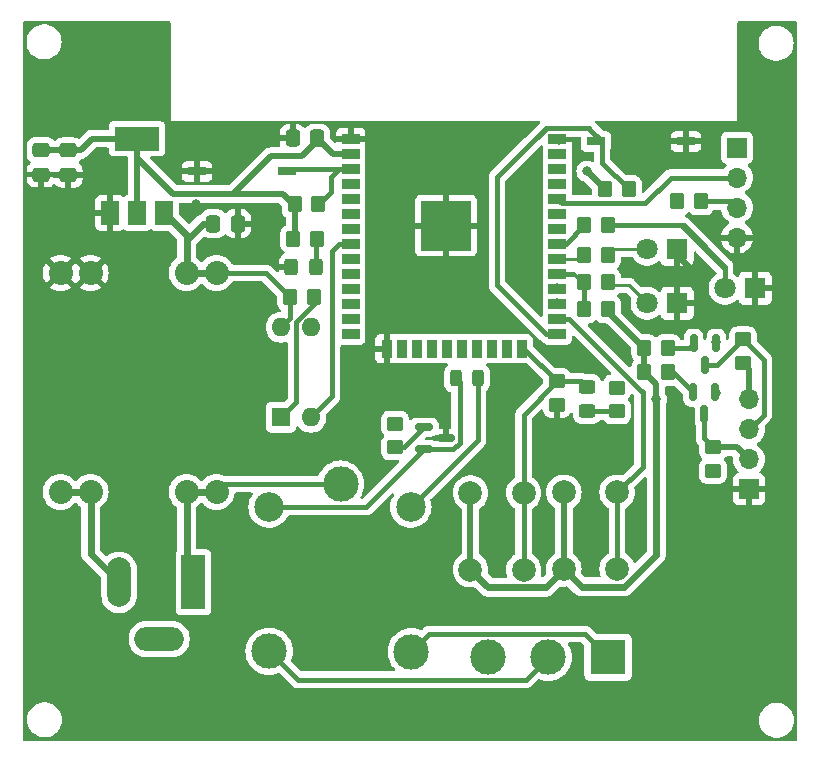
<source format=gbr>
%TF.GenerationSoftware,KiCad,Pcbnew,(7.0.0)*%
%TF.CreationDate,2023-04-20T20:46:08+02:00*%
%TF.ProjectId,pcb_morse,7063625f-6d6f-4727-9365-2e6b69636164,rev?*%
%TF.SameCoordinates,Original*%
%TF.FileFunction,Copper,L1,Top*%
%TF.FilePolarity,Positive*%
%FSLAX46Y46*%
G04 Gerber Fmt 4.6, Leading zero omitted, Abs format (unit mm)*
G04 Created by KiCad (PCBNEW (7.0.0)) date 2023-04-20 20:46:08*
%MOMM*%
%LPD*%
G01*
G04 APERTURE LIST*
G04 Aperture macros list*
%AMRoundRect*
0 Rectangle with rounded corners*
0 $1 Rounding radius*
0 $2 $3 $4 $5 $6 $7 $8 $9 X,Y pos of 4 corners*
0 Add a 4 corners polygon primitive as box body*
4,1,4,$2,$3,$4,$5,$6,$7,$8,$9,$2,$3,0*
0 Add four circle primitives for the rounded corners*
1,1,$1+$1,$2,$3*
1,1,$1+$1,$4,$5*
1,1,$1+$1,$6,$7*
1,1,$1+$1,$8,$9*
0 Add four rect primitives between the rounded corners*
20,1,$1+$1,$2,$3,$4,$5,0*
20,1,$1+$1,$4,$5,$6,$7,0*
20,1,$1+$1,$6,$7,$8,$9,0*
20,1,$1+$1,$8,$9,$2,$3,0*%
G04 Aperture macros list end*
%TA.AperFunction,ComponentPad*%
%ADD10R,1.600000X1.600000*%
%TD*%
%TA.AperFunction,ComponentPad*%
%ADD11O,1.600000X1.600000*%
%TD*%
%TA.AperFunction,SMDPad,CuDef*%
%ADD12R,1.500000X0.900000*%
%TD*%
%TA.AperFunction,SMDPad,CuDef*%
%ADD13R,0.900000X1.500000*%
%TD*%
%TA.AperFunction,SMDPad,CuDef*%
%ADD14R,1.050000X1.050000*%
%TD*%
%TA.AperFunction,HeatsinkPad*%
%ADD15C,0.600000*%
%TD*%
%TA.AperFunction,SMDPad,CuDef*%
%ADD16R,4.200000X4.200000*%
%TD*%
%TA.AperFunction,SMDPad,CuDef*%
%ADD17RoundRect,0.250000X-0.337500X-0.475000X0.337500X-0.475000X0.337500X0.475000X-0.337500X0.475000X0*%
%TD*%
%TA.AperFunction,ComponentPad*%
%ADD18C,2.032000*%
%TD*%
%TA.AperFunction,SMDPad,CuDef*%
%ADD19R,1.500000X2.000000*%
%TD*%
%TA.AperFunction,SMDPad,CuDef*%
%ADD20R,3.800000X2.000000*%
%TD*%
%TA.AperFunction,ComponentPad*%
%ADD21R,1.800000X1.800000*%
%TD*%
%TA.AperFunction,ComponentPad*%
%ADD22C,1.800000*%
%TD*%
%TA.AperFunction,SMDPad,CuDef*%
%ADD23RoundRect,0.250000X-0.350000X-0.450000X0.350000X-0.450000X0.350000X0.450000X-0.350000X0.450000X0*%
%TD*%
%TA.AperFunction,ComponentPad*%
%ADD24R,3.000000X3.000000*%
%TD*%
%TA.AperFunction,ComponentPad*%
%ADD25C,3.000000*%
%TD*%
%TA.AperFunction,ComponentPad*%
%ADD26R,1.700000X1.700000*%
%TD*%
%TA.AperFunction,ComponentPad*%
%ADD27O,1.700000X1.700000*%
%TD*%
%TA.AperFunction,SMDPad,CuDef*%
%ADD28RoundRect,0.250000X-0.450000X0.350000X-0.450000X-0.350000X0.450000X-0.350000X0.450000X0.350000X0*%
%TD*%
%TA.AperFunction,SMDPad,CuDef*%
%ADD29R,1.600000X0.760000*%
%TD*%
%TA.AperFunction,SMDPad,CuDef*%
%ADD30RoundRect,0.250000X0.450000X-0.350000X0.450000X0.350000X-0.450000X0.350000X-0.450000X-0.350000X0*%
%TD*%
%TA.AperFunction,ComponentPad*%
%ADD31C,2.500000*%
%TD*%
%TA.AperFunction,ComponentPad*%
%ADD32C,2.000000*%
%TD*%
%TA.AperFunction,SMDPad,CuDef*%
%ADD33RoundRect,0.150000X-0.150000X0.587500X-0.150000X-0.587500X0.150000X-0.587500X0.150000X0.587500X0*%
%TD*%
%TA.AperFunction,SMDPad,CuDef*%
%ADD34RoundRect,0.250000X-0.325000X-0.450000X0.325000X-0.450000X0.325000X0.450000X-0.325000X0.450000X0*%
%TD*%
%TA.AperFunction,SMDPad,CuDef*%
%ADD35RoundRect,0.250000X0.337500X0.475000X-0.337500X0.475000X-0.337500X-0.475000X0.337500X-0.475000X0*%
%TD*%
%TA.AperFunction,SMDPad,CuDef*%
%ADD36RoundRect,0.150000X-0.587500X-0.150000X0.587500X-0.150000X0.587500X0.150000X-0.587500X0.150000X0*%
%TD*%
%TA.AperFunction,ComponentPad*%
%ADD37R,2.000000X4.600000*%
%TD*%
%TA.AperFunction,ComponentPad*%
%ADD38O,2.000000X4.200000*%
%TD*%
%TA.AperFunction,ComponentPad*%
%ADD39O,4.200000X2.000000*%
%TD*%
%TA.AperFunction,SMDPad,CuDef*%
%ADD40RoundRect,0.250000X0.450000X-0.325000X0.450000X0.325000X-0.450000X0.325000X-0.450000X-0.325000X0*%
%TD*%
%TA.AperFunction,SMDPad,CuDef*%
%ADD41RoundRect,0.250000X-0.475000X0.337500X-0.475000X-0.337500X0.475000X-0.337500X0.475000X0.337500X0*%
%TD*%
%TA.AperFunction,SMDPad,CuDef*%
%ADD42RoundRect,0.243750X0.243750X0.456250X-0.243750X0.456250X-0.243750X-0.456250X0.243750X-0.456250X0*%
%TD*%
%TA.AperFunction,SMDPad,CuDef*%
%ADD43RoundRect,0.250000X0.350000X0.450000X-0.350000X0.450000X-0.350000X-0.450000X0.350000X-0.450000X0*%
%TD*%
%TA.AperFunction,SMDPad,CuDef*%
%ADD44RoundRect,0.250000X0.475000X-0.337500X0.475000X0.337500X-0.475000X0.337500X-0.475000X-0.337500X0*%
%TD*%
%TA.AperFunction,ViaPad*%
%ADD45C,0.800000*%
%TD*%
%TA.AperFunction,Conductor*%
%ADD46C,0.400000*%
%TD*%
%TA.AperFunction,Conductor*%
%ADD47C,0.500000*%
%TD*%
%TA.AperFunction,Conductor*%
%ADD48C,0.600000*%
%TD*%
%TA.AperFunction,Conductor*%
%ADD49C,0.250000*%
%TD*%
G04 APERTURE END LIST*
D10*
%TO.P,U1,1*%
%TO.N,Net-(R8-Pad2)*%
X50286999Y-63997999D03*
D11*
%TO.P,U1,2*%
%TO.N,GPIO32*%
X52826999Y-63997999D03*
%TO.P,U1,3*%
%TO.N,Net-(R9-Pad1)*%
X52826999Y-56377999D03*
%TO.P,U1,4*%
%TO.N,VDD*%
X50286999Y-56377999D03*
%TD*%
D12*
%TO.P,ESP32,1,GND*%
%TO.N,GND*%
X56184999Y-40434999D03*
%TO.P,ESP32,2,VDD*%
%TO.N,+3.3V*%
X56184999Y-41704999D03*
%TO.P,ESP32,3,EN*%
%TO.N,/EN*%
X56184999Y-42974999D03*
%TO.P,ESP32,4,SENSOR_VP*%
%TO.N,unconnected-(ESP32-SENSOR_VP-Pad4)*%
X56184999Y-44244999D03*
%TO.P,ESP32,5,SENSOR_VN*%
%TO.N,unconnected-(ESP32-SENSOR_VN-Pad5)*%
X56184999Y-45514999D03*
%TO.P,ESP32,6,IO34*%
%TO.N,unconnected-(ESP32-IO34-Pad6)*%
X56184999Y-46784999D03*
%TO.P,ESP32,7,IO35*%
%TO.N,unconnected-(ESP32-IO35-Pad7)*%
X56184999Y-48054999D03*
%TO.P,ESP32,8,IO32*%
%TO.N,GPIO32*%
X56184999Y-49324999D03*
%TO.P,ESP32,9,IO33*%
%TO.N,unconnected-(ESP32-IO33-Pad9)*%
X56184999Y-50594999D03*
%TO.P,ESP32,10,IO25*%
%TO.N,unconnected-(ESP32-IO25-Pad10)*%
X56184999Y-51864999D03*
%TO.P,ESP32,11,IO26*%
%TO.N,unconnected-(ESP32-IO26-Pad11)*%
X56184999Y-53134999D03*
%TO.P,ESP32,12,IO27*%
%TO.N,unconnected-(ESP32-IO27-Pad12)*%
X56184999Y-54404999D03*
%TO.P,ESP32,13,IO14*%
%TO.N,unconnected-(ESP32-IO14-Pad13)*%
X56184999Y-55674999D03*
%TO.P,ESP32,14,IO12*%
%TO.N,unconnected-(ESP32-IO12-Pad14)*%
X56184999Y-56944999D03*
D13*
%TO.P,ESP32,15,GND*%
%TO.N,GND*%
X59224999Y-58194999D03*
%TO.P,ESP32,16,IO13*%
%TO.N,unconnected-(ESP32-IO13-Pad16)*%
X60494999Y-58194999D03*
%TO.P,ESP32,17,SHD/SD2*%
%TO.N,unconnected-(ESP32-SHD{slash}SD2-Pad17)*%
X61764999Y-58194999D03*
%TO.P,ESP32,18,SWP/SD3*%
%TO.N,unconnected-(ESP32-SWP{slash}SD3-Pad18)*%
X63034999Y-58194999D03*
%TO.P,ESP32,19,SCS/CMD*%
%TO.N,unconnected-(ESP32-SCS{slash}CMD-Pad19)*%
X64304999Y-58194999D03*
%TO.P,ESP32,20,SCK/CLK*%
%TO.N,unconnected-(ESP32-SCK{slash}CLK-Pad20)*%
X65574999Y-58194999D03*
%TO.P,ESP32,21,SDO/SD0*%
%TO.N,unconnected-(ESP32-SDO{slash}SD0-Pad21)*%
X66844999Y-58194999D03*
%TO.P,ESP32,22,SDI/SD1*%
%TO.N,unconnected-(ESP32-SDI{slash}SD1-Pad22)*%
X68114999Y-58194999D03*
%TO.P,ESP32,23,IO15*%
%TO.N,unconnected-(ESP32-IO15-Pad23)*%
X69384999Y-58194999D03*
%TO.P,ESP32,24,IO2*%
%TO.N,GPIO2*%
X70654999Y-58194999D03*
D12*
%TO.P,ESP32,25,IO0*%
%TO.N,GPIO0*%
X73684999Y-56944999D03*
%TO.P,ESP32,26,IO4*%
%TO.N,GPIO4*%
X73684999Y-55674999D03*
%TO.P,ESP32,27,IO16*%
%TO.N,GPIO16*%
X73684999Y-54404999D03*
%TO.P,ESP32,28,IO17*%
%TO.N,GPIO17*%
X73684999Y-53134999D03*
%TO.P,ESP32,29,IO5*%
%TO.N,GPIO5*%
X73684999Y-51864999D03*
%TO.P,ESP32,30,IO18*%
%TO.N,GPIO18*%
X73684999Y-50594999D03*
%TO.P,ESP32,31,IO19*%
%TO.N,GPIO19*%
X73684999Y-49324999D03*
%TO.P,ESP32,32,NC*%
%TO.N,unconnected-(ESP32-NC-Pad32)*%
X73684999Y-48054999D03*
%TO.P,ESP32,33,IO21*%
%TO.N,unconnected-(ESP32-IO21-Pad33)*%
X73684999Y-46784999D03*
%TO.P,ESP32,34,RXD0/IO3*%
%TO.N,RX0*%
X73684999Y-45514999D03*
%TO.P,ESP32,35,TXD0/IO1*%
%TO.N,TX0*%
X73684999Y-44244999D03*
%TO.P,ESP32,36,IO22*%
%TO.N,unconnected-(ESP32-IO22-Pad36)*%
X73684999Y-42974999D03*
%TO.P,ESP32,37,IO23*%
%TO.N,unconnected-(ESP32-IO23-Pad37)*%
X73684999Y-41704999D03*
%TO.P,ESP32,38,GND*%
%TO.N,GND*%
X73684999Y-40434999D03*
D14*
%TO.P,ESP32,39,GND*%
X62729999Y-46249999D03*
D15*
X62730000Y-47012500D03*
D14*
X62729999Y-47774999D03*
D15*
X62730000Y-48537500D03*
D14*
X62729999Y-49299999D03*
D15*
X63492500Y-46250000D03*
X63492500Y-47775000D03*
X63492500Y-49300000D03*
D14*
X64254999Y-46249999D03*
D15*
X64255000Y-47012500D03*
D14*
X64254999Y-47774999D03*
D16*
X64254999Y-47774999D03*
D15*
X64255000Y-48537500D03*
D14*
X64254999Y-49299999D03*
D15*
X65017500Y-46250000D03*
X65017500Y-47775000D03*
X65017500Y-49300000D03*
D14*
X65779999Y-46249999D03*
D15*
X65780000Y-47012500D03*
D14*
X65779999Y-47774999D03*
D15*
X65780000Y-48537500D03*
D14*
X65779999Y-49299999D03*
%TD*%
D17*
%TO.P,C2,1*%
%TO.N,VDD*%
X44555500Y-47625000D03*
%TO.P,C2,2*%
%TO.N,GND*%
X46630500Y-47625000D03*
%TD*%
D18*
%TO.P,UMP1584,1,IN-*%
%TO.N,Net-(Barrel_Jack1-Pad2)*%
X31623000Y-70326000D03*
%TO.P,UMP1584,2,IN-*%
X34163000Y-70326000D03*
%TO.P,UMP1584,3,IN+*%
%TO.N,+12V*%
X42291000Y-70326000D03*
%TO.P,UMP1584,4,IN+*%
X44831000Y-70326000D03*
%TO.P,UMP1584,5,OUT+*%
%TO.N,VDD*%
X44831000Y-51784000D03*
%TO.P,UMP1584,6,OUT+*%
X42291000Y-51784000D03*
%TO.P,UMP1584,7,OUT-*%
%TO.N,GND*%
X34163000Y-51784000D03*
%TO.P,UMP1584,8,OUT-*%
X31623000Y-51784000D03*
%TD*%
D19*
%TO.P,PLO1,1,GND*%
%TO.N,GND*%
X35799999Y-46710999D03*
%TO.P,PLO1,2,VO*%
%TO.N,+3.3V*%
X38099999Y-46710999D03*
D20*
X38099999Y-40410999D03*
D19*
%TO.P,PLO1,3,VI*%
%TO.N,VDD*%
X40399999Y-46710999D03*
%TD*%
D21*
%TO.P,LED1,1,K*%
%TO.N,GND*%
X90428999Y-53085999D03*
D22*
%TO.P,LED1,2,A*%
%TO.N,Net-(LED1-A)*%
X87889000Y-53086000D03*
%TD*%
D23*
%TO.P,R1,1*%
%TO.N,+3.3V*%
X81058000Y-60198000D03*
%TO.P,R1,2*%
%TO.N,GPIO16*%
X83058000Y-60198000D03*
%TD*%
D24*
%TO.P,Kroonsteen1,1,Pin_1*%
%TO.N,Net-(Kroonsteen1-Pin_1)*%
X77977999Y-84327999D03*
D25*
%TO.P,Kroonsteen1,2,Pin_2*%
%TO.N,Net-(Kroonsteen1-Pin_2)*%
X72898000Y-84328000D03*
%TO.P,Kroonsteen1,3,Pin_3*%
%TO.N,GND*%
X67818000Y-84328000D03*
%TD*%
D23*
%TO.P,R15,1*%
%TO.N,+3.3V*%
X83820000Y-45720000D03*
%TO.P,R15,2*%
%TO.N,TX0*%
X85820000Y-45720000D03*
%TD*%
D26*
%TO.P,J2,1,Pin_1*%
%TO.N,+3.3V*%
X88899999Y-41179999D03*
D27*
%TO.P,J2,2,Pin_2*%
%TO.N,RX0*%
X88899999Y-43719999D03*
%TO.P,J2,3,Pin_3*%
%TO.N,TX0*%
X88899999Y-46259999D03*
%TO.P,J2,4,Pin_4*%
%TO.N,GND*%
X88899999Y-48799999D03*
%TD*%
D28*
%TO.P,R9,1*%
%TO.N,Net-(R9-Pad1)*%
X59944000Y-64548000D03*
%TO.P,R9,2*%
%TO.N,Net-(Q3-B)*%
X59944000Y-66548000D03*
%TD*%
D29*
%TO.P,SW1,1,1*%
%TO.N,/EN*%
X50799999Y-43179999D03*
%TO.P,SW1,2,2*%
%TO.N,GND*%
X43179999Y-43179999D03*
%TD*%
D30*
%TO.P,R2,1*%
%TO.N,VDD*%
X86868000Y-68564000D03*
%TO.P,R2,2*%
%TO.N,GPIO16-5V*%
X86868000Y-66564000D03*
%TD*%
D25*
%TO.P,Relais1,1*%
%TO.N,+12V*%
X55326000Y-69670000D03*
D31*
%TO.P,Relais1,2*%
%TO.N,Net-(D1-A)*%
X49276000Y-71620000D03*
D25*
%TO.P,Relais1,3*%
%TO.N,Net-(Kroonsteen1-Pin_2)*%
X49276000Y-83820000D03*
%TO.P,Relais1,4*%
%TO.N,Net-(Kroonsteen1-Pin_1)*%
X61326000Y-83870000D03*
D31*
%TO.P,Relais1,5*%
%TO.N,VDD*%
X61276000Y-71620000D03*
%TD*%
D23*
%TO.P,R5,1*%
%TO.N,GPIO19*%
X75962000Y-47752000D03*
%TO.P,R5,2*%
%TO.N,Net-(LED1-A)*%
X77962000Y-47752000D03*
%TD*%
D32*
%TO.P,START1,1,1A*%
%TO.N,+3.3V*%
X66330000Y-76910000D03*
X66330000Y-70410000D03*
%TO.P,START1,2,2B*%
%TO.N,GPIO2*%
X70830000Y-76910000D03*
X70830000Y-70410000D03*
%TD*%
D23*
%TO.P,R3,1*%
%TO.N,+3.3V*%
X81058000Y-58166000D03*
%TO.P,R3,2*%
%TO.N,GPIO17*%
X83058000Y-58166000D03*
%TD*%
%TO.P,R6,1*%
%TO.N,GPIO18*%
X75962000Y-50292000D03*
%TO.P,R6,2*%
%TO.N,Net-(LED2-A)*%
X77962000Y-50292000D03*
%TD*%
D26*
%TO.P,ULTRASONIC-SENSOR1,1,Pin_1*%
%TO.N,GND*%
X89915999Y-70103999D03*
D27*
%TO.P,ULTRASONIC-SENSOR1,2,Pin_2*%
%TO.N,GPIO16-5V*%
X89915999Y-67563999D03*
%TO.P,ULTRASONIC-SENSOR1,3,Pin_3*%
%TO.N,GPIO17-5V*%
X89915999Y-65023999D03*
%TO.P,ULTRASONIC-SENSOR1,4,Pin_4*%
%TO.N,VDD*%
X89915999Y-62483999D03*
%TD*%
D30*
%TO.P,R17,1*%
%TO.N,Net-(D2-K)*%
X78740000Y-63500000D03*
%TO.P,R17,2*%
%TO.N,GND*%
X78740000Y-61500000D03*
%TD*%
D33*
%TO.P,Q2,1,G*%
%TO.N,+3.3V*%
X87134500Y-57736500D03*
%TO.P,Q2,2,S*%
%TO.N,GPIO17*%
X85234500Y-57736500D03*
%TO.P,Q2,3,D*%
%TO.N,GPIO17-5V*%
X86184500Y-59611500D03*
%TD*%
D23*
%TO.P,R14,1*%
%TO.N,+3.3V*%
X51324000Y-48895000D03*
%TO.P,R14,2*%
%TO.N,Net-(D3-A)*%
X53324000Y-48895000D03*
%TD*%
%TO.P,R8,1*%
%TO.N,VDD*%
X51070000Y-53848000D03*
%TO.P,R8,2*%
%TO.N,Net-(R8-Pad2)*%
X53070000Y-53848000D03*
%TD*%
D33*
%TO.P,Q1,1,G*%
%TO.N,+3.3V*%
X87056000Y-61879000D03*
%TO.P,Q1,2,S*%
%TO.N,GPIO16*%
X85156000Y-61879000D03*
%TO.P,Q1,3,D*%
%TO.N,GPIO16-5V*%
X86106000Y-63754000D03*
%TD*%
D21*
%TO.P,LED2,1,K*%
%TO.N,GND*%
X83819999Y-49783999D03*
D22*
%TO.P,LED2,2,A*%
%TO.N,Net-(LED2-A)*%
X81280000Y-49784000D03*
%TD*%
D23*
%TO.P,R7,1*%
%TO.N,GPIO5*%
X75962000Y-52578000D03*
%TO.P,R7,2*%
%TO.N,Net-(LED3-A)*%
X77962000Y-52578000D03*
%TD*%
D34*
%TO.P,D3,1,K*%
%TO.N,GND*%
X51172000Y-51308000D03*
%TO.P,D3,2,A*%
%TO.N,Net-(D3-A)*%
X53222000Y-51308000D03*
%TD*%
D35*
%TO.P,C1,1*%
%TO.N,+3.3V*%
X53340000Y-40386000D03*
%TO.P,C1,2*%
%TO.N,GND*%
X51265000Y-40386000D03*
%TD*%
D30*
%TO.P,R4,1*%
%TO.N,VDD*%
X89408000Y-59420000D03*
%TO.P,R4,2*%
%TO.N,GPIO17-5V*%
X89408000Y-57420000D03*
%TD*%
D23*
%TO.P,R11,1*%
%TO.N,+3.3V*%
X51435000Y-45974000D03*
%TO.P,R11,2*%
%TO.N,/EN*%
X53435000Y-45974000D03*
%TD*%
D36*
%TO.P,Q3,1,B*%
%TO.N,Net-(Q3-B)*%
X62387000Y-64836000D03*
%TO.P,Q3,2,C*%
%TO.N,Net-(D1-A)*%
X62387000Y-66736000D03*
%TO.P,Q3,3,E*%
%TO.N,GND*%
X64262000Y-65786000D03*
%TD*%
D29*
%TO.P,SW2,1,1*%
%TO.N,GPIO0*%
X76961999Y-40639999D03*
%TO.P,SW2,2,2*%
%TO.N,GND*%
X84581999Y-40639999D03*
%TD*%
D32*
%TO.P,RESET1,1,1A*%
%TO.N,+3.3V*%
X74240000Y-76858000D03*
X74240000Y-70358000D03*
%TO.P,RESET1,2,2B*%
%TO.N,GPIO4*%
X78740000Y-76858000D03*
X78740000Y-70358000D03*
%TD*%
D37*
%TO.P,Barrel_Jack1,1*%
%TO.N,+12V*%
X42875999Y-77977999D03*
D38*
%TO.P,Barrel_Jack1,2*%
%TO.N,Net-(Barrel_Jack1-Pad2)*%
X36575999Y-77977999D03*
D39*
%TO.P,Barrel_Jack1,3*%
%TO.N,N/C*%
X39975999Y-82777999D03*
%TD*%
D40*
%TO.P,D2,1,K*%
%TO.N,Net-(D2-K)*%
X76200000Y-63500000D03*
%TO.P,D2,2,A*%
%TO.N,GPIO2*%
X76200000Y-61450000D03*
%TD*%
D41*
%TO.P,C4,1*%
%TO.N,+3.3V*%
X29972000Y-41380500D03*
%TO.P,C4,2*%
%TO.N,GND*%
X29972000Y-43455500D03*
%TD*%
D30*
%TO.P,R13,1*%
%TO.N,GND*%
X73660000Y-62960000D03*
%TO.P,R13,2*%
%TO.N,GPIO2*%
X73660000Y-60960000D03*
%TD*%
D42*
%TO.P,D1,1,K*%
%TO.N,VDD*%
X66977500Y-60706000D03*
%TO.P,D1,2,A*%
%TO.N,Net-(D1-A)*%
X65102500Y-60706000D03*
%TD*%
D43*
%TO.P,R16,1*%
%TO.N,+3.3V*%
X77962000Y-54864000D03*
%TO.P,R16,2*%
%TO.N,GPIO5*%
X75962000Y-54864000D03*
%TD*%
D21*
%TO.P,LED3,1,K*%
%TO.N,GND*%
X83824999Y-54355999D03*
D22*
%TO.P,LED3,2,A*%
%TO.N,Net-(LED3-A)*%
X81285000Y-54356000D03*
%TD*%
D23*
%TO.P,R12,1*%
%TO.N,+3.3V*%
X77740000Y-44720000D03*
%TO.P,R12,2*%
%TO.N,GPIO0*%
X79740000Y-44720000D03*
%TD*%
D44*
%TO.P,C3,1*%
%TO.N,GND*%
X32258000Y-43477000D03*
%TO.P,C3,2*%
%TO.N,+3.3V*%
X32258000Y-41402000D03*
%TD*%
D45*
%TO.N,GND*%
X63246000Y-60452000D03*
%TO.N,Net-(R9-Pad1)*%
X59944000Y-64516000D03*
%TO.N,+3.3V*%
X53340000Y-40640000D03*
X87122000Y-61976000D03*
X76200000Y-43180000D03*
X83820000Y-45720000D03*
X87122000Y-57658000D03*
X82042000Y-62484000D03*
%TO.N,GND*%
X30734000Y-46990000D03*
X78740000Y-61500000D03*
X80518000Y-73660000D03*
X77978000Y-57404000D03*
X81534000Y-43434000D03*
X33909000Y-86995000D03*
X55626000Y-76962000D03*
X40640000Y-60960000D03*
X73787000Y-40513000D03*
X70866000Y-49530000D03*
X76200000Y-68580000D03*
X73660000Y-62960000D03*
X31242000Y-36322000D03*
X30734000Y-60960000D03*
X30734000Y-66040000D03*
X63500000Y-53848000D03*
X40640000Y-66040000D03*
X59436000Y-61214000D03*
X43053000Y-45974000D03*
X63500000Y-40640000D03*
X86868000Y-74676000D03*
X46482000Y-40513000D03*
X87122000Y-81280000D03*
X40640000Y-55880000D03*
X30734000Y-55880000D03*
X40640000Y-88900000D03*
X51172000Y-51308000D03*
%TO.N,VDD*%
X86868000Y-68580000D03*
%TO.N,TX0*%
X73685000Y-44245000D03*
%TO.N,GPIO16*%
X83058000Y-60198000D03*
X73660000Y-54356000D03*
%TO.N,GPIO17*%
X73660000Y-53086000D03*
X83058000Y-58166000D03*
%TD*%
D46*
%TO.N,+12V*%
X45487000Y-69670000D02*
X44831000Y-70326000D01*
X55326000Y-69670000D02*
X45487000Y-69670000D01*
%TO.N,VDD*%
X66977500Y-65918500D02*
X66977500Y-60706000D01*
X61276000Y-71620000D02*
X66977500Y-65918500D01*
%TO.N,Net-(D1-A)*%
X65399500Y-61003000D02*
X65399500Y-66163817D01*
X65102500Y-60706000D02*
X65399500Y-61003000D01*
%TO.N,Net-(Kroonsteen1-Pin_2)*%
X70998000Y-86228000D02*
X51684000Y-86228000D01*
X72898000Y-84328000D02*
X70998000Y-86228000D01*
X51684000Y-86228000D02*
X49276000Y-83820000D01*
%TO.N,Net-(Kroonsteen1-Pin_1)*%
X76020000Y-82370000D02*
X77978000Y-84328000D01*
X62826000Y-82370000D02*
X76020000Y-82370000D01*
X61326000Y-83870000D02*
X62826000Y-82370000D01*
%TO.N,Net-(D1-A)*%
X57503000Y-71620000D02*
X49276000Y-71620000D01*
X62387000Y-66736000D02*
X57503000Y-71620000D01*
X64827317Y-66736000D02*
X62387000Y-66736000D01*
X65399500Y-66163817D02*
X64827317Y-66736000D01*
%TO.N,Net-(Q3-B)*%
X60675000Y-66548000D02*
X62387000Y-64836000D01*
X59944000Y-66548000D02*
X60675000Y-66548000D01*
%TO.N,Net-(R8-Pad2)*%
X51562000Y-55945943D02*
X51562000Y-62723000D01*
X51562000Y-62723000D02*
X50287000Y-63998000D01*
X53070000Y-54437943D02*
X51562000Y-55945943D01*
X53070000Y-53848000D02*
X53070000Y-54437943D01*
%TO.N,GPIO32*%
X54610000Y-49900000D02*
X54610000Y-62215000D01*
X55185000Y-49325000D02*
X54610000Y-49900000D01*
X56185000Y-49325000D02*
X55185000Y-49325000D01*
X54610000Y-62215000D02*
X52827000Y-63998000D01*
%TO.N,VDD*%
X51070000Y-55595000D02*
X50287000Y-56378000D01*
X51070000Y-53848000D02*
X51070000Y-55595000D01*
X49006000Y-51784000D02*
X51070000Y-53848000D01*
X44831000Y-51784000D02*
X49006000Y-51784000D01*
D47*
%TO.N,+3.3V*%
X51435000Y-45974000D02*
X51435000Y-48784000D01*
X74240000Y-70358000D02*
X74240000Y-76858000D01*
X77962000Y-55070000D02*
X81058000Y-58166000D01*
X46228000Y-45085000D02*
X49403000Y-41910000D01*
D48*
X67830000Y-78410000D02*
X72688000Y-78410000D01*
X67830000Y-78410000D02*
X66330000Y-76910000D01*
D47*
X54659000Y-41705000D02*
X56185000Y-41705000D01*
X41148000Y-45085000D02*
X45212000Y-45085000D01*
D48*
X72688000Y-78410000D02*
X74240000Y-76858000D01*
D47*
X77962000Y-54864000D02*
X77962000Y-55070000D01*
X51435000Y-48784000D02*
X51324000Y-48895000D01*
X82042000Y-62484000D02*
X82042000Y-61182000D01*
X51340000Y-45879000D02*
X51435000Y-45974000D01*
X51308000Y-45974000D02*
X51435000Y-45974000D01*
X53340000Y-40386000D02*
X54659000Y-41705000D01*
X33324000Y-41380500D02*
X34293500Y-40411000D01*
D48*
X82042000Y-75677321D02*
X82042000Y-62484000D01*
D47*
X45212000Y-45085000D02*
X46228000Y-45085000D01*
D48*
X79361321Y-78358000D02*
X82042000Y-75677321D01*
D47*
X66330000Y-76910000D02*
X66330000Y-70410000D01*
X49403000Y-41910000D02*
X52070000Y-41910000D01*
X77740000Y-44720000D02*
X76200000Y-43180000D01*
X38100000Y-42037000D02*
X38100000Y-46711000D01*
D48*
X74240000Y-76858000D02*
X75740000Y-78358000D01*
D47*
X52070000Y-41910000D02*
X53340000Y-40640000D01*
X82042000Y-61182000D02*
X81058000Y-60198000D01*
X32131000Y-41380500D02*
X33324000Y-41380500D01*
X32236500Y-41380500D02*
X32258000Y-41402000D01*
X81058000Y-58166000D02*
X81058000Y-60198000D01*
X50419000Y-45085000D02*
X51308000Y-45974000D01*
X45212000Y-45085000D02*
X50419000Y-45085000D01*
X38100000Y-40411000D02*
X38100000Y-42037000D01*
X38100000Y-40411000D02*
X34293500Y-40411000D01*
D48*
X75740000Y-78358000D02*
X79361321Y-78358000D01*
D47*
X29972000Y-41380500D02*
X32236500Y-41380500D01*
X38100000Y-42037000D02*
X41148000Y-45085000D01*
D48*
%TO.N,GND*%
X65017500Y-46250000D02*
X65017500Y-47012500D01*
X63492500Y-47012500D02*
X64255000Y-47775000D01*
X83820000Y-50292000D02*
X85598000Y-52070000D01*
D46*
X65780000Y-48537500D02*
X65780000Y-49300000D01*
X65780000Y-47012500D02*
X65780000Y-46250000D01*
D48*
X65017500Y-47012500D02*
X64255000Y-47775000D01*
X83820000Y-49784000D02*
X83820000Y-50292000D01*
D46*
X63492500Y-49300000D02*
X62730000Y-49300000D01*
X65017500Y-46250000D02*
X65780000Y-46250000D01*
X65017500Y-49300000D02*
X65780000Y-49300000D01*
X63492500Y-46250000D02*
X62730000Y-46250000D01*
D48*
X63492500Y-46250000D02*
X63492500Y-47012500D01*
D47*
%TO.N,VDD*%
X89916000Y-59928000D02*
X89408000Y-59420000D01*
D48*
X42291000Y-49022000D02*
X43688000Y-47625000D01*
X42291000Y-48602000D02*
X40400000Y-46711000D01*
X42291000Y-51784000D02*
X44831000Y-51784000D01*
D47*
X89916000Y-62484000D02*
X89916000Y-59928000D01*
D48*
X42291000Y-49022000D02*
X42291000Y-48602000D01*
X43688000Y-47625000D02*
X44555500Y-47625000D01*
X42291000Y-51784000D02*
X42291000Y-49022000D01*
D46*
%TO.N,GPIO2*%
X73660000Y-60960000D02*
X70830000Y-63790000D01*
X70830000Y-70410000D02*
X70830000Y-76910000D01*
X75710000Y-60960000D02*
X76200000Y-61450000D01*
X70830000Y-63790000D02*
X70830000Y-70410000D01*
X70655000Y-58195000D02*
X70895000Y-58195000D01*
X70895000Y-58195000D02*
X73660000Y-60960000D01*
X73660000Y-60960000D02*
X75710000Y-60960000D01*
%TO.N,RX0*%
X74040000Y-45870000D02*
X73685000Y-45515000D01*
X73685000Y-45515000D02*
X73915000Y-45745000D01*
X81130000Y-45870000D02*
X74040000Y-45870000D01*
X83280000Y-43720000D02*
X81130000Y-45870000D01*
X88900000Y-43720000D02*
X83280000Y-43720000D01*
%TO.N,TX0*%
X85820000Y-45720000D02*
X88360000Y-45720000D01*
X88360000Y-45720000D02*
X88900000Y-46260000D01*
%TO.N,/EN*%
X55185000Y-42975000D02*
X56185000Y-42975000D01*
X53435000Y-45974000D02*
X53467000Y-45974000D01*
X56185000Y-42975000D02*
X51005000Y-42975000D01*
X51005000Y-42975000D02*
X50800000Y-43180000D01*
X54483000Y-43677000D02*
X55185000Y-42975000D01*
X53467000Y-45974000D02*
X54483000Y-44958000D01*
X54483000Y-44958000D02*
X54483000Y-43677000D01*
%TO.N,GPIO0*%
X68580000Y-43690000D02*
X68580000Y-52840000D01*
X77470000Y-40640000D02*
X77470000Y-42450000D01*
X71375000Y-40895000D02*
X68580000Y-43690000D01*
X72610000Y-39660000D02*
X71375000Y-40895000D01*
X72735000Y-39535000D02*
X71375000Y-40895000D01*
X77470000Y-40640000D02*
X76490000Y-39660000D01*
X76490000Y-39660000D02*
X76365000Y-39535000D01*
X77470000Y-42450000D02*
X79740000Y-44720000D01*
X68580000Y-52840000D02*
X72685000Y-56945000D01*
X76365000Y-39535000D02*
X72735000Y-39535000D01*
X72685000Y-56945000D02*
X73685000Y-56945000D01*
D49*
%TO.N,GPIO5*%
X75082500Y-51865000D02*
X76049500Y-52832000D01*
D46*
X74979000Y-51865000D02*
X73685000Y-51865000D01*
X75962000Y-52578000D02*
X75962000Y-54864000D01*
D49*
X74979000Y-51865000D02*
X75082500Y-51865000D01*
D46*
%TO.N,Net-(D2-K)*%
X76200000Y-63500000D02*
X78740000Y-63500000D01*
%TO.N,Net-(D3-A)*%
X53222000Y-48997000D02*
X53324000Y-48895000D01*
X53222000Y-51308000D02*
X53222000Y-48997000D01*
D48*
%TO.N,Net-(Barrel_Jack1-Pad2)*%
X34163000Y-75565000D02*
X36576000Y-77978000D01*
X34163000Y-70326000D02*
X34163000Y-75565000D01*
X31623000Y-70326000D02*
X34163000Y-70326000D01*
D49*
%TO.N,Net-(LED1-A)*%
X77874500Y-47752000D02*
X84074000Y-47752000D01*
D46*
X87889000Y-53086000D02*
X87889000Y-51253000D01*
X84388000Y-47752000D02*
X77962000Y-47752000D01*
D49*
X84074000Y-47752000D02*
X87884000Y-51562000D01*
D46*
X87889000Y-51253000D02*
X84388000Y-47752000D01*
D49*
%TO.N,Net-(LED2-A)*%
X78382500Y-49784000D02*
X81280000Y-49784000D01*
X77874500Y-50292000D02*
X78382500Y-49784000D01*
%TO.N,Net-(LED3-A)*%
X77874500Y-52832000D02*
X79761000Y-52832000D01*
X79761000Y-52832000D02*
X81285000Y-54356000D01*
D46*
%TO.N,GPIO16*%
X83058000Y-60198000D02*
X83475000Y-60198000D01*
X83475000Y-60198000D02*
X85156000Y-61879000D01*
D47*
%TO.N,GPIO16-5V*%
X86868000Y-66564000D02*
X88916000Y-66564000D01*
X88916000Y-66564000D02*
X89916000Y-67564000D01*
D46*
X86106000Y-63754000D02*
X86106000Y-65802000D01*
X86106000Y-65802000D02*
X86868000Y-66564000D01*
%TO.N,GPIO17*%
X84805000Y-58166000D02*
X85234500Y-57736500D01*
X83058000Y-58166000D02*
X84805000Y-58166000D01*
%TO.N,GPIO17-5V*%
X89408000Y-57420000D02*
X91166000Y-59178000D01*
X91166000Y-59178000D02*
X91166000Y-63774000D01*
X91166000Y-63774000D02*
X89916000Y-65024000D01*
X89408000Y-57420000D02*
X87216500Y-59611500D01*
X87216500Y-59611500D02*
X86184500Y-59611500D01*
D49*
%TO.N,GPIO18*%
X73685000Y-50595000D02*
X75746500Y-50595000D01*
X75746500Y-50595000D02*
X76049500Y-50292000D01*
D46*
%TO.N,GPIO19*%
X74389000Y-49325000D02*
X75962000Y-47752000D01*
X73685000Y-49325000D02*
X74389000Y-49325000D01*
%TO.N,GPIO4*%
X80899000Y-61889000D02*
X80688500Y-61678500D01*
X78740000Y-76858000D02*
X78740000Y-70358000D01*
X80899000Y-68199000D02*
X78740000Y-70358000D01*
X80899000Y-61889000D02*
X80899000Y-68199000D01*
X74685000Y-55675000D02*
X80688500Y-61678500D01*
X73685000Y-55675000D02*
X74685000Y-55675000D01*
D48*
%TO.N,+12V*%
X42291000Y-70326000D02*
X42291000Y-77393000D01*
X42291000Y-70326000D02*
X44831000Y-70326000D01*
X42291000Y-77393000D02*
X42876000Y-77978000D01*
%TD*%
%TA.AperFunction,Conductor*%
%TO.N,GND*%
G36*
X46182264Y-45836809D02*
G01*
X46186160Y-45837379D01*
X46206023Y-45840289D01*
X46255368Y-45835972D01*
X46266176Y-45835500D01*
X50056770Y-45835500D01*
X50104223Y-45844939D01*
X50144451Y-45871819D01*
X50298181Y-46025549D01*
X50325061Y-46065777D01*
X50334500Y-46113230D01*
X50334500Y-46470858D01*
X50334500Y-46470877D01*
X50334501Y-46474008D01*
X50334820Y-46477140D01*
X50334821Y-46477141D01*
X50344312Y-46570061D01*
X50344313Y-46570069D01*
X50345001Y-46576797D01*
X50347129Y-46583219D01*
X50347130Y-46583223D01*
X50393668Y-46723663D01*
X50400186Y-46743334D01*
X50403977Y-46749480D01*
X50488497Y-46886511D01*
X50488500Y-46886515D01*
X50492288Y-46892656D01*
X50616344Y-47016712D01*
X50622498Y-47020507D01*
X50622497Y-47020507D01*
X50625594Y-47022418D01*
X50627716Y-47024635D01*
X50628159Y-47024985D01*
X50628110Y-47025046D01*
X50668777Y-47067525D01*
X50684500Y-47127958D01*
X50684500Y-47672577D01*
X50668777Y-47733009D01*
X50625597Y-47778115D01*
X50505344Y-47852288D01*
X50500242Y-47857389D01*
X50500238Y-47857393D01*
X50386393Y-47971238D01*
X50386389Y-47971242D01*
X50381288Y-47976344D01*
X50377503Y-47982480D01*
X50377497Y-47982488D01*
X50292977Y-48119519D01*
X50289186Y-48125666D01*
X50286915Y-48132517D01*
X50286914Y-48132521D01*
X50244962Y-48259125D01*
X50234001Y-48292203D01*
X50233313Y-48298933D01*
X50233312Y-48298940D01*
X50223819Y-48391859D01*
X50223818Y-48391877D01*
X50223500Y-48394991D01*
X50223500Y-48398138D01*
X50223500Y-48398139D01*
X50223500Y-49391859D01*
X50223500Y-49391878D01*
X50223501Y-49395008D01*
X50223820Y-49398140D01*
X50223821Y-49398141D01*
X50233312Y-49491061D01*
X50233313Y-49491069D01*
X50234001Y-49497797D01*
X50236129Y-49504219D01*
X50236130Y-49504223D01*
X50256559Y-49565872D01*
X50289186Y-49664334D01*
X50292977Y-49670480D01*
X50377497Y-49807511D01*
X50377500Y-49807515D01*
X50381288Y-49813656D01*
X50505344Y-49937712D01*
X50537875Y-49957777D01*
X50537990Y-49957848D01*
X50582883Y-50006129D01*
X50596684Y-50070595D01*
X50575494Y-50133024D01*
X50527850Y-50173597D01*
X50527878Y-50173642D01*
X50527586Y-50173822D01*
X50525301Y-50175768D01*
X50521735Y-50177430D01*
X50384805Y-50261890D01*
X50373544Y-50270794D01*
X50259794Y-50384544D01*
X50250890Y-50395805D01*
X50166432Y-50532733D01*
X50160370Y-50545732D01*
X50109624Y-50698874D01*
X50106805Y-50712041D01*
X50097319Y-50804890D01*
X50097000Y-50811168D01*
X50097000Y-51041674D01*
X50100450Y-51054549D01*
X50113326Y-51058000D01*
X51298000Y-51058000D01*
X51360000Y-51074613D01*
X51405387Y-51120000D01*
X51422000Y-51182000D01*
X51422000Y-51434000D01*
X51405387Y-51496000D01*
X51360000Y-51541387D01*
X51298000Y-51558000D01*
X50113327Y-51558000D01*
X50100451Y-51561450D01*
X50097001Y-51574326D01*
X50097001Y-51584982D01*
X50083486Y-51641277D01*
X50045886Y-51685300D01*
X49992399Y-51707455D01*
X49934683Y-51702913D01*
X49885320Y-51672663D01*
X49518939Y-51306282D01*
X49513822Y-51300847D01*
X49473929Y-51255817D01*
X49424410Y-51221636D01*
X49418404Y-51217216D01*
X49409696Y-51210394D01*
X49403964Y-51205903D01*
X49376961Y-51184747D01*
X49376958Y-51184745D01*
X49371057Y-51180122D01*
X49364219Y-51177044D01*
X49364210Y-51177039D01*
X49361810Y-51175959D01*
X49342268Y-51164937D01*
X49340107Y-51163445D01*
X49340102Y-51163442D01*
X49333930Y-51159182D01*
X49277702Y-51137857D01*
X49270784Y-51134991D01*
X49222772Y-51113383D01*
X49222769Y-51113382D01*
X49215932Y-51110305D01*
X49208560Y-51108954D01*
X49208551Y-51108951D01*
X49205952Y-51108475D01*
X49184340Y-51102450D01*
X49181891Y-51101521D01*
X49181885Y-51101519D01*
X49174872Y-51098860D01*
X49167430Y-51097956D01*
X49167425Y-51097955D01*
X49115171Y-51091610D01*
X49107771Y-51090483D01*
X49055987Y-51080994D01*
X49055982Y-51080993D01*
X49048606Y-51079642D01*
X49041126Y-51080094D01*
X49041118Y-51080094D01*
X48988567Y-51083274D01*
X48981079Y-51083500D01*
X46249769Y-51083500D01*
X46189180Y-51067689D01*
X46144042Y-51024290D01*
X46078772Y-50917779D01*
X46061668Y-50889868D01*
X45906643Y-50708357D01*
X45839395Y-50650922D01*
X45728836Y-50556495D01*
X45728831Y-50556492D01*
X45725132Y-50553332D01*
X45720984Y-50550790D01*
X45720977Y-50550785D01*
X45525763Y-50431159D01*
X45525762Y-50431158D01*
X45521605Y-50428611D01*
X45301073Y-50337263D01*
X45296344Y-50336127D01*
X45296336Y-50336125D01*
X45073699Y-50282675D01*
X45073695Y-50282674D01*
X45068966Y-50281539D01*
X45064115Y-50281157D01*
X45064114Y-50281157D01*
X44835854Y-50263193D01*
X44831000Y-50262811D01*
X44826146Y-50263193D01*
X44597885Y-50281157D01*
X44597882Y-50281157D01*
X44593034Y-50281539D01*
X44588306Y-50282673D01*
X44588300Y-50282675D01*
X44365663Y-50336125D01*
X44365651Y-50336128D01*
X44360927Y-50337263D01*
X44356430Y-50339125D01*
X44356426Y-50339127D01*
X44144899Y-50426745D01*
X44144895Y-50426746D01*
X44140395Y-50428611D01*
X44136242Y-50431155D01*
X44136236Y-50431159D01*
X43941022Y-50550785D01*
X43941009Y-50550794D01*
X43936868Y-50553332D01*
X43933173Y-50556487D01*
X43933163Y-50556495D01*
X43759057Y-50705196D01*
X43759050Y-50705202D01*
X43755357Y-50708357D01*
X43752202Y-50712050D01*
X43752196Y-50712057D01*
X43655290Y-50825520D01*
X43612914Y-50857598D01*
X43561000Y-50868988D01*
X43509086Y-50857598D01*
X43466710Y-50825520D01*
X43369803Y-50712057D01*
X43366643Y-50708357D01*
X43299395Y-50650922D01*
X43188836Y-50556495D01*
X43188831Y-50556492D01*
X43185132Y-50553332D01*
X43175946Y-50547703D01*
X43150710Y-50532238D01*
X43107310Y-50487100D01*
X43091500Y-50426511D01*
X43091500Y-49404940D01*
X43100939Y-49357487D01*
X43127819Y-49317259D01*
X43199581Y-49245497D01*
X43681885Y-48763191D01*
X43728285Y-48733946D01*
X43782765Y-48727579D01*
X43834661Y-48745336D01*
X43892514Y-48781020D01*
X43892517Y-48781021D01*
X43898666Y-48784814D01*
X44065203Y-48839999D01*
X44167991Y-48850500D01*
X44943008Y-48850499D01*
X45045797Y-48839999D01*
X45212334Y-48784814D01*
X45361656Y-48692712D01*
X45485712Y-48568656D01*
X45489503Y-48562509D01*
X45493984Y-48556843D01*
X45495438Y-48557992D01*
X45532846Y-48522171D01*
X45593282Y-48506440D01*
X45653720Y-48522160D01*
X45690883Y-48557735D01*
X45692410Y-48556529D01*
X45705794Y-48573455D01*
X45819544Y-48687205D01*
X45830805Y-48696109D01*
X45967733Y-48780567D01*
X45980732Y-48786629D01*
X46133874Y-48837375D01*
X46147041Y-48840194D01*
X46239890Y-48849680D01*
X46246168Y-48850000D01*
X46364174Y-48850000D01*
X46377049Y-48846549D01*
X46380500Y-48833674D01*
X46380500Y-48833673D01*
X46880500Y-48833673D01*
X46883950Y-48846548D01*
X46896826Y-48849999D01*
X47014829Y-48849999D01*
X47021111Y-48849678D01*
X47113959Y-48840194D01*
X47127122Y-48837376D01*
X47280267Y-48786629D01*
X47293266Y-48780567D01*
X47430194Y-48696109D01*
X47441455Y-48687205D01*
X47555205Y-48573455D01*
X47564109Y-48562194D01*
X47648567Y-48425266D01*
X47654629Y-48412267D01*
X47705375Y-48259125D01*
X47708194Y-48245958D01*
X47717680Y-48153109D01*
X47718000Y-48146832D01*
X47718000Y-47891326D01*
X47714549Y-47878450D01*
X47701674Y-47875000D01*
X46896826Y-47875000D01*
X46883950Y-47878450D01*
X46880500Y-47891326D01*
X46880500Y-48833673D01*
X46380500Y-48833673D01*
X46380500Y-47358674D01*
X46880500Y-47358674D01*
X46883950Y-47371549D01*
X46896826Y-47375000D01*
X47701673Y-47375000D01*
X47714548Y-47371549D01*
X47717999Y-47358674D01*
X47717999Y-47103171D01*
X47717678Y-47096888D01*
X47708194Y-47004040D01*
X47705376Y-46990877D01*
X47654629Y-46837732D01*
X47648567Y-46824733D01*
X47564109Y-46687805D01*
X47555205Y-46676544D01*
X47441455Y-46562794D01*
X47430194Y-46553890D01*
X47293266Y-46469432D01*
X47280267Y-46463370D01*
X47127125Y-46412624D01*
X47113958Y-46409805D01*
X47021109Y-46400319D01*
X47014832Y-46400000D01*
X46896826Y-46400000D01*
X46883950Y-46403450D01*
X46880500Y-46416326D01*
X46880500Y-47358674D01*
X46380500Y-47358674D01*
X46380500Y-46416327D01*
X46377049Y-46403451D01*
X46364174Y-46400001D01*
X46246171Y-46400001D01*
X46239888Y-46400321D01*
X46147040Y-46409805D01*
X46133877Y-46412623D01*
X45980732Y-46463370D01*
X45967733Y-46469432D01*
X45830805Y-46553890D01*
X45819544Y-46562794D01*
X45705794Y-46676544D01*
X45692410Y-46693471D01*
X45690886Y-46692266D01*
X45653712Y-46727844D01*
X45593281Y-46743559D01*
X45532853Y-46727832D01*
X45495436Y-46692008D01*
X45493984Y-46693157D01*
X45489502Y-46687488D01*
X45485712Y-46681344D01*
X45361656Y-46557288D01*
X45355515Y-46553500D01*
X45355511Y-46553497D01*
X45218480Y-46468977D01*
X45212334Y-46465186D01*
X45136089Y-46439921D01*
X45052225Y-46412131D01*
X45052224Y-46412130D01*
X45045797Y-46410001D01*
X45039064Y-46409313D01*
X45039059Y-46409312D01*
X44946140Y-46399819D01*
X44946123Y-46399818D01*
X44943009Y-46399500D01*
X44939860Y-46399500D01*
X44171141Y-46399500D01*
X44171121Y-46399500D01*
X44167992Y-46399501D01*
X44164860Y-46399820D01*
X44164858Y-46399821D01*
X44071938Y-46409312D01*
X44071928Y-46409313D01*
X44065203Y-46410001D01*
X44058781Y-46412128D01*
X44058776Y-46412130D01*
X43905521Y-46462914D01*
X43905517Y-46462915D01*
X43898666Y-46465186D01*
X43892522Y-46468975D01*
X43892519Y-46468977D01*
X43755488Y-46553497D01*
X43755480Y-46553503D01*
X43749344Y-46557288D01*
X43744242Y-46562389D01*
X43744238Y-46562393D01*
X43630393Y-46676238D01*
X43630389Y-46676242D01*
X43625288Y-46681344D01*
X43621501Y-46687483D01*
X43621500Y-46687485D01*
X43555943Y-46793771D01*
X43528116Y-46825301D01*
X43491353Y-46845716D01*
X43480511Y-46849510D01*
X43472607Y-46852276D01*
X43459257Y-46856122D01*
X43428723Y-46863092D01*
X43428719Y-46863093D01*
X43421939Y-46864641D01*
X43415674Y-46867657D01*
X43415665Y-46867661D01*
X43387457Y-46881245D01*
X43374619Y-46886563D01*
X43345047Y-46896911D01*
X43345037Y-46896915D01*
X43338478Y-46899211D01*
X43332589Y-46902910D01*
X43332585Y-46902913D01*
X43306064Y-46919577D01*
X43293898Y-46926301D01*
X43265689Y-46939886D01*
X43265685Y-46939888D01*
X43259413Y-46942909D01*
X43253967Y-46947251D01*
X43253965Y-46947253D01*
X43229487Y-46966773D01*
X43218152Y-46974816D01*
X43191635Y-46991478D01*
X43191631Y-46991480D01*
X43185738Y-46995184D01*
X43180817Y-47000104D01*
X43180813Y-47000108D01*
X43153744Y-47027177D01*
X42588681Y-47592241D01*
X42533094Y-47624335D01*
X42468906Y-47624335D01*
X42413319Y-47592241D01*
X41686818Y-46865740D01*
X41659938Y-46825512D01*
X41650499Y-46778059D01*
X41650499Y-45959500D01*
X41667112Y-45897500D01*
X41712499Y-45852113D01*
X41774499Y-45835500D01*
X45124279Y-45835500D01*
X45255709Y-45835500D01*
X46164293Y-45835500D01*
X46182264Y-45836809D01*
G37*
%TD.AperFunction*%
%TA.AperFunction,Conductor*%
G36*
X40873000Y-30497113D02*
G01*
X40918387Y-30542500D01*
X40935000Y-30604500D01*
X40935000Y-38885000D01*
X72094980Y-38885000D01*
X72151275Y-38898515D01*
X72195298Y-38936115D01*
X72217453Y-38989602D01*
X72212911Y-39047318D01*
X72182661Y-39096681D01*
X70909630Y-40369712D01*
X68102290Y-43177051D01*
X68096838Y-43182184D01*
X68057431Y-43217096D01*
X68057425Y-43217102D01*
X68051817Y-43222071D01*
X68047560Y-43228236D01*
X68047551Y-43228248D01*
X68017649Y-43271568D01*
X68013213Y-43277597D01*
X67980749Y-43319035D01*
X67980743Y-43319043D01*
X67976122Y-43324943D01*
X67973044Y-43331780D01*
X67973043Y-43331783D01*
X67971962Y-43334185D01*
X67960940Y-43353727D01*
X67959441Y-43355898D01*
X67959437Y-43355904D01*
X67955182Y-43362070D01*
X67952526Y-43369070D01*
X67952522Y-43369080D01*
X67933853Y-43418305D01*
X67930989Y-43425219D01*
X67909382Y-43473229D01*
X67909379Y-43473235D01*
X67906305Y-43480068D01*
X67904953Y-43487439D01*
X67904951Y-43487449D01*
X67904474Y-43490053D01*
X67898456Y-43511643D01*
X67897519Y-43514114D01*
X67897517Y-43514119D01*
X67894860Y-43521128D01*
X67893956Y-43528565D01*
X67893956Y-43528569D01*
X67887610Y-43580827D01*
X67886483Y-43588226D01*
X67876994Y-43640010D01*
X67876993Y-43640018D01*
X67875642Y-43647394D01*
X67876094Y-43654873D01*
X67876094Y-43654881D01*
X67879274Y-43707433D01*
X67879500Y-43714921D01*
X67879500Y-52815079D01*
X67879274Y-52822567D01*
X67876094Y-52875118D01*
X67876094Y-52875126D01*
X67875642Y-52882606D01*
X67876993Y-52889982D01*
X67876994Y-52889987D01*
X67886483Y-52941771D01*
X67887610Y-52949171D01*
X67893955Y-53001425D01*
X67893956Y-53001430D01*
X67894860Y-53008872D01*
X67897519Y-53015885D01*
X67897521Y-53015891D01*
X67898450Y-53018340D01*
X67904475Y-53039952D01*
X67904951Y-53042551D01*
X67904954Y-53042560D01*
X67906305Y-53049932D01*
X67909382Y-53056769D01*
X67909383Y-53056772D01*
X67930991Y-53104784D01*
X67933857Y-53111702D01*
X67955182Y-53167930D01*
X67959442Y-53174102D01*
X67959445Y-53174107D01*
X67960937Y-53176268D01*
X67971959Y-53195810D01*
X67973039Y-53198210D01*
X67973044Y-53198219D01*
X67976122Y-53205057D01*
X67980745Y-53210958D01*
X67980747Y-53210961D01*
X68013216Y-53252404D01*
X68017636Y-53258410D01*
X68051817Y-53307929D01*
X68096847Y-53347822D01*
X68102282Y-53352939D01*
X72172059Y-57422716D01*
X72177193Y-57428170D01*
X72212093Y-57467565D01*
X72212097Y-57467568D01*
X72217071Y-57473183D01*
X72223247Y-57477446D01*
X72266574Y-57507353D01*
X72272605Y-57511791D01*
X72319944Y-57548878D01*
X72329180Y-57553034D01*
X72348727Y-57564059D01*
X72357070Y-57569818D01*
X72413214Y-57591110D01*
X72413298Y-57591142D01*
X72420220Y-57594009D01*
X72449171Y-57607039D01*
X72497546Y-57645803D01*
X72577454Y-57752546D01*
X72692669Y-57838796D01*
X72827517Y-57889091D01*
X72887127Y-57895500D01*
X74482872Y-57895499D01*
X74542483Y-57889091D01*
X74677331Y-57838796D01*
X74792546Y-57752546D01*
X74878796Y-57637331D01*
X74929091Y-57502483D01*
X74935500Y-57442873D01*
X74935499Y-57215516D01*
X74949014Y-57159224D01*
X74986613Y-57115200D01*
X75040101Y-57093045D01*
X75097817Y-57097587D01*
X75147180Y-57127837D01*
X77535256Y-59515913D01*
X78218204Y-60198860D01*
X78251485Y-60259260D01*
X78247352Y-60328099D01*
X78207083Y-60384084D01*
X78150357Y-60406981D01*
X78150659Y-60408389D01*
X78130877Y-60412623D01*
X77977732Y-60463370D01*
X77964733Y-60469432D01*
X77827805Y-60553890D01*
X77816544Y-60562794D01*
X77702794Y-60676544D01*
X77693890Y-60687805D01*
X77609432Y-60824733D01*
X77603371Y-60837730D01*
X77592111Y-60871712D01*
X77558972Y-60923395D01*
X77505102Y-60952847D01*
X77443707Y-60952847D01*
X77389837Y-60923395D01*
X77356699Y-60871711D01*
X77349339Y-60849500D01*
X77334814Y-60805666D01*
X77261978Y-60687579D01*
X77246502Y-60662488D01*
X77246500Y-60662485D01*
X77242712Y-60656344D01*
X77118656Y-60532288D01*
X77112515Y-60528500D01*
X77112511Y-60528497D01*
X76975480Y-60443977D01*
X76969334Y-60440186D01*
X76802797Y-60385001D01*
X76796064Y-60384313D01*
X76796059Y-60384312D01*
X76703140Y-60374819D01*
X76703123Y-60374818D01*
X76700009Y-60374500D01*
X76696860Y-60374500D01*
X76138278Y-60374500D01*
X76076549Y-60357291D01*
X76075057Y-60356122D01*
X76068220Y-60353045D01*
X76068212Y-60353040D01*
X76065810Y-60351959D01*
X76046268Y-60340937D01*
X76044107Y-60339445D01*
X76044102Y-60339442D01*
X76037930Y-60335182D01*
X75986978Y-60315858D01*
X75981702Y-60313857D01*
X75974784Y-60310991D01*
X75926772Y-60289383D01*
X75926769Y-60289382D01*
X75919932Y-60286305D01*
X75912560Y-60284954D01*
X75912551Y-60284951D01*
X75909952Y-60284475D01*
X75888340Y-60278450D01*
X75885891Y-60277521D01*
X75885885Y-60277519D01*
X75878872Y-60274860D01*
X75871430Y-60273956D01*
X75871425Y-60273955D01*
X75819171Y-60267610D01*
X75811771Y-60266483D01*
X75759987Y-60256994D01*
X75759982Y-60256993D01*
X75752606Y-60255642D01*
X75745126Y-60256094D01*
X75745118Y-60256094D01*
X75692567Y-60259274D01*
X75685079Y-60259500D01*
X74844798Y-60259500D01*
X74784366Y-60243777D01*
X74739259Y-60200596D01*
X74706507Y-60147496D01*
X74706505Y-60147493D01*
X74702712Y-60141344D01*
X74578656Y-60017288D01*
X74572515Y-60013500D01*
X74572511Y-60013497D01*
X74435480Y-59928977D01*
X74429334Y-59925186D01*
X74422124Y-59922797D01*
X74269225Y-59872131D01*
X74269224Y-59872130D01*
X74262797Y-59870001D01*
X74256064Y-59869313D01*
X74256059Y-59869312D01*
X74163140Y-59859819D01*
X74163123Y-59859818D01*
X74160009Y-59859500D01*
X74156860Y-59859500D01*
X73601518Y-59859500D01*
X73554065Y-59850061D01*
X73513837Y-59823181D01*
X71641818Y-57951161D01*
X71614938Y-57910933D01*
X71605499Y-57863480D01*
X71605499Y-57400439D01*
X71605499Y-57397128D01*
X71599091Y-57337517D01*
X71548796Y-57202669D01*
X71462546Y-57087454D01*
X71407746Y-57046431D01*
X71354431Y-57006519D01*
X71354430Y-57006518D01*
X71347331Y-57001204D01*
X71251604Y-56965500D01*
X71219752Y-56953620D01*
X71219750Y-56953619D01*
X71212483Y-56950909D01*
X71204770Y-56950079D01*
X71204767Y-56950079D01*
X71156180Y-56944855D01*
X71156169Y-56944854D01*
X71152873Y-56944500D01*
X71149550Y-56944500D01*
X70160439Y-56944500D01*
X70160420Y-56944500D01*
X70157128Y-56944501D01*
X70153850Y-56944853D01*
X70153838Y-56944854D01*
X70105226Y-56950080D01*
X70105223Y-56950080D01*
X70097517Y-56950909D01*
X70090252Y-56953618D01*
X70090250Y-56953619D01*
X70063330Y-56963659D01*
X70020000Y-56971476D01*
X69976670Y-56963659D01*
X69949755Y-56953621D01*
X69949753Y-56953620D01*
X69942483Y-56950909D01*
X69934766Y-56950079D01*
X69934765Y-56950079D01*
X69886180Y-56944855D01*
X69886169Y-56944854D01*
X69882873Y-56944500D01*
X69879550Y-56944500D01*
X68890439Y-56944500D01*
X68890420Y-56944500D01*
X68887128Y-56944501D01*
X68883850Y-56944853D01*
X68883838Y-56944854D01*
X68835226Y-56950080D01*
X68835223Y-56950080D01*
X68827517Y-56950909D01*
X68820252Y-56953618D01*
X68820250Y-56953619D01*
X68793330Y-56963659D01*
X68750000Y-56971476D01*
X68706670Y-56963659D01*
X68679755Y-56953621D01*
X68679753Y-56953620D01*
X68672483Y-56950909D01*
X68664766Y-56950079D01*
X68664765Y-56950079D01*
X68616180Y-56944855D01*
X68616169Y-56944854D01*
X68612873Y-56944500D01*
X68609550Y-56944500D01*
X67620439Y-56944500D01*
X67620420Y-56944500D01*
X67617128Y-56944501D01*
X67613850Y-56944853D01*
X67613838Y-56944854D01*
X67565226Y-56950080D01*
X67565223Y-56950080D01*
X67557517Y-56950909D01*
X67550252Y-56953618D01*
X67550250Y-56953619D01*
X67523330Y-56963659D01*
X67480000Y-56971476D01*
X67436670Y-56963659D01*
X67409755Y-56953621D01*
X67409753Y-56953620D01*
X67402483Y-56950909D01*
X67394766Y-56950079D01*
X67394765Y-56950079D01*
X67346180Y-56944855D01*
X67346169Y-56944854D01*
X67342873Y-56944500D01*
X67339550Y-56944500D01*
X66350439Y-56944500D01*
X66350420Y-56944500D01*
X66347128Y-56944501D01*
X66343850Y-56944853D01*
X66343838Y-56944854D01*
X66295226Y-56950080D01*
X66295223Y-56950080D01*
X66287517Y-56950909D01*
X66280252Y-56953618D01*
X66280250Y-56953619D01*
X66253330Y-56963659D01*
X66210000Y-56971476D01*
X66166670Y-56963659D01*
X66139755Y-56953621D01*
X66139753Y-56953620D01*
X66132483Y-56950909D01*
X66124766Y-56950079D01*
X66124765Y-56950079D01*
X66076180Y-56944855D01*
X66076169Y-56944854D01*
X66072873Y-56944500D01*
X66069550Y-56944500D01*
X65080439Y-56944500D01*
X65080420Y-56944500D01*
X65077128Y-56944501D01*
X65073850Y-56944853D01*
X65073838Y-56944854D01*
X65025226Y-56950080D01*
X65025223Y-56950080D01*
X65017517Y-56950909D01*
X65010252Y-56953618D01*
X65010250Y-56953619D01*
X64983330Y-56963659D01*
X64940000Y-56971476D01*
X64896670Y-56963659D01*
X64869755Y-56953621D01*
X64869753Y-56953620D01*
X64862483Y-56950909D01*
X64854766Y-56950079D01*
X64854765Y-56950079D01*
X64806180Y-56944855D01*
X64806169Y-56944854D01*
X64802873Y-56944500D01*
X64799550Y-56944500D01*
X63810439Y-56944500D01*
X63810420Y-56944500D01*
X63807128Y-56944501D01*
X63803850Y-56944853D01*
X63803838Y-56944854D01*
X63755226Y-56950080D01*
X63755223Y-56950080D01*
X63747517Y-56950909D01*
X63740252Y-56953618D01*
X63740250Y-56953619D01*
X63713330Y-56963659D01*
X63670000Y-56971476D01*
X63626670Y-56963659D01*
X63599755Y-56953621D01*
X63599753Y-56953620D01*
X63592483Y-56950909D01*
X63584766Y-56950079D01*
X63584765Y-56950079D01*
X63536180Y-56944855D01*
X63536169Y-56944854D01*
X63532873Y-56944500D01*
X63529550Y-56944500D01*
X62540439Y-56944500D01*
X62540420Y-56944500D01*
X62537128Y-56944501D01*
X62533850Y-56944853D01*
X62533838Y-56944854D01*
X62485226Y-56950080D01*
X62485223Y-56950080D01*
X62477517Y-56950909D01*
X62470252Y-56953618D01*
X62470250Y-56953619D01*
X62443330Y-56963659D01*
X62400000Y-56971476D01*
X62356670Y-56963659D01*
X62329755Y-56953621D01*
X62329753Y-56953620D01*
X62322483Y-56950909D01*
X62314766Y-56950079D01*
X62314765Y-56950079D01*
X62266180Y-56944855D01*
X62266169Y-56944854D01*
X62262873Y-56944500D01*
X62259550Y-56944500D01*
X61270439Y-56944500D01*
X61270420Y-56944500D01*
X61267128Y-56944501D01*
X61263850Y-56944853D01*
X61263838Y-56944854D01*
X61215226Y-56950080D01*
X61215223Y-56950080D01*
X61207517Y-56950909D01*
X61200252Y-56953618D01*
X61200250Y-56953619D01*
X61173330Y-56963659D01*
X61130000Y-56971476D01*
X61086670Y-56963659D01*
X61059755Y-56953621D01*
X61059753Y-56953620D01*
X61052483Y-56950909D01*
X61044766Y-56950079D01*
X61044765Y-56950079D01*
X60996180Y-56944855D01*
X60996169Y-56944854D01*
X60992873Y-56944500D01*
X60989550Y-56944500D01*
X60000439Y-56944500D01*
X60000420Y-56944500D01*
X59997128Y-56944501D01*
X59993850Y-56944853D01*
X59993838Y-56944854D01*
X59945226Y-56950080D01*
X59945223Y-56950080D01*
X59937517Y-56950909D01*
X59930255Y-56953617D01*
X59930253Y-56953618D01*
X59902616Y-56963926D01*
X59859284Y-56971743D01*
X59815952Y-56963925D01*
X59789641Y-56954112D01*
X59774667Y-56950573D01*
X59726114Y-56945353D01*
X59719518Y-56945000D01*
X59491326Y-56945000D01*
X59478450Y-56948450D01*
X59475000Y-56961326D01*
X59475000Y-59428674D01*
X59478450Y-59441549D01*
X59491326Y-59445000D01*
X59719518Y-59445000D01*
X59726114Y-59444646D01*
X59774669Y-59439426D01*
X59789643Y-59435888D01*
X59815948Y-59426076D01*
X59859284Y-59418256D01*
X59902617Y-59426074D01*
X59937517Y-59439091D01*
X59997127Y-59445500D01*
X60992872Y-59445499D01*
X61052483Y-59439091D01*
X61086668Y-59426340D01*
X61130000Y-59418523D01*
X61173331Y-59426340D01*
X61207517Y-59439091D01*
X61267127Y-59445500D01*
X62262872Y-59445499D01*
X62322483Y-59439091D01*
X62356668Y-59426340D01*
X62400000Y-59418523D01*
X62443331Y-59426340D01*
X62477517Y-59439091D01*
X62537127Y-59445500D01*
X63532872Y-59445499D01*
X63592483Y-59439091D01*
X63626668Y-59426340D01*
X63670000Y-59418523D01*
X63713331Y-59426340D01*
X63747517Y-59439091D01*
X63807127Y-59445500D01*
X64312379Y-59445499D01*
X64371227Y-59460353D01*
X64415976Y-59501356D01*
X64435906Y-59558686D01*
X64426240Y-59618606D01*
X64393414Y-59661391D01*
X64393997Y-59661974D01*
X64389571Y-59666399D01*
X64389567Y-59666403D01*
X64388897Y-59667073D01*
X64388893Y-59667077D01*
X64276084Y-59779886D01*
X64276080Y-59779890D01*
X64270974Y-59784997D01*
X64267183Y-59791142D01*
X64267179Y-59791148D01*
X64183430Y-59926926D01*
X64183427Y-59926931D01*
X64179638Y-59933075D01*
X64177367Y-59939926D01*
X64177366Y-59939930D01*
X64150041Y-60022393D01*
X64124913Y-60098225D01*
X64124225Y-60104955D01*
X64124224Y-60104962D01*
X64114819Y-60197020D01*
X64114818Y-60197038D01*
X64114500Y-60200152D01*
X64114500Y-61211848D01*
X64114818Y-61214962D01*
X64114819Y-61214979D01*
X64124224Y-61307037D01*
X64124225Y-61307042D01*
X64124913Y-61313775D01*
X64127042Y-61320202D01*
X64127043Y-61320203D01*
X64173532Y-61460500D01*
X64179638Y-61478925D01*
X64183429Y-61485072D01*
X64183430Y-61485073D01*
X64259077Y-61607716D01*
X64270974Y-61627003D01*
X64393997Y-61750026D01*
X64542075Y-61841362D01*
X64614004Y-61865197D01*
X64658329Y-61891076D01*
X64688377Y-61932688D01*
X64699000Y-61982903D01*
X64699000Y-64862000D01*
X64682387Y-64924000D01*
X64637000Y-64969387D01*
X64575000Y-64986000D01*
X64528326Y-64986000D01*
X64515450Y-64989450D01*
X64512000Y-65002326D01*
X64512000Y-65911500D01*
X64495387Y-65973500D01*
X64450000Y-66018887D01*
X64388000Y-66035500D01*
X63355469Y-66035500D01*
X63292348Y-66018232D01*
X63234898Y-65984256D01*
X63212990Y-65977891D01*
X63083157Y-65940170D01*
X63083150Y-65940168D01*
X63077069Y-65938402D01*
X63070758Y-65937905D01*
X63070751Y-65937904D01*
X63042628Y-65935691D01*
X63042614Y-65935690D01*
X63040194Y-65935500D01*
X63037749Y-65935500D01*
X62577519Y-65935500D01*
X62521224Y-65921985D01*
X62477201Y-65884385D01*
X62455046Y-65830898D01*
X62459588Y-65773182D01*
X62489838Y-65723819D01*
X62540838Y-65672819D01*
X62581066Y-65645939D01*
X62628519Y-65636500D01*
X63037749Y-65636500D01*
X63040194Y-65636500D01*
X63077069Y-65633598D01*
X63234898Y-65587744D01*
X63293193Y-65553268D01*
X63356315Y-65536000D01*
X63995674Y-65536000D01*
X64008549Y-65532549D01*
X64012000Y-65519674D01*
X64012000Y-65002326D01*
X64008549Y-64989450D01*
X63995674Y-64986000D01*
X63749000Y-64986000D01*
X63687000Y-64969387D01*
X63641613Y-64924000D01*
X63625000Y-64862000D01*
X63625000Y-64622751D01*
X63625000Y-64620306D01*
X63622098Y-64583431D01*
X63576244Y-64425602D01*
X63512997Y-64318656D01*
X63496553Y-64290851D01*
X63496552Y-64290849D01*
X63492581Y-64284135D01*
X63376365Y-64167919D01*
X63369651Y-64163948D01*
X63369648Y-64163946D01*
X63241613Y-64088227D01*
X63241611Y-64088226D01*
X63234898Y-64084256D01*
X63227405Y-64082079D01*
X63083157Y-64040170D01*
X63083150Y-64040168D01*
X63077069Y-64038402D01*
X63070758Y-64037905D01*
X63070751Y-64037904D01*
X63042628Y-64035691D01*
X63042614Y-64035690D01*
X63040194Y-64035500D01*
X61733806Y-64035500D01*
X61731386Y-64035690D01*
X61731371Y-64035691D01*
X61703248Y-64037904D01*
X61703239Y-64037905D01*
X61696931Y-64038402D01*
X61690851Y-64040168D01*
X61690842Y-64040170D01*
X61546594Y-64082079D01*
X61546591Y-64082080D01*
X61539102Y-64084256D01*
X61532391Y-64088224D01*
X61532386Y-64088227D01*
X61404351Y-64163946D01*
X61404344Y-64163950D01*
X61397635Y-64167919D01*
X61392119Y-64173434D01*
X61392115Y-64173438D01*
X61354326Y-64211227D01*
X61293923Y-64244508D01*
X61225082Y-64240372D01*
X61169098Y-64200098D01*
X61143289Y-64136147D01*
X61133999Y-64045203D01*
X61078814Y-63878666D01*
X61013140Y-63772191D01*
X60990502Y-63735488D01*
X60990500Y-63735485D01*
X60986712Y-63729344D01*
X60862656Y-63605288D01*
X60856515Y-63601500D01*
X60856511Y-63601497D01*
X60727298Y-63521799D01*
X60713334Y-63513186D01*
X60559076Y-63462070D01*
X60553225Y-63460131D01*
X60553224Y-63460130D01*
X60546797Y-63458001D01*
X60540064Y-63457313D01*
X60540059Y-63457312D01*
X60447140Y-63447819D01*
X60447123Y-63447818D01*
X60444009Y-63447500D01*
X60440860Y-63447500D01*
X59447140Y-63447500D01*
X59447120Y-63447500D01*
X59443992Y-63447501D01*
X59440860Y-63447820D01*
X59440858Y-63447821D01*
X59347938Y-63457312D01*
X59347928Y-63457313D01*
X59341203Y-63458001D01*
X59334781Y-63460128D01*
X59334776Y-63460130D01*
X59181521Y-63510914D01*
X59181517Y-63510915D01*
X59174666Y-63513186D01*
X59168522Y-63516975D01*
X59168519Y-63516977D01*
X59031488Y-63601497D01*
X59031480Y-63601503D01*
X59025344Y-63605288D01*
X59020242Y-63610389D01*
X59020238Y-63610393D01*
X58906393Y-63724238D01*
X58906389Y-63724242D01*
X58901288Y-63729344D01*
X58897503Y-63735480D01*
X58897497Y-63735488D01*
X58813385Y-63871858D01*
X58809186Y-63878666D01*
X58806915Y-63885517D01*
X58806914Y-63885521D01*
X58756131Y-64038774D01*
X58754001Y-64045203D01*
X58753313Y-64051933D01*
X58753312Y-64051940D01*
X58743819Y-64144859D01*
X58743818Y-64144877D01*
X58743500Y-64147991D01*
X58743500Y-64151138D01*
X58743500Y-64151139D01*
X58743500Y-64944858D01*
X58743500Y-64944877D01*
X58743501Y-64948008D01*
X58743820Y-64951140D01*
X58743821Y-64951141D01*
X58753312Y-65044061D01*
X58753313Y-65044069D01*
X58754001Y-65050797D01*
X58756129Y-65057219D01*
X58756130Y-65057223D01*
X58806914Y-65210478D01*
X58809186Y-65217334D01*
X58814618Y-65226141D01*
X58897497Y-65360511D01*
X58897500Y-65360515D01*
X58901288Y-65366656D01*
X58906392Y-65371760D01*
X58906393Y-65371761D01*
X58994951Y-65460319D01*
X59027045Y-65515906D01*
X59027045Y-65580094D01*
X58994951Y-65635681D01*
X58906393Y-65724238D01*
X58906389Y-65724242D01*
X58901288Y-65729344D01*
X58897503Y-65735480D01*
X58897497Y-65735488D01*
X58812977Y-65872519D01*
X58809186Y-65878666D01*
X58806915Y-65885517D01*
X58806914Y-65885521D01*
X58765026Y-66011932D01*
X58754001Y-66045203D01*
X58753313Y-66051933D01*
X58753312Y-66051940D01*
X58743819Y-66144859D01*
X58743818Y-66144877D01*
X58743500Y-66147991D01*
X58743500Y-66151138D01*
X58743500Y-66151139D01*
X58743500Y-66944858D01*
X58743500Y-66944877D01*
X58743501Y-66948008D01*
X58743820Y-66951140D01*
X58743821Y-66951141D01*
X58753312Y-67044061D01*
X58753313Y-67044069D01*
X58754001Y-67050797D01*
X58756129Y-67057219D01*
X58756130Y-67057223D01*
X58806914Y-67210478D01*
X58809186Y-67217334D01*
X58812977Y-67223480D01*
X58897497Y-67360511D01*
X58897500Y-67360515D01*
X58901288Y-67366656D01*
X59025344Y-67490712D01*
X59031485Y-67494500D01*
X59031488Y-67494502D01*
X59051284Y-67506712D01*
X59174666Y-67582814D01*
X59341203Y-67637999D01*
X59443991Y-67648500D01*
X60184481Y-67648499D01*
X60240775Y-67662014D01*
X60284798Y-67699614D01*
X60306953Y-67753101D01*
X60302411Y-67810817D01*
X60272161Y-67860180D01*
X57249162Y-70883181D01*
X57208934Y-70910061D01*
X57161481Y-70919500D01*
X57132019Y-70919500D01*
X57070659Y-70903254D01*
X57025377Y-70858773D01*
X57008039Y-70797713D01*
X57023187Y-70736073D01*
X57119814Y-70559114D01*
X57150367Y-70503161D01*
X57250369Y-70235046D01*
X57311196Y-69955428D01*
X57331610Y-69670000D01*
X57311196Y-69384572D01*
X57250369Y-69104954D01*
X57150367Y-68836839D01*
X57013226Y-68585685D01*
X56841739Y-68356605D01*
X56639395Y-68154261D01*
X56410315Y-67982774D01*
X56406420Y-67980647D01*
X56163050Y-67847756D01*
X56163043Y-67847753D01*
X56159161Y-67845633D01*
X56155017Y-67844087D01*
X56155012Y-67844085D01*
X55895189Y-67747176D01*
X55895185Y-67747175D01*
X55891046Y-67745631D01*
X55861075Y-67739111D01*
X55615761Y-67685746D01*
X55615753Y-67685744D01*
X55611428Y-67684804D01*
X55607014Y-67684488D01*
X55607005Y-67684487D01*
X55330418Y-67664706D01*
X55326000Y-67664390D01*
X55321582Y-67664706D01*
X55044994Y-67684487D01*
X55044983Y-67684488D01*
X55040572Y-67684804D01*
X55036248Y-67685744D01*
X55036238Y-67685746D01*
X54765279Y-67744690D01*
X54765276Y-67744690D01*
X54760954Y-67745631D01*
X54756818Y-67747173D01*
X54756810Y-67747176D01*
X54496987Y-67844085D01*
X54496976Y-67844089D01*
X54492839Y-67845633D01*
X54488961Y-67847750D01*
X54488949Y-67847756D01*
X54245579Y-67980647D01*
X54245571Y-67980651D01*
X54241685Y-67982774D01*
X54238135Y-67985431D01*
X54238131Y-67985434D01*
X54016156Y-68151602D01*
X54016149Y-68151607D01*
X54012605Y-68154261D01*
X54009474Y-68157391D01*
X54009467Y-68157398D01*
X53813398Y-68353467D01*
X53813391Y-68353474D01*
X53810261Y-68356605D01*
X53807607Y-68360149D01*
X53807602Y-68360156D01*
X53641434Y-68582131D01*
X53638774Y-68585685D01*
X53636651Y-68589571D01*
X53636647Y-68589579D01*
X53503756Y-68832949D01*
X53503750Y-68832961D01*
X53501633Y-68836839D01*
X53500088Y-68840979D01*
X53500083Y-68840992D01*
X53482240Y-68888833D01*
X53455801Y-68931070D01*
X53414871Y-68959488D01*
X53366058Y-68969500D01*
X45543588Y-68969500D01*
X45496135Y-68960061D01*
X45472881Y-68950429D01*
X45301073Y-68879263D01*
X45296344Y-68878127D01*
X45296336Y-68878125D01*
X45073699Y-68824675D01*
X45073695Y-68824674D01*
X45068966Y-68823539D01*
X45064115Y-68823157D01*
X45064114Y-68823157D01*
X44835854Y-68805193D01*
X44831000Y-68804811D01*
X44826146Y-68805193D01*
X44597885Y-68823157D01*
X44597882Y-68823157D01*
X44593034Y-68823539D01*
X44588306Y-68824673D01*
X44588300Y-68824675D01*
X44365663Y-68878125D01*
X44365651Y-68878128D01*
X44360927Y-68879263D01*
X44356430Y-68881125D01*
X44356426Y-68881127D01*
X44144899Y-68968745D01*
X44144895Y-68968746D01*
X44140395Y-68970611D01*
X44136242Y-68973155D01*
X44136236Y-68973159D01*
X43941022Y-69092785D01*
X43941009Y-69092794D01*
X43936868Y-69095332D01*
X43933173Y-69098487D01*
X43933163Y-69098495D01*
X43759057Y-69247196D01*
X43759050Y-69247202D01*
X43755357Y-69250357D01*
X43752202Y-69254050D01*
X43752196Y-69254057D01*
X43655289Y-69367520D01*
X43612912Y-69399598D01*
X43560998Y-69410988D01*
X43509085Y-69399598D01*
X43466710Y-69367520D01*
X43366643Y-69250357D01*
X43318785Y-69209482D01*
X43188836Y-69098495D01*
X43188831Y-69098492D01*
X43185132Y-69095332D01*
X43180984Y-69092790D01*
X43180977Y-69092785D01*
X42985763Y-68973159D01*
X42985762Y-68973158D01*
X42981605Y-68970611D01*
X42761073Y-68879263D01*
X42756344Y-68878127D01*
X42756336Y-68878125D01*
X42533699Y-68824675D01*
X42533695Y-68824674D01*
X42528966Y-68823539D01*
X42524115Y-68823157D01*
X42524114Y-68823157D01*
X42295854Y-68805193D01*
X42291000Y-68804811D01*
X42286146Y-68805193D01*
X42057885Y-68823157D01*
X42057882Y-68823157D01*
X42053034Y-68823539D01*
X42048306Y-68824673D01*
X42048300Y-68824675D01*
X41825663Y-68878125D01*
X41825651Y-68878128D01*
X41820927Y-68879263D01*
X41816430Y-68881125D01*
X41816426Y-68881127D01*
X41604899Y-68968745D01*
X41604895Y-68968746D01*
X41600395Y-68970611D01*
X41596242Y-68973155D01*
X41596236Y-68973159D01*
X41401022Y-69092785D01*
X41401009Y-69092794D01*
X41396868Y-69095332D01*
X41393173Y-69098487D01*
X41393163Y-69098495D01*
X41219057Y-69247196D01*
X41219050Y-69247202D01*
X41215357Y-69250357D01*
X41212202Y-69254050D01*
X41212196Y-69254057D01*
X41063495Y-69428163D01*
X41063487Y-69428173D01*
X41060332Y-69431868D01*
X41057794Y-69436009D01*
X41057785Y-69436022D01*
X40938159Y-69631236D01*
X40938155Y-69631242D01*
X40935611Y-69635395D01*
X40933746Y-69639895D01*
X40933745Y-69639899D01*
X40846491Y-69850549D01*
X40844263Y-69855927D01*
X40843128Y-69860651D01*
X40843125Y-69860663D01*
X40789675Y-70083300D01*
X40789673Y-70083306D01*
X40788539Y-70088034D01*
X40788157Y-70092882D01*
X40788157Y-70092885D01*
X40776969Y-70235046D01*
X40769811Y-70326000D01*
X40770193Y-70330854D01*
X40777682Y-70426019D01*
X40788539Y-70563966D01*
X40789674Y-70568695D01*
X40789675Y-70568699D01*
X40843125Y-70791336D01*
X40843127Y-70791344D01*
X40844263Y-70796073D01*
X40935611Y-71016605D01*
X40938158Y-71020762D01*
X40938159Y-71020763D01*
X41057785Y-71215977D01*
X41057790Y-71215984D01*
X41060332Y-71220132D01*
X41063492Y-71223831D01*
X41063495Y-71223836D01*
X41142639Y-71316501D01*
X41215357Y-71401643D01*
X41219057Y-71404803D01*
X41346871Y-71513967D01*
X41396868Y-71556668D01*
X41401023Y-71559214D01*
X41431290Y-71577762D01*
X41474690Y-71622900D01*
X41490500Y-71683489D01*
X41490500Y-75316524D01*
X41484154Y-75355684D01*
X41465766Y-75390835D01*
X41437521Y-75428563D01*
X41437514Y-75428575D01*
X41432204Y-75435669D01*
X41429104Y-75443978D01*
X41429104Y-75443980D01*
X41384620Y-75563247D01*
X41384619Y-75563250D01*
X41381909Y-75570517D01*
X41381079Y-75578227D01*
X41381079Y-75578232D01*
X41375855Y-75626819D01*
X41375854Y-75626831D01*
X41375500Y-75630127D01*
X41375500Y-75633448D01*
X41375500Y-75633449D01*
X41375500Y-80322560D01*
X41375500Y-80322578D01*
X41375501Y-80325872D01*
X41375853Y-80329150D01*
X41375854Y-80329161D01*
X41381079Y-80377768D01*
X41381080Y-80377773D01*
X41381909Y-80385483D01*
X41384619Y-80392749D01*
X41384620Y-80392753D01*
X41418217Y-80482831D01*
X41432204Y-80520331D01*
X41518454Y-80635546D01*
X41633669Y-80721796D01*
X41768517Y-80772091D01*
X41828127Y-80778500D01*
X43923872Y-80778499D01*
X43983483Y-80772091D01*
X44118331Y-80721796D01*
X44233546Y-80635546D01*
X44319796Y-80520331D01*
X44370091Y-80385483D01*
X44376500Y-80325873D01*
X44376499Y-75630128D01*
X44370091Y-75570517D01*
X44319796Y-75435669D01*
X44233546Y-75320454D01*
X44118331Y-75234204D01*
X43983483Y-75183909D01*
X43975770Y-75183079D01*
X43975767Y-75183079D01*
X43927180Y-75177855D01*
X43927169Y-75177854D01*
X43923873Y-75177500D01*
X43920551Y-75177500D01*
X43215500Y-75177500D01*
X43153500Y-75160887D01*
X43108113Y-75115500D01*
X43091500Y-75053500D01*
X43091500Y-71683489D01*
X43107310Y-71622900D01*
X43150710Y-71577762D01*
X43153560Y-71576014D01*
X43185132Y-71556668D01*
X43366643Y-71401643D01*
X43466710Y-71284478D01*
X43509086Y-71252401D01*
X43561000Y-71241011D01*
X43612914Y-71252401D01*
X43655289Y-71284478D01*
X43755357Y-71401643D01*
X43759057Y-71404803D01*
X43886871Y-71513967D01*
X43936868Y-71556668D01*
X43941018Y-71559211D01*
X43941022Y-71559214D01*
X43971290Y-71577762D01*
X44140395Y-71681389D01*
X44360927Y-71772737D01*
X44593034Y-71828461D01*
X44831000Y-71847189D01*
X45068966Y-71828461D01*
X45301073Y-71772737D01*
X45521605Y-71681389D01*
X45725132Y-71556668D01*
X45906643Y-71401643D01*
X46061668Y-71220132D01*
X46186389Y-71016605D01*
X46277737Y-70796073D01*
X46333461Y-70563966D01*
X46339694Y-70484771D01*
X46359317Y-70426965D01*
X46404144Y-70385527D01*
X46463312Y-70370500D01*
X47775981Y-70370500D01*
X47841953Y-70389506D01*
X47887701Y-70440698D01*
X47899201Y-70508384D01*
X47872928Y-70571813D01*
X47845808Y-70605821D01*
X47825614Y-70631143D01*
X47823295Y-70635159D01*
X47823294Y-70635161D01*
X47696753Y-70854335D01*
X47696747Y-70854346D01*
X47694432Y-70858357D01*
X47692739Y-70862670D01*
X47692734Y-70862681D01*
X47600276Y-71098261D01*
X47600273Y-71098268D01*
X47598580Y-71102584D01*
X47597548Y-71107102D01*
X47597547Y-71107108D01*
X47541229Y-71353850D01*
X47541227Y-71353858D01*
X47540198Y-71358370D01*
X47539851Y-71362989D01*
X47539851Y-71362995D01*
X47532152Y-71465738D01*
X47520592Y-71620000D01*
X47520939Y-71624631D01*
X47536213Y-71828461D01*
X47540198Y-71881630D01*
X47541228Y-71886143D01*
X47541229Y-71886149D01*
X47597547Y-72132891D01*
X47598580Y-72137416D01*
X47600275Y-72141734D01*
X47600276Y-72141738D01*
X47692734Y-72377318D01*
X47692737Y-72377324D01*
X47694432Y-72381643D01*
X47696750Y-72385658D01*
X47696753Y-72385664D01*
X47770973Y-72514216D01*
X47825614Y-72608857D01*
X47989195Y-72813981D01*
X48181521Y-72992433D01*
X48398296Y-73140228D01*
X48634677Y-73254063D01*
X48639105Y-73255428D01*
X48639108Y-73255430D01*
X48742537Y-73287333D01*
X48885385Y-73331396D01*
X49144818Y-73370500D01*
X49402547Y-73370500D01*
X49407182Y-73370500D01*
X49666615Y-73331396D01*
X49917323Y-73254063D01*
X50153704Y-73140228D01*
X50370479Y-72992433D01*
X50562805Y-72813981D01*
X50726386Y-72608857D01*
X50857073Y-72382499D01*
X50902460Y-72337113D01*
X50964460Y-72320500D01*
X57478079Y-72320500D01*
X57485566Y-72320725D01*
X57545606Y-72324358D01*
X57604782Y-72313513D01*
X57612181Y-72312387D01*
X57671872Y-72305140D01*
X57681332Y-72301551D01*
X57702959Y-72295522D01*
X57712932Y-72293695D01*
X57767808Y-72268996D01*
X57774673Y-72266152D01*
X57830930Y-72244818D01*
X57839264Y-72239064D01*
X57858821Y-72228034D01*
X57868057Y-72223878D01*
X57915413Y-72186775D01*
X57921420Y-72182355D01*
X57970929Y-72148183D01*
X58010822Y-72103151D01*
X58015924Y-72097731D01*
X59628294Y-70485361D01*
X59678687Y-70454782D01*
X59737507Y-70450927D01*
X59791461Y-70474667D01*
X59828357Y-70520638D01*
X59839857Y-70578452D01*
X59823362Y-70635043D01*
X59696753Y-70854335D01*
X59696747Y-70854346D01*
X59694432Y-70858357D01*
X59692739Y-70862670D01*
X59692734Y-70862681D01*
X59600276Y-71098261D01*
X59600273Y-71098268D01*
X59598580Y-71102584D01*
X59597548Y-71107102D01*
X59597547Y-71107108D01*
X59541229Y-71353850D01*
X59541227Y-71353858D01*
X59540198Y-71358370D01*
X59539851Y-71362989D01*
X59539851Y-71362995D01*
X59532152Y-71465738D01*
X59520592Y-71620000D01*
X59520939Y-71624631D01*
X59536213Y-71828461D01*
X59540198Y-71881630D01*
X59541228Y-71886143D01*
X59541229Y-71886149D01*
X59597547Y-72132891D01*
X59598580Y-72137416D01*
X59600275Y-72141734D01*
X59600276Y-72141738D01*
X59692734Y-72377318D01*
X59692737Y-72377324D01*
X59694432Y-72381643D01*
X59696750Y-72385658D01*
X59696753Y-72385664D01*
X59770973Y-72514216D01*
X59825614Y-72608857D01*
X59989195Y-72813981D01*
X60181521Y-72992433D01*
X60398296Y-73140228D01*
X60634677Y-73254063D01*
X60639105Y-73255428D01*
X60639108Y-73255430D01*
X60742537Y-73287333D01*
X60885385Y-73331396D01*
X61144818Y-73370500D01*
X61402547Y-73370500D01*
X61407182Y-73370500D01*
X61666615Y-73331396D01*
X61917323Y-73254063D01*
X62153704Y-73140228D01*
X62370479Y-72992433D01*
X62562805Y-72813981D01*
X62726386Y-72608857D01*
X62857568Y-72381643D01*
X62953420Y-72137416D01*
X63011802Y-71881630D01*
X63031408Y-71620000D01*
X63011802Y-71358370D01*
X62953420Y-71102584D01*
X62935347Y-71056535D01*
X62926787Y-71009695D01*
X62936514Y-70963075D01*
X62963093Y-70923562D01*
X67455231Y-66431424D01*
X67460651Y-66426322D01*
X67505683Y-66386429D01*
X67539862Y-66336911D01*
X67544289Y-66330896D01*
X67581378Y-66283556D01*
X67585534Y-66274320D01*
X67596561Y-66254769D01*
X67602318Y-66246430D01*
X67623647Y-66190186D01*
X67626501Y-66183295D01*
X67651195Y-66128431D01*
X67653022Y-66118457D01*
X67659048Y-66096840D01*
X67662640Y-66087372D01*
X67668541Y-66038774D01*
X67669887Y-66027684D01*
X67671014Y-66020276D01*
X67674372Y-66001952D01*
X67681858Y-65961106D01*
X67678225Y-65901066D01*
X67678000Y-65893579D01*
X67678000Y-61809391D01*
X67687439Y-61761938D01*
X67714319Y-61721710D01*
X67758916Y-61677113D01*
X67809026Y-61627003D01*
X67900362Y-61478925D01*
X67955087Y-61313775D01*
X67965500Y-61211848D01*
X67965500Y-60200152D01*
X67955087Y-60098225D01*
X67900362Y-59933075D01*
X67809026Y-59784997D01*
X67686003Y-59661974D01*
X67686585Y-59661391D01*
X67653760Y-59618606D01*
X67644094Y-59558686D01*
X67664024Y-59501357D01*
X67708773Y-59460353D01*
X67767618Y-59445499D01*
X68612872Y-59445499D01*
X68672483Y-59439091D01*
X68706668Y-59426340D01*
X68750000Y-59418523D01*
X68793331Y-59426340D01*
X68827517Y-59439091D01*
X68887127Y-59445500D01*
X69882872Y-59445499D01*
X69942483Y-59439091D01*
X69976668Y-59426340D01*
X70020000Y-59418523D01*
X70063331Y-59426340D01*
X70097517Y-59439091D01*
X70157127Y-59445500D01*
X71103481Y-59445499D01*
X71150934Y-59454938D01*
X71191162Y-59481818D01*
X72423181Y-60713837D01*
X72450061Y-60754065D01*
X72459500Y-60801518D01*
X72459500Y-61118480D01*
X72450061Y-61165933D01*
X72423181Y-61206161D01*
X70352290Y-63277051D01*
X70346838Y-63282184D01*
X70307431Y-63317096D01*
X70307425Y-63317102D01*
X70301817Y-63322071D01*
X70297560Y-63328236D01*
X70297551Y-63328248D01*
X70267649Y-63371568D01*
X70263213Y-63377597D01*
X70230749Y-63419035D01*
X70230743Y-63419043D01*
X70226122Y-63424943D01*
X70223044Y-63431780D01*
X70223043Y-63431783D01*
X70221962Y-63434185D01*
X70210940Y-63453727D01*
X70209443Y-63455896D01*
X70205182Y-63462070D01*
X70202526Y-63469070D01*
X70202522Y-63469080D01*
X70183853Y-63518305D01*
X70180989Y-63525219D01*
X70159382Y-63573229D01*
X70159379Y-63573235D01*
X70156305Y-63580068D01*
X70154953Y-63587439D01*
X70154951Y-63587449D01*
X70154474Y-63590053D01*
X70148456Y-63611643D01*
X70147519Y-63614114D01*
X70147517Y-63614119D01*
X70144860Y-63621128D01*
X70143956Y-63628565D01*
X70143956Y-63628569D01*
X70137610Y-63680827D01*
X70136483Y-63688226D01*
X70126994Y-63740010D01*
X70126993Y-63740018D01*
X70125642Y-63747394D01*
X70126094Y-63754873D01*
X70126094Y-63754881D01*
X70129274Y-63807433D01*
X70129500Y-63814921D01*
X70129500Y-69009069D01*
X70112023Y-69072543D01*
X70064517Y-69118124D01*
X70011002Y-69147084D01*
X70010995Y-69147088D01*
X70006491Y-69149526D01*
X70002448Y-69152672D01*
X70002440Y-69152678D01*
X69814304Y-69299111D01*
X69810256Y-69302262D01*
X69806793Y-69306023D01*
X69806784Y-69306032D01*
X69645311Y-69481439D01*
X69645305Y-69481446D01*
X69641836Y-69485215D01*
X69639031Y-69489506D01*
X69639028Y-69489512D01*
X69508631Y-69689099D01*
X69508624Y-69689111D01*
X69505827Y-69693393D01*
X69503772Y-69698077D01*
X69503766Y-69698089D01*
X69409330Y-69913384D01*
X69405937Y-69921119D01*
X69404679Y-69926084D01*
X69404678Y-69926089D01*
X69346151Y-70157204D01*
X69346149Y-70157213D01*
X69344892Y-70162179D01*
X69344468Y-70167288D01*
X69344467Y-70167298D01*
X69331317Y-70326000D01*
X69324357Y-70410000D01*
X69324781Y-70415117D01*
X69344467Y-70652701D01*
X69344468Y-70652709D01*
X69344892Y-70657821D01*
X69346149Y-70662788D01*
X69346151Y-70662795D01*
X69393958Y-70851577D01*
X69405937Y-70898881D01*
X69407997Y-70903577D01*
X69503766Y-71121910D01*
X69503769Y-71121916D01*
X69505827Y-71126607D01*
X69508627Y-71130893D01*
X69508631Y-71130900D01*
X69636675Y-71326885D01*
X69641836Y-71334785D01*
X69645310Y-71338559D01*
X69645311Y-71338560D01*
X69806784Y-71513967D01*
X69806787Y-71513970D01*
X69810256Y-71517738D01*
X70006491Y-71670474D01*
X70030541Y-71683489D01*
X70064517Y-71701876D01*
X70112023Y-71747457D01*
X70129500Y-71810931D01*
X70129500Y-75509069D01*
X70112023Y-75572543D01*
X70064517Y-75618124D01*
X70011002Y-75647084D01*
X70010995Y-75647088D01*
X70006491Y-75649526D01*
X70002448Y-75652672D01*
X70002440Y-75652678D01*
X69838371Y-75780379D01*
X69810256Y-75802262D01*
X69806793Y-75806023D01*
X69806784Y-75806032D01*
X69645311Y-75981439D01*
X69645305Y-75981446D01*
X69641836Y-75985215D01*
X69639031Y-75989506D01*
X69639028Y-75989512D01*
X69508631Y-76189099D01*
X69508624Y-76189111D01*
X69505827Y-76193393D01*
X69503772Y-76198077D01*
X69503766Y-76198089D01*
X69407997Y-76416422D01*
X69405937Y-76421119D01*
X69404679Y-76426084D01*
X69404678Y-76426089D01*
X69346151Y-76657204D01*
X69346149Y-76657213D01*
X69344892Y-76662179D01*
X69344468Y-76667288D01*
X69344467Y-76667298D01*
X69329090Y-76852883D01*
X69324357Y-76910000D01*
X69324781Y-76915117D01*
X69344467Y-77152701D01*
X69344468Y-77152709D01*
X69344892Y-77157821D01*
X69346149Y-77162788D01*
X69346151Y-77162795D01*
X69393958Y-77351577D01*
X69405937Y-77398881D01*
X69407997Y-77403577D01*
X69422083Y-77435690D01*
X69432103Y-77495740D01*
X69412336Y-77553321D01*
X69367545Y-77594555D01*
X69308527Y-77609500D01*
X68212940Y-77609500D01*
X68165487Y-77600061D01*
X68125259Y-77573181D01*
X67843669Y-77291591D01*
X67811799Y-77236826D01*
X67811146Y-77173465D01*
X67815108Y-77157821D01*
X67835643Y-76910000D01*
X67815108Y-76662179D01*
X67754063Y-76421119D01*
X67654173Y-76193393D01*
X67636334Y-76166089D01*
X67549210Y-76032735D01*
X67518164Y-75985215D01*
X67485230Y-75949439D01*
X67353215Y-75806032D01*
X67353211Y-75806029D01*
X67349744Y-75802262D01*
X67208745Y-75692518D01*
X67157563Y-75652681D01*
X67157560Y-75652679D01*
X67153509Y-75649526D01*
X67145479Y-75645180D01*
X67097977Y-75599602D01*
X67080500Y-75536128D01*
X67080500Y-71783872D01*
X67097977Y-71720398D01*
X67145479Y-71674819D01*
X67153509Y-71670474D01*
X67349744Y-71517738D01*
X67518164Y-71334785D01*
X67654173Y-71126607D01*
X67754063Y-70898881D01*
X67815108Y-70657821D01*
X67835643Y-70410000D01*
X67815108Y-70162179D01*
X67754063Y-69921119D01*
X67654173Y-69693393D01*
X67636003Y-69665582D01*
X67582740Y-69584057D01*
X67518164Y-69485215D01*
X67439348Y-69399598D01*
X67353215Y-69306032D01*
X67353211Y-69306029D01*
X67349744Y-69302262D01*
X67153509Y-69149526D01*
X67147953Y-69146519D01*
X66939316Y-69033610D01*
X66939310Y-69033607D01*
X66934810Y-69031172D01*
X66929969Y-69029510D01*
X66929962Y-69029507D01*
X66704465Y-68952094D01*
X66704461Y-68952093D01*
X66699614Y-68950429D01*
X66690768Y-68948952D01*
X66459398Y-68910344D01*
X66459387Y-68910343D01*
X66454335Y-68909500D01*
X66205665Y-68909500D01*
X66200613Y-68910343D01*
X66200601Y-68910344D01*
X65965443Y-68949585D01*
X65965441Y-68949585D01*
X65960386Y-68950429D01*
X65955541Y-68952092D01*
X65955534Y-68952094D01*
X65730037Y-69029507D01*
X65730026Y-69029511D01*
X65725190Y-69031172D01*
X65720693Y-69033605D01*
X65720683Y-69033610D01*
X65511002Y-69147084D01*
X65510995Y-69147088D01*
X65506491Y-69149526D01*
X65502448Y-69152672D01*
X65502440Y-69152678D01*
X65314304Y-69299111D01*
X65310256Y-69302262D01*
X65306793Y-69306023D01*
X65306784Y-69306032D01*
X65145311Y-69481439D01*
X65145305Y-69481446D01*
X65141836Y-69485215D01*
X65139031Y-69489506D01*
X65139028Y-69489512D01*
X65008631Y-69689099D01*
X65008624Y-69689111D01*
X65005827Y-69693393D01*
X65003772Y-69698077D01*
X65003766Y-69698089D01*
X64909330Y-69913384D01*
X64905937Y-69921119D01*
X64904679Y-69926084D01*
X64904678Y-69926089D01*
X64846151Y-70157204D01*
X64846149Y-70157213D01*
X64844892Y-70162179D01*
X64844468Y-70167288D01*
X64844467Y-70167298D01*
X64831317Y-70326000D01*
X64824357Y-70410000D01*
X64824781Y-70415117D01*
X64844467Y-70652701D01*
X64844468Y-70652709D01*
X64844892Y-70657821D01*
X64846149Y-70662788D01*
X64846151Y-70662795D01*
X64893958Y-70851577D01*
X64905937Y-70898881D01*
X64907997Y-70903577D01*
X65003766Y-71121910D01*
X65003769Y-71121916D01*
X65005827Y-71126607D01*
X65008627Y-71130893D01*
X65008631Y-71130900D01*
X65136675Y-71326885D01*
X65141836Y-71334785D01*
X65145310Y-71338559D01*
X65145311Y-71338560D01*
X65306784Y-71513967D01*
X65306787Y-71513970D01*
X65310256Y-71517738D01*
X65506491Y-71670474D01*
X65514520Y-71674819D01*
X65562023Y-71720398D01*
X65579500Y-71783872D01*
X65579500Y-75536128D01*
X65562023Y-75599602D01*
X65514520Y-75645180D01*
X65506491Y-75649526D01*
X65502445Y-75652675D01*
X65502436Y-75652681D01*
X65321211Y-75793735D01*
X65310256Y-75802262D01*
X65306793Y-75806023D01*
X65306784Y-75806032D01*
X65145311Y-75981439D01*
X65145305Y-75981446D01*
X65141836Y-75985215D01*
X65139031Y-75989506D01*
X65139028Y-75989512D01*
X65008631Y-76189099D01*
X65008624Y-76189111D01*
X65005827Y-76193393D01*
X65003772Y-76198077D01*
X65003766Y-76198089D01*
X64907997Y-76416422D01*
X64905937Y-76421119D01*
X64904679Y-76426084D01*
X64904678Y-76426089D01*
X64846151Y-76657204D01*
X64846149Y-76657213D01*
X64844892Y-76662179D01*
X64844468Y-76667288D01*
X64844467Y-76667298D01*
X64829090Y-76852883D01*
X64824357Y-76910000D01*
X64824781Y-76915117D01*
X64844467Y-77152701D01*
X64844468Y-77152709D01*
X64844892Y-77157821D01*
X64846149Y-77162788D01*
X64846151Y-77162795D01*
X64893958Y-77351577D01*
X64905937Y-77398881D01*
X64907997Y-77403577D01*
X65003766Y-77621910D01*
X65003769Y-77621916D01*
X65005827Y-77626607D01*
X65008627Y-77630893D01*
X65008631Y-77630900D01*
X65136675Y-77826885D01*
X65141836Y-77834785D01*
X65145310Y-77838559D01*
X65145311Y-77838560D01*
X65306784Y-78013967D01*
X65306787Y-78013970D01*
X65310256Y-78017738D01*
X65506491Y-78170474D01*
X65725190Y-78288828D01*
X65960386Y-78369571D01*
X66205665Y-78410500D01*
X66449202Y-78410500D01*
X66454335Y-78410500D01*
X66600561Y-78386099D01*
X66658798Y-78390320D01*
X66708648Y-78420726D01*
X67200184Y-78912262D01*
X67327738Y-79039816D01*
X67354599Y-79056694D01*
X67360143Y-79060177D01*
X67371485Y-79068224D01*
X67393885Y-79086088D01*
X67401413Y-79092091D01*
X67407687Y-79095112D01*
X67407688Y-79095113D01*
X67435890Y-79108694D01*
X67448058Y-79115418D01*
X67480478Y-79135789D01*
X67516601Y-79148429D01*
X67516613Y-79148433D01*
X67529450Y-79153750D01*
X67563939Y-79170359D01*
X67599396Y-79178452D01*
X67601249Y-79178875D01*
X67614610Y-79182724D01*
X67644171Y-79193068D01*
X67644173Y-79193068D01*
X67650745Y-79195368D01*
X67688800Y-79199655D01*
X67702481Y-79201980D01*
X67739805Y-79210500D01*
X67785046Y-79210500D01*
X67920194Y-79210500D01*
X72597806Y-79210500D01*
X72732954Y-79210500D01*
X72771233Y-79210500D01*
X72778194Y-79210500D01*
X72815523Y-79201979D01*
X72829197Y-79199655D01*
X72867255Y-79195368D01*
X72903403Y-79182718D01*
X72916726Y-79178881D01*
X72954061Y-79170360D01*
X72988546Y-79153752D01*
X73001398Y-79148429D01*
X73022435Y-79141068D01*
X73037522Y-79135789D01*
X73069939Y-79115418D01*
X73082086Y-79108705D01*
X73116587Y-79092091D01*
X73146519Y-79068220D01*
X73157853Y-79060179D01*
X73158587Y-79059718D01*
X73190262Y-79039816D01*
X73317816Y-78912262D01*
X73317816Y-78912261D01*
X73861351Y-78368725D01*
X73911200Y-78338320D01*
X73969437Y-78334099D01*
X74115665Y-78358500D01*
X74359202Y-78358500D01*
X74364335Y-78358500D01*
X74510561Y-78334099D01*
X74568798Y-78338320D01*
X74618649Y-78368727D01*
X75110184Y-78860262D01*
X75237738Y-78987816D01*
X75243633Y-78991520D01*
X75270143Y-79008177D01*
X75281484Y-79016223D01*
X75311413Y-79040091D01*
X75317687Y-79043112D01*
X75317688Y-79043113D01*
X75345890Y-79056694D01*
X75358058Y-79063418D01*
X75390478Y-79083789D01*
X75426601Y-79096429D01*
X75426613Y-79096433D01*
X75439450Y-79101750D01*
X75473939Y-79118359D01*
X75509396Y-79126452D01*
X75511249Y-79126875D01*
X75524610Y-79130724D01*
X75554171Y-79141068D01*
X75554173Y-79141068D01*
X75560745Y-79143368D01*
X75598800Y-79147655D01*
X75612481Y-79149980D01*
X75649805Y-79158500D01*
X75695046Y-79158500D01*
X75830194Y-79158500D01*
X79271127Y-79158500D01*
X79406275Y-79158500D01*
X79444554Y-79158500D01*
X79451515Y-79158500D01*
X79488844Y-79149979D01*
X79502518Y-79147655D01*
X79540576Y-79143368D01*
X79576724Y-79130718D01*
X79590047Y-79126881D01*
X79627382Y-79118360D01*
X79661867Y-79101752D01*
X79674719Y-79096429D01*
X79678491Y-79095109D01*
X79710843Y-79083789D01*
X79743260Y-79063418D01*
X79755407Y-79056705D01*
X79789908Y-79040091D01*
X79819840Y-79016220D01*
X79831174Y-79008179D01*
X79831177Y-79008177D01*
X79863583Y-78987816D01*
X79991137Y-78860262D01*
X82639827Y-76211572D01*
X82671816Y-76179583D01*
X82692192Y-76147152D01*
X82700213Y-76135848D01*
X82724092Y-76105907D01*
X82740704Y-76071409D01*
X82747423Y-76059254D01*
X82767789Y-76026843D01*
X82780431Y-75990715D01*
X82785749Y-75977874D01*
X82802360Y-75943382D01*
X82810881Y-75906047D01*
X82814718Y-75892724D01*
X82827368Y-75856576D01*
X82831655Y-75818518D01*
X82833979Y-75804844D01*
X82842500Y-75767515D01*
X82842500Y-75587126D01*
X82842500Y-70998518D01*
X88566000Y-70998518D01*
X88566353Y-71005114D01*
X88571573Y-71053667D01*
X88575111Y-71068641D01*
X88619547Y-71187777D01*
X88627962Y-71203189D01*
X88703498Y-71304092D01*
X88715907Y-71316501D01*
X88816810Y-71392037D01*
X88832222Y-71400452D01*
X88951358Y-71444888D01*
X88966332Y-71448426D01*
X89014885Y-71453646D01*
X89021482Y-71454000D01*
X89649674Y-71454000D01*
X89662549Y-71450549D01*
X89666000Y-71437674D01*
X90166000Y-71437674D01*
X90169450Y-71450549D01*
X90182326Y-71454000D01*
X90810518Y-71454000D01*
X90817114Y-71453646D01*
X90865667Y-71448426D01*
X90880641Y-71444888D01*
X90999777Y-71400452D01*
X91015189Y-71392037D01*
X91116092Y-71316501D01*
X91128501Y-71304092D01*
X91204037Y-71203189D01*
X91212452Y-71187777D01*
X91256888Y-71068641D01*
X91260426Y-71053667D01*
X91265646Y-71005114D01*
X91266000Y-70998518D01*
X91266000Y-70370326D01*
X91262549Y-70357450D01*
X91249674Y-70354000D01*
X90182326Y-70354000D01*
X90169450Y-70357450D01*
X90166000Y-70370326D01*
X90166000Y-71437674D01*
X89666000Y-71437674D01*
X89666000Y-70370326D01*
X89662549Y-70357450D01*
X89649674Y-70354000D01*
X88582326Y-70354000D01*
X88569450Y-70357450D01*
X88566000Y-70370326D01*
X88566000Y-70998518D01*
X82842500Y-70998518D01*
X82842500Y-62931719D01*
X82859113Y-62869719D01*
X82860395Y-62867497D01*
X82869179Y-62852284D01*
X82927674Y-62672256D01*
X82947460Y-62484000D01*
X82930663Y-62324184D01*
X82928353Y-62302204D01*
X82928352Y-62302203D01*
X82927674Y-62295744D01*
X82869179Y-62115716D01*
X82809112Y-62011678D01*
X82792500Y-61949679D01*
X82792500Y-61522500D01*
X82809113Y-61460500D01*
X82854500Y-61415113D01*
X82916500Y-61398500D01*
X83441520Y-61398499D01*
X83458008Y-61398499D01*
X83560797Y-61387999D01*
X83573471Y-61383798D01*
X83641075Y-61380843D01*
X83700164Y-61413821D01*
X84319181Y-62032838D01*
X84346061Y-62073066D01*
X84355500Y-62120519D01*
X84355500Y-62532194D01*
X84355690Y-62534614D01*
X84355691Y-62534628D01*
X84357904Y-62562751D01*
X84357905Y-62562758D01*
X84358402Y-62569069D01*
X84360168Y-62575150D01*
X84360170Y-62575157D01*
X84394409Y-62693004D01*
X84404256Y-62726898D01*
X84408226Y-62733611D01*
X84408227Y-62733613D01*
X84483946Y-62861648D01*
X84483948Y-62861651D01*
X84487919Y-62868365D01*
X84604135Y-62984581D01*
X84610849Y-62988552D01*
X84610851Y-62988553D01*
X84636866Y-63003938D01*
X84745602Y-63068244D01*
X84903431Y-63114098D01*
X84940306Y-63117000D01*
X85181500Y-63117000D01*
X85243500Y-63133613D01*
X85288887Y-63179000D01*
X85305500Y-63241000D01*
X85305500Y-64407194D01*
X85305690Y-64409614D01*
X85305691Y-64409628D01*
X85307904Y-64437751D01*
X85307905Y-64437758D01*
X85308402Y-64444069D01*
X85310168Y-64450150D01*
X85310170Y-64450157D01*
X85347122Y-64577342D01*
X85354256Y-64601898D01*
X85383889Y-64652004D01*
X85388232Y-64659348D01*
X85405500Y-64722469D01*
X85405500Y-65777079D01*
X85405274Y-65784567D01*
X85402094Y-65837118D01*
X85402094Y-65837126D01*
X85401642Y-65844606D01*
X85402993Y-65851982D01*
X85402994Y-65851987D01*
X85412483Y-65903771D01*
X85413610Y-65911171D01*
X85419955Y-65963425D01*
X85419956Y-65963430D01*
X85420860Y-65970872D01*
X85423519Y-65977885D01*
X85423521Y-65977891D01*
X85424450Y-65980340D01*
X85430475Y-66001952D01*
X85430951Y-66004551D01*
X85430954Y-66004560D01*
X85432305Y-66011932D01*
X85435382Y-66018769D01*
X85435383Y-66018772D01*
X85456991Y-66066784D01*
X85459857Y-66073702D01*
X85481182Y-66129930D01*
X85485442Y-66136102D01*
X85485445Y-66136107D01*
X85486937Y-66138268D01*
X85497959Y-66157810D01*
X85499039Y-66160210D01*
X85499044Y-66160219D01*
X85502122Y-66167057D01*
X85506745Y-66172958D01*
X85506747Y-66172961D01*
X85539216Y-66214404D01*
X85543636Y-66220410D01*
X85577817Y-66269929D01*
X85622847Y-66309822D01*
X85628282Y-66314939D01*
X85631181Y-66317838D01*
X85658061Y-66358066D01*
X85667500Y-66405519D01*
X85667500Y-66960858D01*
X85667500Y-66960877D01*
X85667501Y-66964008D01*
X85667820Y-66967140D01*
X85667821Y-66967141D01*
X85677312Y-67060061D01*
X85677313Y-67060069D01*
X85678001Y-67066797D01*
X85680129Y-67073219D01*
X85680130Y-67073223D01*
X85725612Y-67210478D01*
X85733186Y-67233334D01*
X85736977Y-67239480D01*
X85821497Y-67376511D01*
X85821500Y-67376515D01*
X85825288Y-67382656D01*
X85830393Y-67387761D01*
X85918951Y-67476319D01*
X85951045Y-67531906D01*
X85951045Y-67596094D01*
X85918951Y-67651681D01*
X85830393Y-67740238D01*
X85830389Y-67740242D01*
X85825288Y-67745344D01*
X85821503Y-67751480D01*
X85821497Y-67751488D01*
X85736977Y-67888519D01*
X85733186Y-67894666D01*
X85730915Y-67901517D01*
X85730914Y-67901521D01*
X85703108Y-67985434D01*
X85678001Y-68061203D01*
X85677313Y-68067933D01*
X85677312Y-68067940D01*
X85667819Y-68160859D01*
X85667818Y-68160877D01*
X85667500Y-68163991D01*
X85667500Y-68167138D01*
X85667500Y-68167139D01*
X85667500Y-68960858D01*
X85667500Y-68960877D01*
X85667501Y-68964008D01*
X85667820Y-68967140D01*
X85667821Y-68967141D01*
X85677312Y-69060061D01*
X85677313Y-69060069D01*
X85678001Y-69066797D01*
X85680129Y-69073219D01*
X85680130Y-69073223D01*
X85706459Y-69152678D01*
X85733186Y-69233334D01*
X85736977Y-69239480D01*
X85821497Y-69376511D01*
X85821500Y-69376515D01*
X85825288Y-69382656D01*
X85949344Y-69506712D01*
X85955485Y-69510500D01*
X85955488Y-69510502D01*
X86012558Y-69545702D01*
X86098666Y-69598814D01*
X86265203Y-69653999D01*
X86367991Y-69664500D01*
X87368008Y-69664499D01*
X87470797Y-69653999D01*
X87637334Y-69598814D01*
X87786656Y-69506712D01*
X87910712Y-69382656D01*
X88002814Y-69233334D01*
X88057999Y-69066797D01*
X88068500Y-68964009D01*
X88068499Y-68163992D01*
X88057999Y-68061203D01*
X88002814Y-67894666D01*
X87910712Y-67745344D01*
X87817049Y-67651681D01*
X87784955Y-67596094D01*
X87784955Y-67531906D01*
X87817049Y-67476319D01*
X87856868Y-67436500D01*
X87910712Y-67382656D01*
X87915652Y-67374645D01*
X87916418Y-67373406D01*
X87918635Y-67371283D01*
X87918985Y-67370841D01*
X87919046Y-67370889D01*
X87961525Y-67330223D01*
X88021958Y-67314500D01*
X88446847Y-67314500D01*
X88511944Y-67332961D01*
X88557657Y-67382849D01*
X88570375Y-67449307D01*
X88563149Y-67531906D01*
X88560341Y-67564000D01*
X88560813Y-67569395D01*
X88576885Y-67753101D01*
X88580937Y-67799408D01*
X88582336Y-67804630D01*
X88582337Y-67804634D01*
X88640694Y-68022430D01*
X88640697Y-68022438D01*
X88642097Y-68027663D01*
X88644385Y-68032570D01*
X88644386Y-68032572D01*
X88739678Y-68236927D01*
X88739681Y-68236933D01*
X88741965Y-68241830D01*
X88745064Y-68246257D01*
X88745066Y-68246259D01*
X88874399Y-68430966D01*
X88874402Y-68430970D01*
X88877505Y-68435401D01*
X88881335Y-68439231D01*
X88881336Y-68439232D01*
X88999818Y-68557714D01*
X89031114Y-68610460D01*
X89033303Y-68671753D01*
X89005850Y-68726597D01*
X88955471Y-68761576D01*
X88832226Y-68807544D01*
X88816810Y-68815962D01*
X88715907Y-68891498D01*
X88703498Y-68903907D01*
X88627962Y-69004810D01*
X88619547Y-69020222D01*
X88575111Y-69139358D01*
X88571573Y-69154332D01*
X88566353Y-69202885D01*
X88566000Y-69209482D01*
X88566000Y-69837674D01*
X88569450Y-69850549D01*
X88582326Y-69854000D01*
X91249674Y-69854000D01*
X91262549Y-69850549D01*
X91266000Y-69837674D01*
X91266000Y-69209482D01*
X91265646Y-69202885D01*
X91260426Y-69154332D01*
X91256888Y-69139358D01*
X91212452Y-69020222D01*
X91204037Y-69004810D01*
X91128501Y-68903907D01*
X91116092Y-68891498D01*
X91015189Y-68815962D01*
X90999779Y-68807548D01*
X90876528Y-68761577D01*
X90826149Y-68726597D01*
X90798696Y-68671753D01*
X90800885Y-68610460D01*
X90832178Y-68557717D01*
X90954495Y-68435401D01*
X91090035Y-68241830D01*
X91189903Y-68027663D01*
X91251063Y-67799408D01*
X91271659Y-67564000D01*
X91251063Y-67328592D01*
X91189903Y-67100337D01*
X91090035Y-66886171D01*
X90954495Y-66692599D01*
X90787401Y-66525505D01*
X90782970Y-66522402D01*
X90782966Y-66522399D01*
X90601841Y-66395574D01*
X90562976Y-66351256D01*
X90548965Y-66293999D01*
X90562976Y-66236742D01*
X90601839Y-66192426D01*
X90787401Y-66062495D01*
X90954495Y-65895401D01*
X91090035Y-65701830D01*
X91189903Y-65487663D01*
X91251063Y-65259408D01*
X91271659Y-65024000D01*
X91251063Y-64788592D01*
X91246557Y-64771778D01*
X91246557Y-64707594D01*
X91278649Y-64652006D01*
X91643731Y-64286924D01*
X91649151Y-64281822D01*
X91694183Y-64241929D01*
X91728355Y-64192420D01*
X91732775Y-64186413D01*
X91769878Y-64139057D01*
X91774034Y-64129821D01*
X91785064Y-64110264D01*
X91790818Y-64101930D01*
X91812145Y-64045690D01*
X91815010Y-64038776D01*
X91815011Y-64038774D01*
X91839695Y-63983931D01*
X91841522Y-63973957D01*
X91847548Y-63952340D01*
X91851140Y-63942872D01*
X91858386Y-63883184D01*
X91859514Y-63875776D01*
X91863216Y-63855575D01*
X91870358Y-63816606D01*
X91866725Y-63756566D01*
X91866500Y-63749079D01*
X91866500Y-59202909D01*
X91866726Y-59195422D01*
X91869904Y-59142881D01*
X91870357Y-59135394D01*
X91862416Y-59092066D01*
X91859516Y-59076235D01*
X91858389Y-59068830D01*
X91854463Y-59036500D01*
X91851140Y-59009128D01*
X91848480Y-59002116D01*
X91848480Y-59002113D01*
X91847547Y-58999653D01*
X91841520Y-58978035D01*
X91839694Y-58968068D01*
X91815012Y-58913228D01*
X91812145Y-58906306D01*
X91793479Y-58857087D01*
X91790818Y-58850070D01*
X91786556Y-58843896D01*
X91786552Y-58843888D01*
X91785058Y-58841724D01*
X91774032Y-58822175D01*
X91772956Y-58819785D01*
X91769877Y-58812943D01*
X91740325Y-58775223D01*
X91732788Y-58765602D01*
X91728349Y-58759569D01*
X91698442Y-58716241D01*
X91698441Y-58716240D01*
X91694183Y-58710071D01*
X91649170Y-58670193D01*
X91643716Y-58665059D01*
X90644818Y-57666161D01*
X90617938Y-57625933D01*
X90608499Y-57578480D01*
X90608499Y-57023141D01*
X90608499Y-57023140D01*
X90608499Y-57019992D01*
X90597999Y-56917203D01*
X90542814Y-56750666D01*
X90489702Y-56664558D01*
X90454502Y-56607488D01*
X90454500Y-56607485D01*
X90450712Y-56601344D01*
X90326656Y-56477288D01*
X90320515Y-56473500D01*
X90320511Y-56473497D01*
X90183480Y-56388977D01*
X90177334Y-56385186D01*
X90162435Y-56380249D01*
X90017225Y-56332131D01*
X90017224Y-56332130D01*
X90010797Y-56330001D01*
X90004064Y-56329313D01*
X90004059Y-56329312D01*
X89911140Y-56319819D01*
X89911123Y-56319818D01*
X89908009Y-56319500D01*
X89904860Y-56319500D01*
X88911140Y-56319500D01*
X88911120Y-56319500D01*
X88907992Y-56319501D01*
X88904860Y-56319820D01*
X88904858Y-56319821D01*
X88811938Y-56329312D01*
X88811928Y-56329313D01*
X88805203Y-56330001D01*
X88798781Y-56332128D01*
X88798776Y-56332130D01*
X88645521Y-56382914D01*
X88645517Y-56382915D01*
X88638666Y-56385186D01*
X88632522Y-56388975D01*
X88632519Y-56388977D01*
X88495488Y-56473497D01*
X88495480Y-56473503D01*
X88489344Y-56477288D01*
X88484242Y-56482389D01*
X88484238Y-56482393D01*
X88370393Y-56596238D01*
X88370389Y-56596242D01*
X88365288Y-56601344D01*
X88361503Y-56607480D01*
X88361497Y-56607488D01*
X88278768Y-56741616D01*
X88273186Y-56750666D01*
X88270915Y-56757517D01*
X88270914Y-56757521D01*
X88220131Y-56910774D01*
X88218001Y-56917203D01*
X88217313Y-56923933D01*
X88217312Y-56923940D01*
X88207819Y-57016859D01*
X88207818Y-57016877D01*
X88207500Y-57019991D01*
X88207500Y-57023140D01*
X88207500Y-57301841D01*
X88188197Y-57368283D01*
X88136297Y-57414040D01*
X88067959Y-57424863D01*
X88004460Y-57397385D01*
X87965569Y-57340159D01*
X87956281Y-57311575D01*
X87949179Y-57289716D01*
X87945930Y-57284088D01*
X87945721Y-57283619D01*
X87935000Y-57233183D01*
X87935000Y-57085751D01*
X87935000Y-57083306D01*
X87932098Y-57046431D01*
X87886244Y-56888602D01*
X87802581Y-56747135D01*
X87686365Y-56630919D01*
X87679651Y-56626948D01*
X87679648Y-56626946D01*
X87551613Y-56551227D01*
X87551611Y-56551226D01*
X87544898Y-56547256D01*
X87537405Y-56545079D01*
X87393157Y-56503170D01*
X87393150Y-56503168D01*
X87387069Y-56501402D01*
X87380758Y-56500905D01*
X87380751Y-56500904D01*
X87352628Y-56498691D01*
X87352614Y-56498690D01*
X87350194Y-56498500D01*
X86918806Y-56498500D01*
X86916386Y-56498690D01*
X86916371Y-56498691D01*
X86888248Y-56500904D01*
X86888239Y-56500905D01*
X86881931Y-56501402D01*
X86875851Y-56503168D01*
X86875842Y-56503170D01*
X86731594Y-56545079D01*
X86731591Y-56545080D01*
X86724102Y-56547256D01*
X86717391Y-56551224D01*
X86717386Y-56551227D01*
X86589351Y-56626946D01*
X86589344Y-56626950D01*
X86582635Y-56630919D01*
X86577120Y-56636433D01*
X86577116Y-56636437D01*
X86471937Y-56741616D01*
X86471933Y-56741620D01*
X86466419Y-56747135D01*
X86462450Y-56753844D01*
X86462446Y-56753851D01*
X86386727Y-56881886D01*
X86386724Y-56881891D01*
X86382756Y-56888602D01*
X86380580Y-56896091D01*
X86380579Y-56896094D01*
X86338670Y-57040342D01*
X86338668Y-57040351D01*
X86336902Y-57046431D01*
X86336405Y-57052739D01*
X86336404Y-57052748D01*
X86334191Y-57080871D01*
X86334190Y-57080886D01*
X86334000Y-57083306D01*
X86334000Y-57085751D01*
X86334000Y-57188631D01*
X86317387Y-57250629D01*
X86294821Y-57289716D01*
X86292816Y-57295885D01*
X86292814Y-57295891D01*
X86276931Y-57344776D01*
X86238040Y-57402001D01*
X86174541Y-57429479D01*
X86106203Y-57418655D01*
X86054303Y-57372899D01*
X86035000Y-57306457D01*
X86035000Y-57085751D01*
X86035000Y-57083306D01*
X86032098Y-57046431D01*
X85986244Y-56888602D01*
X85902581Y-56747135D01*
X85786365Y-56630919D01*
X85779651Y-56626948D01*
X85779648Y-56626946D01*
X85651613Y-56551227D01*
X85651611Y-56551226D01*
X85644898Y-56547256D01*
X85637405Y-56545079D01*
X85493157Y-56503170D01*
X85493150Y-56503168D01*
X85487069Y-56501402D01*
X85480758Y-56500905D01*
X85480751Y-56500904D01*
X85452628Y-56498691D01*
X85452614Y-56498690D01*
X85450194Y-56498500D01*
X85018806Y-56498500D01*
X85016386Y-56498690D01*
X85016371Y-56498691D01*
X84988248Y-56500904D01*
X84988239Y-56500905D01*
X84981931Y-56501402D01*
X84975851Y-56503168D01*
X84975842Y-56503170D01*
X84831594Y-56545079D01*
X84831591Y-56545080D01*
X84824102Y-56547256D01*
X84817391Y-56551224D01*
X84817386Y-56551227D01*
X84689351Y-56626946D01*
X84689344Y-56626950D01*
X84682635Y-56630919D01*
X84677120Y-56636433D01*
X84677116Y-56636437D01*
X84571937Y-56741616D01*
X84571933Y-56741620D01*
X84566419Y-56747135D01*
X84562450Y-56753844D01*
X84562446Y-56753851D01*
X84486727Y-56881886D01*
X84486724Y-56881891D01*
X84482756Y-56888602D01*
X84480580Y-56896091D01*
X84480579Y-56896094D01*
X84438670Y-57040342D01*
X84438668Y-57040351D01*
X84436902Y-57046431D01*
X84436405Y-57052739D01*
X84436404Y-57052748D01*
X84434191Y-57080871D01*
X84434190Y-57080886D01*
X84434000Y-57083306D01*
X84434000Y-57085751D01*
X84434000Y-57341500D01*
X84417387Y-57403500D01*
X84372000Y-57448887D01*
X84310000Y-57465500D01*
X84202983Y-57465500D01*
X84136356Y-57446079D01*
X84092950Y-57396582D01*
X84092814Y-57396666D01*
X84026847Y-57289716D01*
X84004502Y-57253488D01*
X84004500Y-57253485D01*
X84000712Y-57247344D01*
X83876656Y-57123288D01*
X83870515Y-57119500D01*
X83870511Y-57119497D01*
X83733480Y-57034977D01*
X83727334Y-57031186D01*
X83636854Y-57001204D01*
X83567225Y-56978131D01*
X83567224Y-56978130D01*
X83560797Y-56976001D01*
X83554064Y-56975313D01*
X83554059Y-56975312D01*
X83461140Y-56965819D01*
X83461123Y-56965818D01*
X83458009Y-56965500D01*
X83454860Y-56965500D01*
X82661141Y-56965500D01*
X82661121Y-56965500D01*
X82657992Y-56965501D01*
X82654860Y-56965820D01*
X82654858Y-56965821D01*
X82561938Y-56975312D01*
X82561928Y-56975313D01*
X82555203Y-56976001D01*
X82548781Y-56978128D01*
X82548776Y-56978130D01*
X82395521Y-57028914D01*
X82395517Y-57028915D01*
X82388666Y-57031186D01*
X82382522Y-57034975D01*
X82382519Y-57034977D01*
X82245488Y-57119497D01*
X82245480Y-57119503D01*
X82239344Y-57123288D01*
X82234242Y-57128389D01*
X82234238Y-57128393D01*
X82145681Y-57216951D01*
X82090094Y-57249045D01*
X82025906Y-57249045D01*
X81970319Y-57216951D01*
X81881761Y-57128393D01*
X81881761Y-57128392D01*
X81876656Y-57123288D01*
X81870515Y-57119500D01*
X81870511Y-57119497D01*
X81733480Y-57034977D01*
X81727334Y-57031186D01*
X81636854Y-57001204D01*
X81567225Y-56978131D01*
X81567224Y-56978130D01*
X81560797Y-56976001D01*
X81554064Y-56975313D01*
X81554059Y-56975312D01*
X81461140Y-56965819D01*
X81461123Y-56965818D01*
X81458009Y-56965500D01*
X81454860Y-56965500D01*
X80970230Y-56965500D01*
X80922777Y-56956061D01*
X80882549Y-56929181D01*
X79098818Y-55145450D01*
X79071938Y-55105222D01*
X79062499Y-55057769D01*
X79062499Y-54367141D01*
X79062499Y-54363992D01*
X79051999Y-54261203D01*
X78996814Y-54094666D01*
X78904712Y-53945344D01*
X78780656Y-53821288D01*
X78775212Y-53817930D01*
X78740785Y-53775035D01*
X78728392Y-53721000D01*
X78740785Y-53666965D01*
X78775212Y-53624069D01*
X78780656Y-53620712D01*
X78904712Y-53496656D01*
X78905844Y-53497788D01*
X78940600Y-53469893D01*
X78994636Y-53457500D01*
X79450548Y-53457500D01*
X79498001Y-53466939D01*
X79538229Y-53493819D01*
X79903650Y-53859240D01*
X79935520Y-53914003D01*
X79936175Y-53977360D01*
X79900126Y-54119716D01*
X79900124Y-54119725D01*
X79898866Y-54124695D01*
X79898442Y-54129802D01*
X79898441Y-54129813D01*
X79881350Y-54336092D01*
X79879700Y-54356000D01*
X79880124Y-54361117D01*
X79898441Y-54582186D01*
X79898442Y-54582195D01*
X79898866Y-54587305D01*
X79900123Y-54592272D01*
X79900125Y-54592279D01*
X79942728Y-54760511D01*
X79955843Y-54812300D01*
X79957903Y-54816996D01*
X80047016Y-55020154D01*
X80047019Y-55020159D01*
X80049076Y-55024849D01*
X80096332Y-55097180D01*
X80173219Y-55214865D01*
X80173222Y-55214869D01*
X80176021Y-55219153D01*
X80333216Y-55389913D01*
X80337262Y-55393062D01*
X80337263Y-55393063D01*
X80374788Y-55422270D01*
X80516374Y-55532470D01*
X80720497Y-55642936D01*
X80940019Y-55718298D01*
X81168951Y-55756500D01*
X81395916Y-55756500D01*
X81401049Y-55756500D01*
X81629981Y-55718298D01*
X81849503Y-55642936D01*
X82053626Y-55532470D01*
X82236784Y-55389913D01*
X82245510Y-55380433D01*
X82298132Y-55346578D01*
X82360587Y-55342728D01*
X82416970Y-55369866D01*
X82452924Y-55421080D01*
X82478548Y-55489779D01*
X82486962Y-55505189D01*
X82562498Y-55606092D01*
X82574907Y-55618501D01*
X82675810Y-55694037D01*
X82691222Y-55702452D01*
X82810358Y-55746888D01*
X82825332Y-55750426D01*
X82873885Y-55755646D01*
X82880482Y-55756000D01*
X83558674Y-55756000D01*
X83571549Y-55752549D01*
X83575000Y-55739674D01*
X84075000Y-55739674D01*
X84078450Y-55752549D01*
X84091326Y-55756000D01*
X84769518Y-55756000D01*
X84776114Y-55755646D01*
X84824667Y-55750426D01*
X84839641Y-55746888D01*
X84958777Y-55702452D01*
X84974189Y-55694037D01*
X85075092Y-55618501D01*
X85087501Y-55606092D01*
X85163037Y-55505189D01*
X85171452Y-55489777D01*
X85215888Y-55370641D01*
X85219426Y-55355667D01*
X85224646Y-55307114D01*
X85225000Y-55300518D01*
X85225000Y-54622326D01*
X85221549Y-54609450D01*
X85208674Y-54606000D01*
X84091326Y-54606000D01*
X84078450Y-54609450D01*
X84075000Y-54622326D01*
X84075000Y-55739674D01*
X83575000Y-55739674D01*
X83575000Y-54089674D01*
X84075000Y-54089674D01*
X84078450Y-54102549D01*
X84091326Y-54106000D01*
X85208674Y-54106000D01*
X85221549Y-54102549D01*
X85225000Y-54089674D01*
X85225000Y-53411482D01*
X85224646Y-53404885D01*
X85219426Y-53356332D01*
X85215888Y-53341358D01*
X85171452Y-53222222D01*
X85163037Y-53206810D01*
X85087501Y-53105907D01*
X85075092Y-53093498D01*
X84974189Y-53017962D01*
X84958777Y-53009547D01*
X84839641Y-52965111D01*
X84824667Y-52961573D01*
X84776114Y-52956353D01*
X84769518Y-52956000D01*
X84091326Y-52956000D01*
X84078450Y-52959450D01*
X84075000Y-52972326D01*
X84075000Y-54089674D01*
X83575000Y-54089674D01*
X83575000Y-52972326D01*
X83571549Y-52959450D01*
X83558674Y-52956000D01*
X82880482Y-52956000D01*
X82873885Y-52956353D01*
X82825332Y-52961573D01*
X82810358Y-52965111D01*
X82691222Y-53009547D01*
X82675810Y-53017962D01*
X82574907Y-53093498D01*
X82562498Y-53105907D01*
X82486962Y-53206810D01*
X82478545Y-53222224D01*
X82452923Y-53290920D01*
X82416971Y-53342133D01*
X82360590Y-53369270D01*
X82298136Y-53365422D01*
X82245513Y-53331569D01*
X82240258Y-53325861D01*
X82236784Y-53322087D01*
X82224063Y-53312186D01*
X82057672Y-53182679D01*
X82057671Y-53182678D01*
X82053626Y-53179530D01*
X81915508Y-53104784D01*
X81854007Y-53071501D01*
X81854002Y-53071499D01*
X81849503Y-53069064D01*
X81844657Y-53067400D01*
X81844654Y-53067399D01*
X81634834Y-52995368D01*
X81634833Y-52995367D01*
X81629981Y-52993702D01*
X81624931Y-52992859D01*
X81624922Y-52992857D01*
X81406111Y-52956344D01*
X81406102Y-52956343D01*
X81401049Y-52955500D01*
X81168951Y-52955500D01*
X81163898Y-52956343D01*
X81163888Y-52956344D01*
X80945077Y-52992857D01*
X80945065Y-52992859D01*
X80940019Y-52993702D01*
X80935177Y-52995364D01*
X80935166Y-52995367D01*
X80914418Y-53002490D01*
X80846208Y-53006016D01*
X80786479Y-52972888D01*
X80258286Y-52444695D01*
X80250842Y-52436514D01*
X80246786Y-52430123D01*
X80197775Y-52384098D01*
X80194978Y-52381387D01*
X80178227Y-52364636D01*
X80175471Y-52361880D01*
X80172290Y-52359412D01*
X80163414Y-52351830D01*
X80137269Y-52327278D01*
X80137267Y-52327276D01*
X80131582Y-52321938D01*
X80124749Y-52318182D01*
X80124743Y-52318177D01*
X80114025Y-52312285D01*
X80097766Y-52301606D01*
X80088095Y-52294104D01*
X80088092Y-52294102D01*
X80081936Y-52289327D01*
X80074779Y-52286229D01*
X80074776Y-52286228D01*
X80041849Y-52271978D01*
X80031363Y-52266841D01*
X79999932Y-52249562D01*
X79999923Y-52249558D01*
X79993092Y-52245803D01*
X79985535Y-52243862D01*
X79985531Y-52243861D01*
X79973688Y-52240820D01*
X79955284Y-52234519D01*
X79944057Y-52229660D01*
X79944050Y-52229658D01*
X79936896Y-52226562D01*
X79929192Y-52225341D01*
X79929190Y-52225341D01*
X79893759Y-52219729D01*
X79882324Y-52217361D01*
X79847571Y-52208438D01*
X79847563Y-52208437D01*
X79840019Y-52206500D01*
X79832223Y-52206500D01*
X79819983Y-52206500D01*
X79800597Y-52204974D01*
X79780804Y-52201840D01*
X79773038Y-52202574D01*
X79773035Y-52202574D01*
X79737324Y-52205950D01*
X79725655Y-52206500D01*
X79186499Y-52206500D01*
X79124499Y-52189887D01*
X79079112Y-52144500D01*
X79062977Y-52084284D01*
X79062660Y-52084301D01*
X79062584Y-52082819D01*
X79062499Y-52082500D01*
X79062499Y-52081141D01*
X79062499Y-52077992D01*
X79051999Y-51975203D01*
X78996814Y-51808666D01*
X78934387Y-51707455D01*
X78908502Y-51665488D01*
X78908500Y-51665485D01*
X78904712Y-51659344D01*
X78780656Y-51535288D01*
X78775212Y-51531930D01*
X78740785Y-51489035D01*
X78728392Y-51435000D01*
X78740785Y-51380965D01*
X78775212Y-51338069D01*
X78780656Y-51334712D01*
X78904712Y-51210656D01*
X78996814Y-51061334D01*
X79051999Y-50894797D01*
X79062500Y-50792009D01*
X79062500Y-50533500D01*
X79079113Y-50471500D01*
X79124500Y-50426113D01*
X79186500Y-50409500D01*
X79948649Y-50409500D01*
X80007667Y-50424445D01*
X80052458Y-50465679D01*
X80168215Y-50642860D01*
X80168222Y-50642869D01*
X80171021Y-50647153D01*
X80328216Y-50817913D01*
X80332262Y-50821062D01*
X80332263Y-50821063D01*
X80393837Y-50868988D01*
X80511374Y-50960470D01*
X80715497Y-51070936D01*
X80935019Y-51146298D01*
X81163951Y-51184500D01*
X81390916Y-51184500D01*
X81396049Y-51184500D01*
X81624981Y-51146298D01*
X81844503Y-51070936D01*
X82048626Y-50960470D01*
X82231784Y-50817913D01*
X82240510Y-50808433D01*
X82293132Y-50774578D01*
X82355587Y-50770728D01*
X82411970Y-50797866D01*
X82447924Y-50849080D01*
X82473548Y-50917779D01*
X82481962Y-50933189D01*
X82557498Y-51034092D01*
X82569907Y-51046501D01*
X82670810Y-51122037D01*
X82686222Y-51130452D01*
X82805358Y-51174888D01*
X82820332Y-51178426D01*
X82868885Y-51183646D01*
X82875482Y-51184000D01*
X83553674Y-51184000D01*
X83566549Y-51180549D01*
X83570000Y-51167674D01*
X83570000Y-49658000D01*
X83586613Y-49596000D01*
X83632000Y-49550613D01*
X83694000Y-49534000D01*
X83946000Y-49534000D01*
X84008000Y-49550613D01*
X84053387Y-49596000D01*
X84070000Y-49658000D01*
X84070000Y-51167674D01*
X84073450Y-51180549D01*
X84086326Y-51184000D01*
X84764518Y-51184000D01*
X84771114Y-51183646D01*
X84819667Y-51178426D01*
X84834641Y-51174888D01*
X84953777Y-51130452D01*
X84969189Y-51122037D01*
X85070092Y-51046501D01*
X85082501Y-51034092D01*
X85158037Y-50933189D01*
X85166452Y-50917777D01*
X85210888Y-50798641D01*
X85214426Y-50783667D01*
X85219646Y-50735114D01*
X85220000Y-50728518D01*
X85220000Y-50081952D01*
X85233515Y-50025657D01*
X85271115Y-49981634D01*
X85324602Y-49959479D01*
X85382318Y-49964021D01*
X85431681Y-49994271D01*
X87149794Y-51712384D01*
X87179801Y-51761006D01*
X87184821Y-51817922D01*
X87163788Y-51871046D01*
X87128214Y-51902807D01*
X87129179Y-51904283D01*
X87124879Y-51907091D01*
X87120374Y-51909530D01*
X87116334Y-51912674D01*
X87116327Y-51912679D01*
X86941263Y-52048936D01*
X86941255Y-52048943D01*
X86937216Y-52052087D01*
X86933746Y-52055855D01*
X86933742Y-52055860D01*
X86783491Y-52219077D01*
X86783488Y-52219080D01*
X86780021Y-52222847D01*
X86777226Y-52227124D01*
X86777219Y-52227134D01*
X86655878Y-52412862D01*
X86653076Y-52417151D01*
X86651021Y-52421835D01*
X86651016Y-52421845D01*
X86561903Y-52625003D01*
X86559843Y-52629700D01*
X86558585Y-52634665D01*
X86558584Y-52634670D01*
X86504125Y-52849720D01*
X86504123Y-52849729D01*
X86502866Y-52854695D01*
X86502442Y-52859802D01*
X86502441Y-52859813D01*
X86486122Y-53056772D01*
X86483700Y-53086000D01*
X86484124Y-53091117D01*
X86502441Y-53312186D01*
X86502442Y-53312195D01*
X86502866Y-53317305D01*
X86504123Y-53322272D01*
X86504125Y-53322279D01*
X86548284Y-53496656D01*
X86559843Y-53542300D01*
X86561903Y-53546996D01*
X86651016Y-53750154D01*
X86651019Y-53750159D01*
X86653076Y-53754849D01*
X86675727Y-53789519D01*
X86777219Y-53944865D01*
X86777222Y-53944869D01*
X86780021Y-53949153D01*
X86937216Y-54119913D01*
X86941262Y-54123062D01*
X86941263Y-54123063D01*
X87028795Y-54191191D01*
X87120374Y-54262470D01*
X87324497Y-54372936D01*
X87544019Y-54448298D01*
X87772951Y-54486500D01*
X87999916Y-54486500D01*
X88005049Y-54486500D01*
X88233981Y-54448298D01*
X88453503Y-54372936D01*
X88657626Y-54262470D01*
X88840784Y-54119913D01*
X88849510Y-54110433D01*
X88902132Y-54076578D01*
X88964587Y-54072728D01*
X89020970Y-54099866D01*
X89056924Y-54151080D01*
X89082548Y-54219779D01*
X89090962Y-54235189D01*
X89166498Y-54336092D01*
X89178907Y-54348501D01*
X89279810Y-54424037D01*
X89295222Y-54432452D01*
X89414358Y-54476888D01*
X89429332Y-54480426D01*
X89477885Y-54485646D01*
X89484482Y-54486000D01*
X90162674Y-54486000D01*
X90175549Y-54482549D01*
X90179000Y-54469674D01*
X90679000Y-54469674D01*
X90682450Y-54482549D01*
X90695326Y-54486000D01*
X91373518Y-54486000D01*
X91380114Y-54485646D01*
X91428667Y-54480426D01*
X91443641Y-54476888D01*
X91562777Y-54432452D01*
X91578189Y-54424037D01*
X91679092Y-54348501D01*
X91691501Y-54336092D01*
X91767037Y-54235189D01*
X91775452Y-54219777D01*
X91819888Y-54100641D01*
X91823426Y-54085667D01*
X91828646Y-54037114D01*
X91829000Y-54030518D01*
X91829000Y-53352326D01*
X91825549Y-53339450D01*
X91812674Y-53336000D01*
X90695326Y-53336000D01*
X90682450Y-53339450D01*
X90679000Y-53352326D01*
X90679000Y-54469674D01*
X90179000Y-54469674D01*
X90179000Y-52819674D01*
X90679000Y-52819674D01*
X90682450Y-52832549D01*
X90695326Y-52836000D01*
X91812674Y-52836000D01*
X91825549Y-52832549D01*
X91829000Y-52819674D01*
X91829000Y-52141482D01*
X91828646Y-52134885D01*
X91823426Y-52086332D01*
X91819888Y-52071358D01*
X91775452Y-51952222D01*
X91767037Y-51936810D01*
X91691501Y-51835907D01*
X91679092Y-51823498D01*
X91578189Y-51747962D01*
X91562777Y-51739547D01*
X91443641Y-51695111D01*
X91428667Y-51691573D01*
X91380114Y-51686353D01*
X91373518Y-51686000D01*
X90695326Y-51686000D01*
X90682450Y-51689450D01*
X90679000Y-51702326D01*
X90679000Y-52819674D01*
X90179000Y-52819674D01*
X90179000Y-51702326D01*
X90175549Y-51689450D01*
X90162674Y-51686000D01*
X89484482Y-51686000D01*
X89477885Y-51686353D01*
X89429332Y-51691573D01*
X89414358Y-51695111D01*
X89295222Y-51739547D01*
X89279810Y-51747962D01*
X89178907Y-51823498D01*
X89166498Y-51835907D01*
X89090962Y-51936810D01*
X89082545Y-51952224D01*
X89056923Y-52020920D01*
X89020971Y-52072133D01*
X88964590Y-52099270D01*
X88902136Y-52095422D01*
X88849513Y-52061569D01*
X88844258Y-52055861D01*
X88844257Y-52055860D01*
X88840784Y-52052087D01*
X88808165Y-52026699D01*
X88661672Y-51912679D01*
X88661671Y-51912678D01*
X88657626Y-51909530D01*
X88653118Y-51907090D01*
X88648821Y-51904283D01*
X88649580Y-51903120D01*
X88606981Y-51862254D01*
X88589500Y-51798774D01*
X88589500Y-51277921D01*
X88589726Y-51270433D01*
X88592905Y-51217881D01*
X88593358Y-51210394D01*
X88582514Y-51151221D01*
X88581387Y-51143815D01*
X88580502Y-51136529D01*
X88574140Y-51084128D01*
X88570547Y-51074656D01*
X88564522Y-51053041D01*
X88562695Y-51043069D01*
X88538009Y-50988220D01*
X88535142Y-50981298D01*
X88527243Y-50960470D01*
X88513818Y-50925070D01*
X88508059Y-50916727D01*
X88497033Y-50897177D01*
X88495956Y-50894784D01*
X88492878Y-50887944D01*
X88455791Y-50840605D01*
X88451353Y-50834574D01*
X88437250Y-50814143D01*
X88417183Y-50785071D01*
X88411568Y-50780097D01*
X88411565Y-50780093D01*
X88372170Y-50745193D01*
X88366716Y-50740059D01*
X86679208Y-49052551D01*
X87572688Y-49052551D01*
X87573056Y-49063780D01*
X87625168Y-49258263D01*
X87628856Y-49268397D01*
X87724113Y-49472676D01*
X87729501Y-49482008D01*
X87858784Y-49666643D01*
X87865721Y-49674909D01*
X88025090Y-49834278D01*
X88033356Y-49841215D01*
X88217991Y-49970498D01*
X88227323Y-49975886D01*
X88431602Y-50071143D01*
X88441736Y-50074831D01*
X88636219Y-50126943D01*
X88647448Y-50127311D01*
X88650000Y-50116369D01*
X89150000Y-50116369D01*
X89152551Y-50127311D01*
X89163780Y-50126943D01*
X89358263Y-50074831D01*
X89368397Y-50071143D01*
X89572676Y-49975886D01*
X89582008Y-49970498D01*
X89766643Y-49841215D01*
X89774909Y-49834278D01*
X89934278Y-49674909D01*
X89941215Y-49666643D01*
X90070498Y-49482008D01*
X90075886Y-49472676D01*
X90171143Y-49268397D01*
X90174831Y-49258263D01*
X90226943Y-49063780D01*
X90227311Y-49052551D01*
X90216369Y-49050000D01*
X89166326Y-49050000D01*
X89153450Y-49053450D01*
X89150000Y-49066326D01*
X89150000Y-50116369D01*
X88650000Y-50116369D01*
X88650000Y-49066326D01*
X88646549Y-49053450D01*
X88633674Y-49050000D01*
X87583631Y-49050000D01*
X87572688Y-49052551D01*
X86679208Y-49052551D01*
X84900939Y-47274282D01*
X84895822Y-47268847D01*
X84855929Y-47223817D01*
X84806410Y-47189636D01*
X84800404Y-47185216D01*
X84758961Y-47152747D01*
X84758958Y-47152745D01*
X84753057Y-47148122D01*
X84746219Y-47145044D01*
X84746210Y-47145039D01*
X84743810Y-47143959D01*
X84724268Y-47132937D01*
X84722107Y-47131445D01*
X84722102Y-47131442D01*
X84715930Y-47127182D01*
X84689043Y-47116985D01*
X84659702Y-47105857D01*
X84652784Y-47102991D01*
X84604772Y-47081383D01*
X84604769Y-47081382D01*
X84597932Y-47078305D01*
X84590560Y-47076954D01*
X84590551Y-47076951D01*
X84587952Y-47076475D01*
X84566340Y-47070450D01*
X84563881Y-47069517D01*
X84563873Y-47069515D01*
X84556872Y-47066860D01*
X84549440Y-47065957D01*
X84548931Y-47065832D01*
X84497676Y-47039381D01*
X84463932Y-46992604D01*
X84455000Y-46935622D01*
X84472812Y-46880764D01*
X84513512Y-46839900D01*
X84638656Y-46762712D01*
X84732319Y-46669048D01*
X84787906Y-46636955D01*
X84852094Y-46636955D01*
X84907681Y-46669048D01*
X85001344Y-46762712D01*
X85007484Y-46766499D01*
X85007488Y-46766502D01*
X85032908Y-46782181D01*
X85150666Y-46854814D01*
X85317203Y-46909999D01*
X85419991Y-46920500D01*
X86220008Y-46920499D01*
X86322797Y-46909999D01*
X86489334Y-46854814D01*
X86638656Y-46762712D01*
X86762712Y-46638656D01*
X86854814Y-46489334D01*
X86854950Y-46489417D01*
X86898356Y-46439921D01*
X86964983Y-46420500D01*
X87449717Y-46420500D01*
X87502122Y-46432118D01*
X87544707Y-46464795D01*
X87569491Y-46512406D01*
X87571260Y-46519007D01*
X87624694Y-46718430D01*
X87624697Y-46718438D01*
X87626097Y-46723663D01*
X87628385Y-46728570D01*
X87628386Y-46728572D01*
X87723678Y-46932927D01*
X87723681Y-46932933D01*
X87725965Y-46937830D01*
X87729064Y-46942257D01*
X87729066Y-46942259D01*
X87858399Y-47126966D01*
X87858402Y-47126970D01*
X87861505Y-47131401D01*
X88028599Y-47298495D01*
X88033031Y-47301598D01*
X88033033Y-47301600D01*
X88214595Y-47428731D01*
X88253460Y-47473049D01*
X88267471Y-47530306D01*
X88253460Y-47587563D01*
X88214595Y-47631881D01*
X88033352Y-47758788D01*
X88025092Y-47765719D01*
X87865719Y-47925092D01*
X87858784Y-47933357D01*
X87729508Y-48117982D01*
X87724110Y-48127332D01*
X87628856Y-48331602D01*
X87625168Y-48341736D01*
X87573056Y-48536219D01*
X87572688Y-48547448D01*
X87583631Y-48550000D01*
X90216369Y-48550000D01*
X90227311Y-48547448D01*
X90226943Y-48536219D01*
X90174831Y-48341736D01*
X90171143Y-48331602D01*
X90075889Y-48127332D01*
X90070491Y-48117982D01*
X89941215Y-47933357D01*
X89934280Y-47925092D01*
X89774909Y-47765721D01*
X89766643Y-47758784D01*
X89585405Y-47631880D01*
X89546540Y-47587562D01*
X89532529Y-47530305D01*
X89546540Y-47473048D01*
X89585406Y-47428730D01*
X89612293Y-47409904D01*
X89771401Y-47298495D01*
X89938495Y-47131401D01*
X90074035Y-46937830D01*
X90173903Y-46723663D01*
X90235063Y-46495408D01*
X90255659Y-46260000D01*
X90235063Y-46024592D01*
X90173903Y-45796337D01*
X90074035Y-45582171D01*
X89938495Y-45388599D01*
X89771401Y-45221505D01*
X89766970Y-45218402D01*
X89766966Y-45218399D01*
X89585841Y-45091574D01*
X89546976Y-45047256D01*
X89532965Y-44989999D01*
X89546976Y-44932742D01*
X89585839Y-44888426D01*
X89771401Y-44758495D01*
X89938495Y-44591401D01*
X90074035Y-44397830D01*
X90173903Y-44183663D01*
X90235063Y-43955408D01*
X90255659Y-43720000D01*
X90235063Y-43484592D01*
X90173903Y-43256337D01*
X90074035Y-43042171D01*
X89938495Y-42848599D01*
X89816569Y-42726672D01*
X89785273Y-42673927D01*
X89783084Y-42612634D01*
X89810537Y-42557789D01*
X89860916Y-42522810D01*
X89992331Y-42473796D01*
X90107546Y-42387546D01*
X90193796Y-42272331D01*
X90244091Y-42137483D01*
X90250500Y-42077873D01*
X90250499Y-40282128D01*
X90244091Y-40222517D01*
X90193796Y-40087669D01*
X90107546Y-39972454D01*
X89992331Y-39886204D01*
X89857483Y-39835909D01*
X89849770Y-39835079D01*
X89849767Y-39835079D01*
X89801180Y-39829855D01*
X89801169Y-39829854D01*
X89797873Y-39829500D01*
X89794550Y-39829500D01*
X88005439Y-39829500D01*
X88005420Y-39829500D01*
X88002128Y-39829501D01*
X87998850Y-39829853D01*
X87998838Y-39829854D01*
X87950231Y-39835079D01*
X87950225Y-39835080D01*
X87942517Y-39835909D01*
X87935252Y-39838618D01*
X87935246Y-39838620D01*
X87815980Y-39883104D01*
X87815978Y-39883104D01*
X87807669Y-39886204D01*
X87800572Y-39891516D01*
X87800568Y-39891519D01*
X87699550Y-39967141D01*
X87699546Y-39967144D01*
X87692454Y-39972454D01*
X87687144Y-39979546D01*
X87687141Y-39979550D01*
X87611519Y-40080568D01*
X87611516Y-40080572D01*
X87606204Y-40087669D01*
X87603104Y-40095978D01*
X87603104Y-40095980D01*
X87558620Y-40215247D01*
X87558619Y-40215250D01*
X87555909Y-40222517D01*
X87555079Y-40230227D01*
X87555079Y-40230232D01*
X87549855Y-40278819D01*
X87549854Y-40278831D01*
X87549500Y-40282127D01*
X87549500Y-40285448D01*
X87549500Y-40285449D01*
X87549500Y-42074560D01*
X87549500Y-42074578D01*
X87549501Y-42077872D01*
X87549853Y-42081150D01*
X87549854Y-42081161D01*
X87555079Y-42129768D01*
X87555080Y-42129773D01*
X87555909Y-42137483D01*
X87558619Y-42144749D01*
X87558620Y-42144753D01*
X87571957Y-42180511D01*
X87606204Y-42272331D01*
X87611518Y-42279430D01*
X87611519Y-42279431D01*
X87670220Y-42357846D01*
X87692454Y-42387546D01*
X87807669Y-42473796D01*
X87886747Y-42503290D01*
X87939082Y-42522810D01*
X87989462Y-42557789D01*
X88016915Y-42612633D01*
X88014726Y-42673926D01*
X87983431Y-42726672D01*
X87861505Y-42848599D01*
X87858402Y-42853029D01*
X87858399Y-42853034D01*
X87778864Y-42966623D01*
X87734546Y-43005489D01*
X87677289Y-43019500D01*
X83304910Y-43019500D01*
X83297423Y-43019274D01*
X83244881Y-43016095D01*
X83244873Y-43016095D01*
X83237394Y-43015643D01*
X83230019Y-43016994D01*
X83230009Y-43016995D01*
X83178242Y-43026481D01*
X83170843Y-43027608D01*
X83118567Y-43033956D01*
X83118561Y-43033957D01*
X83111128Y-43034860D01*
X83104123Y-43037516D01*
X83104112Y-43037519D01*
X83101639Y-43038457D01*
X83080041Y-43044478D01*
X83077451Y-43044952D01*
X83077444Y-43044954D01*
X83070068Y-43046306D01*
X83063227Y-43049384D01*
X83063223Y-43049386D01*
X83015228Y-43070986D01*
X83008313Y-43073850D01*
X82959081Y-43092522D01*
X82959073Y-43092525D01*
X82952070Y-43095182D01*
X82945909Y-43099434D01*
X82945898Y-43099440D01*
X82943725Y-43100941D01*
X82924188Y-43111960D01*
X82921778Y-43113044D01*
X82921768Y-43113049D01*
X82914943Y-43116122D01*
X82909048Y-43120739D01*
X82909040Y-43120745D01*
X82867597Y-43153213D01*
X82861568Y-43157649D01*
X82818248Y-43187551D01*
X82818236Y-43187560D01*
X82812071Y-43191817D01*
X82807102Y-43197425D01*
X82807096Y-43197431D01*
X82772184Y-43236838D01*
X82767051Y-43242290D01*
X81052180Y-44957162D01*
X81002817Y-44987412D01*
X80945101Y-44991954D01*
X80891614Y-44969799D01*
X80854014Y-44925776D01*
X80840499Y-44869481D01*
X80840499Y-44223141D01*
X80840499Y-44219992D01*
X80829999Y-44117203D01*
X80774814Y-43950666D01*
X80682712Y-43801344D01*
X80558656Y-43677288D01*
X80552515Y-43673500D01*
X80552511Y-43673497D01*
X80415480Y-43588977D01*
X80409334Y-43585186D01*
X80396179Y-43580827D01*
X80249225Y-43532131D01*
X80249224Y-43532130D01*
X80242797Y-43530001D01*
X80236064Y-43529313D01*
X80236059Y-43529312D01*
X80143140Y-43519819D01*
X80143123Y-43519818D01*
X80140009Y-43519500D01*
X80136860Y-43519500D01*
X79581519Y-43519500D01*
X79534066Y-43510061D01*
X79493838Y-43483181D01*
X78206819Y-42196162D01*
X78179939Y-42155934D01*
X78170500Y-42108481D01*
X78170500Y-41350751D01*
X78176846Y-41311591D01*
X78195230Y-41276444D01*
X78205796Y-41262331D01*
X78256091Y-41127483D01*
X78262500Y-41067873D01*
X78262500Y-41064518D01*
X83282000Y-41064518D01*
X83282353Y-41071114D01*
X83287573Y-41119667D01*
X83291111Y-41134641D01*
X83335547Y-41253777D01*
X83343962Y-41269189D01*
X83419498Y-41370092D01*
X83431907Y-41382501D01*
X83532810Y-41458037D01*
X83548222Y-41466452D01*
X83667358Y-41510888D01*
X83682332Y-41514426D01*
X83730885Y-41519646D01*
X83737482Y-41520000D01*
X84315674Y-41520000D01*
X84328549Y-41516549D01*
X84332000Y-41503674D01*
X84832000Y-41503674D01*
X84835450Y-41516549D01*
X84848326Y-41520000D01*
X85426518Y-41520000D01*
X85433114Y-41519646D01*
X85481667Y-41514426D01*
X85496641Y-41510888D01*
X85615777Y-41466452D01*
X85631189Y-41458037D01*
X85732092Y-41382501D01*
X85744501Y-41370092D01*
X85820037Y-41269189D01*
X85828452Y-41253777D01*
X85872888Y-41134641D01*
X85876426Y-41119667D01*
X85881646Y-41071114D01*
X85882000Y-41064518D01*
X85882000Y-40906326D01*
X85878549Y-40893450D01*
X85865674Y-40890000D01*
X84848326Y-40890000D01*
X84835450Y-40893450D01*
X84832000Y-40906326D01*
X84832000Y-41503674D01*
X84332000Y-41503674D01*
X84332000Y-40906326D01*
X84328549Y-40893450D01*
X84315674Y-40890000D01*
X83298326Y-40890000D01*
X83285450Y-40893450D01*
X83282000Y-40906326D01*
X83282000Y-41064518D01*
X78262500Y-41064518D01*
X78262499Y-40373674D01*
X83282000Y-40373674D01*
X83285450Y-40386549D01*
X83298326Y-40390000D01*
X84315674Y-40390000D01*
X84328549Y-40386549D01*
X84332000Y-40373674D01*
X84832000Y-40373674D01*
X84835450Y-40386549D01*
X84848326Y-40390000D01*
X85865674Y-40390000D01*
X85878549Y-40386549D01*
X85882000Y-40373674D01*
X85882000Y-40215482D01*
X85881646Y-40208885D01*
X85876426Y-40160332D01*
X85872888Y-40145358D01*
X85828452Y-40026222D01*
X85820037Y-40010810D01*
X85744501Y-39909907D01*
X85732092Y-39897498D01*
X85631189Y-39821962D01*
X85615777Y-39813547D01*
X85496641Y-39769111D01*
X85481667Y-39765573D01*
X85433114Y-39760353D01*
X85426518Y-39760000D01*
X84848326Y-39760000D01*
X84835450Y-39763450D01*
X84832000Y-39776326D01*
X84832000Y-40373674D01*
X84332000Y-40373674D01*
X84332000Y-39776326D01*
X84328549Y-39763450D01*
X84315674Y-39760000D01*
X83737482Y-39760000D01*
X83730885Y-39760353D01*
X83682332Y-39765573D01*
X83667358Y-39769111D01*
X83548222Y-39813547D01*
X83532810Y-39821962D01*
X83431907Y-39897498D01*
X83419498Y-39909907D01*
X83343962Y-40010810D01*
X83335547Y-40026222D01*
X83291111Y-40145358D01*
X83287573Y-40160332D01*
X83282353Y-40208885D01*
X83282000Y-40215482D01*
X83282000Y-40373674D01*
X78262499Y-40373674D01*
X78262499Y-40212128D01*
X78256091Y-40152517D01*
X78205796Y-40017669D01*
X78119546Y-39902454D01*
X78076671Y-39870358D01*
X78011431Y-39821519D01*
X78011430Y-39821518D01*
X78004331Y-39816204D01*
X77899139Y-39776970D01*
X77876752Y-39768620D01*
X77876750Y-39768619D01*
X77869483Y-39765909D01*
X77861770Y-39765079D01*
X77861767Y-39765079D01*
X77813180Y-39759855D01*
X77813169Y-39759854D01*
X77809873Y-39759500D01*
X77806551Y-39759500D01*
X77631519Y-39759500D01*
X77584066Y-39750061D01*
X77543838Y-39723181D01*
X76917338Y-39096681D01*
X76887088Y-39047318D01*
X76882546Y-38989602D01*
X76904701Y-38936115D01*
X76948724Y-38898515D01*
X77005019Y-38885000D01*
X88918674Y-38885000D01*
X88935000Y-38885000D01*
X88935000Y-32342061D01*
X90715360Y-32342061D01*
X90715784Y-32347178D01*
X90735211Y-32581634D01*
X90735212Y-32581642D01*
X90735636Y-32586754D01*
X90736893Y-32591721D01*
X90736895Y-32591728D01*
X90794651Y-32819801D01*
X90795910Y-32824772D01*
X90797970Y-32829468D01*
X90892479Y-33044928D01*
X90892482Y-33044933D01*
X90894539Y-33049623D01*
X90943420Y-33124441D01*
X91026030Y-33250886D01*
X91026033Y-33250890D01*
X91028832Y-33255174D01*
X91195126Y-33435818D01*
X91199172Y-33438967D01*
X91199173Y-33438968D01*
X91384836Y-33583475D01*
X91384839Y-33583477D01*
X91388885Y-33586626D01*
X91604824Y-33703486D01*
X91837051Y-33783210D01*
X92079234Y-33823623D01*
X92319633Y-33823623D01*
X92324766Y-33823623D01*
X92566949Y-33783210D01*
X92799176Y-33703486D01*
X93015115Y-33586626D01*
X93208874Y-33435818D01*
X93375168Y-33255174D01*
X93509461Y-33049623D01*
X93608090Y-32824772D01*
X93668364Y-32586754D01*
X93688640Y-32342061D01*
X93668364Y-32097368D01*
X93608090Y-31859350D01*
X93509461Y-31634499D01*
X93375168Y-31428948D01*
X93208874Y-31248304D01*
X93204826Y-31245153D01*
X93019163Y-31100646D01*
X93019157Y-31100642D01*
X93015115Y-31097496D01*
X93010601Y-31095053D01*
X92803682Y-30983074D01*
X92803676Y-30983071D01*
X92799176Y-30980636D01*
X92794335Y-30978974D01*
X92794328Y-30978971D01*
X92571802Y-30902578D01*
X92571801Y-30902577D01*
X92566949Y-30900912D01*
X92561899Y-30900069D01*
X92561890Y-30900067D01*
X92329828Y-30861343D01*
X92329819Y-30861342D01*
X92324766Y-30860499D01*
X92079234Y-30860499D01*
X92074181Y-30861342D01*
X92074171Y-30861343D01*
X91842109Y-30900067D01*
X91842097Y-30900069D01*
X91837051Y-30900912D01*
X91832201Y-30902576D01*
X91832197Y-30902578D01*
X91609671Y-30978971D01*
X91609660Y-30978975D01*
X91604824Y-30980636D01*
X91600327Y-30983069D01*
X91600317Y-30983074D01*
X91393398Y-31095053D01*
X91393391Y-31095057D01*
X91388885Y-31097496D01*
X91384847Y-31100638D01*
X91384836Y-31100646D01*
X91199173Y-31245153D01*
X91199165Y-31245160D01*
X91195126Y-31248304D01*
X91191656Y-31252072D01*
X91191652Y-31252077D01*
X91032302Y-31425178D01*
X91032299Y-31425181D01*
X91028832Y-31428948D01*
X91026037Y-31433225D01*
X91026030Y-31433235D01*
X90974445Y-31512193D01*
X90894539Y-31634499D01*
X90892484Y-31639183D01*
X90892479Y-31639193D01*
X90849437Y-31737320D01*
X90795910Y-31859350D01*
X90794652Y-31864315D01*
X90794651Y-31864320D01*
X90736895Y-32092393D01*
X90736893Y-32092402D01*
X90735636Y-32097368D01*
X90735212Y-32102477D01*
X90735211Y-32102487D01*
X90715784Y-32336944D01*
X90715360Y-32342061D01*
X88935000Y-32342061D01*
X88935000Y-30604500D01*
X88951613Y-30542500D01*
X88997000Y-30497113D01*
X89059000Y-30480500D01*
X93855500Y-30480500D01*
X93917500Y-30497113D01*
X93962887Y-30542500D01*
X93979500Y-30604500D01*
X93979500Y-91315500D01*
X93962887Y-91377500D01*
X93917500Y-91422887D01*
X93855500Y-91439500D01*
X28572500Y-91439500D01*
X28510500Y-91422887D01*
X28465113Y-91377500D01*
X28448500Y-91315500D01*
X28448500Y-89619061D01*
X28782299Y-89619061D01*
X28782723Y-89624178D01*
X28802150Y-89858634D01*
X28802151Y-89858642D01*
X28802575Y-89863754D01*
X28803832Y-89868721D01*
X28803834Y-89868728D01*
X28814708Y-89911667D01*
X28862849Y-90101772D01*
X28864909Y-90106468D01*
X28959418Y-90321928D01*
X28959421Y-90321933D01*
X28961478Y-90326623D01*
X28992333Y-90373850D01*
X29092969Y-90527886D01*
X29092972Y-90527890D01*
X29095771Y-90532174D01*
X29262065Y-90712818D01*
X29266111Y-90715967D01*
X29266112Y-90715968D01*
X29451775Y-90860475D01*
X29451778Y-90860477D01*
X29455824Y-90863626D01*
X29671763Y-90980486D01*
X29903990Y-91060210D01*
X30146173Y-91100623D01*
X30386572Y-91100623D01*
X30391705Y-91100623D01*
X30633888Y-91060210D01*
X30866115Y-90980486D01*
X31082054Y-90863626D01*
X31275813Y-90712818D01*
X31442107Y-90532174D01*
X31576400Y-90326623D01*
X31675029Y-90101772D01*
X31735303Y-89863754D01*
X31752021Y-89662000D01*
X90758299Y-89662000D01*
X90758723Y-89667117D01*
X90778150Y-89901573D01*
X90778151Y-89901581D01*
X90778575Y-89906693D01*
X90779832Y-89911660D01*
X90779834Y-89911667D01*
X90837590Y-90139740D01*
X90838849Y-90144711D01*
X90840909Y-90149407D01*
X90935418Y-90364867D01*
X90935421Y-90364872D01*
X90937478Y-90369562D01*
X91004624Y-90472337D01*
X91068969Y-90570825D01*
X91068972Y-90570829D01*
X91071771Y-90575113D01*
X91238065Y-90755757D01*
X91242111Y-90758906D01*
X91242112Y-90758907D01*
X91427775Y-90903414D01*
X91427778Y-90903416D01*
X91431824Y-90906565D01*
X91647763Y-91023425D01*
X91879990Y-91103149D01*
X92122173Y-91143562D01*
X92362572Y-91143562D01*
X92367705Y-91143562D01*
X92609888Y-91103149D01*
X92842115Y-91023425D01*
X93058054Y-90906565D01*
X93251813Y-90755757D01*
X93418107Y-90575113D01*
X93552400Y-90369562D01*
X93651029Y-90144711D01*
X93711303Y-89906693D01*
X93731579Y-89662000D01*
X93711303Y-89417307D01*
X93651029Y-89179289D01*
X93552400Y-88954438D01*
X93418107Y-88748887D01*
X93251813Y-88568243D01*
X93247765Y-88565092D01*
X93062102Y-88420585D01*
X93062096Y-88420581D01*
X93058054Y-88417435D01*
X93053540Y-88414992D01*
X92846621Y-88303013D01*
X92846615Y-88303010D01*
X92842115Y-88300575D01*
X92837274Y-88298913D01*
X92837267Y-88298910D01*
X92614741Y-88222517D01*
X92614740Y-88222516D01*
X92609888Y-88220851D01*
X92604838Y-88220008D01*
X92604829Y-88220006D01*
X92372767Y-88181282D01*
X92372758Y-88181281D01*
X92367705Y-88180438D01*
X92122173Y-88180438D01*
X92117120Y-88181281D01*
X92117110Y-88181282D01*
X91885048Y-88220006D01*
X91885036Y-88220008D01*
X91879990Y-88220851D01*
X91875140Y-88222515D01*
X91875136Y-88222517D01*
X91652610Y-88298910D01*
X91652599Y-88298914D01*
X91647763Y-88300575D01*
X91643266Y-88303008D01*
X91643256Y-88303013D01*
X91436337Y-88414992D01*
X91436330Y-88414996D01*
X91431824Y-88417435D01*
X91427786Y-88420577D01*
X91427775Y-88420585D01*
X91242112Y-88565092D01*
X91242104Y-88565099D01*
X91238065Y-88568243D01*
X91234595Y-88572011D01*
X91234591Y-88572016D01*
X91075241Y-88745117D01*
X91075238Y-88745120D01*
X91071771Y-88748887D01*
X91068976Y-88753164D01*
X91068969Y-88753174D01*
X90940280Y-88950149D01*
X90937478Y-88954438D01*
X90935423Y-88959122D01*
X90935418Y-88959132D01*
X90840909Y-89174592D01*
X90838849Y-89179289D01*
X90837591Y-89184254D01*
X90837590Y-89184259D01*
X90779834Y-89412332D01*
X90779832Y-89412341D01*
X90778575Y-89417307D01*
X90778151Y-89422416D01*
X90778150Y-89422426D01*
X90762281Y-89613944D01*
X90758299Y-89662000D01*
X31752021Y-89662000D01*
X31755579Y-89619061D01*
X31735303Y-89374368D01*
X31675029Y-89136350D01*
X31576400Y-88911499D01*
X31442107Y-88705948D01*
X31275813Y-88525304D01*
X31271765Y-88522153D01*
X31086102Y-88377646D01*
X31086096Y-88377642D01*
X31082054Y-88374496D01*
X30945460Y-88300575D01*
X30870621Y-88260074D01*
X30870615Y-88260071D01*
X30866115Y-88257636D01*
X30861274Y-88255974D01*
X30861267Y-88255971D01*
X30638741Y-88179578D01*
X30638740Y-88179577D01*
X30633888Y-88177912D01*
X30628838Y-88177069D01*
X30628829Y-88177067D01*
X30396767Y-88138343D01*
X30396758Y-88138342D01*
X30391705Y-88137499D01*
X30146173Y-88137499D01*
X30141120Y-88138342D01*
X30141110Y-88138343D01*
X29909048Y-88177067D01*
X29909036Y-88177069D01*
X29903990Y-88177912D01*
X29899140Y-88179576D01*
X29899136Y-88179578D01*
X29676610Y-88255971D01*
X29676599Y-88255975D01*
X29671763Y-88257636D01*
X29667266Y-88260069D01*
X29667256Y-88260074D01*
X29460337Y-88372053D01*
X29460330Y-88372057D01*
X29455824Y-88374496D01*
X29451786Y-88377638D01*
X29451775Y-88377646D01*
X29266112Y-88522153D01*
X29266104Y-88522160D01*
X29262065Y-88525304D01*
X29258595Y-88529072D01*
X29258591Y-88529077D01*
X29099241Y-88702178D01*
X29099238Y-88702181D01*
X29095771Y-88705948D01*
X29092976Y-88710225D01*
X29092969Y-88710235D01*
X28964280Y-88907210D01*
X28961478Y-88911499D01*
X28959423Y-88916183D01*
X28959418Y-88916193D01*
X28864909Y-89131653D01*
X28862849Y-89136350D01*
X28861591Y-89141315D01*
X28861590Y-89141320D01*
X28803834Y-89369393D01*
X28803832Y-89369402D01*
X28802575Y-89374368D01*
X28802151Y-89379477D01*
X28802150Y-89379487D01*
X28782723Y-89613944D01*
X28782299Y-89619061D01*
X28448500Y-89619061D01*
X28448500Y-82902335D01*
X37375500Y-82902335D01*
X37376343Y-82907387D01*
X37376344Y-82907398D01*
X37390293Y-82990987D01*
X37416429Y-83147614D01*
X37418093Y-83152461D01*
X37418094Y-83152465D01*
X37495507Y-83377962D01*
X37495510Y-83377969D01*
X37497172Y-83382810D01*
X37499607Y-83387310D01*
X37499610Y-83387316D01*
X37606360Y-83584572D01*
X37615526Y-83601509D01*
X37768262Y-83797744D01*
X37772029Y-83801211D01*
X37772032Y-83801215D01*
X37846753Y-83870000D01*
X37951215Y-83966164D01*
X38050057Y-84030740D01*
X38155099Y-84099368D01*
X38155102Y-84099369D01*
X38159393Y-84102173D01*
X38164087Y-84104232D01*
X38164089Y-84104233D01*
X38176692Y-84109761D01*
X38387119Y-84202063D01*
X38628179Y-84263108D01*
X38813933Y-84278500D01*
X41135497Y-84278500D01*
X41138067Y-84278500D01*
X41323821Y-84263108D01*
X41564881Y-84202063D01*
X41792607Y-84102173D01*
X42000785Y-83966164D01*
X42159562Y-83820000D01*
X47270390Y-83820000D01*
X47270706Y-83824418D01*
X47290487Y-84101005D01*
X47290488Y-84101014D01*
X47290804Y-84105428D01*
X47291744Y-84109753D01*
X47291746Y-84109761D01*
X47345111Y-84355075D01*
X47351631Y-84385046D01*
X47353175Y-84389185D01*
X47353176Y-84389189D01*
X47441196Y-84625180D01*
X47451633Y-84653161D01*
X47453753Y-84657043D01*
X47453756Y-84657050D01*
X47584805Y-84897047D01*
X47588774Y-84904315D01*
X47760261Y-85133395D01*
X47962605Y-85335739D01*
X48191685Y-85507226D01*
X48442839Y-85644367D01*
X48710954Y-85744369D01*
X48990572Y-85805196D01*
X49276000Y-85825610D01*
X49561428Y-85805196D01*
X49841046Y-85744369D01*
X50034899Y-85672065D01*
X50081180Y-85664283D01*
X50127041Y-85674260D01*
X50165910Y-85700567D01*
X51171059Y-86705716D01*
X51176193Y-86711170D01*
X51216071Y-86756183D01*
X51222240Y-86760441D01*
X51222241Y-86760442D01*
X51265569Y-86790349D01*
X51271602Y-86794788D01*
X51318943Y-86831877D01*
X51325783Y-86834955D01*
X51325785Y-86834956D01*
X51328175Y-86836032D01*
X51347724Y-86847058D01*
X51349888Y-86848552D01*
X51349896Y-86848556D01*
X51356070Y-86852818D01*
X51363087Y-86855479D01*
X51412306Y-86874145D01*
X51419228Y-86877012D01*
X51474068Y-86901694D01*
X51484035Y-86903520D01*
X51505653Y-86909547D01*
X51508113Y-86910480D01*
X51508116Y-86910480D01*
X51515128Y-86913140D01*
X51572602Y-86920118D01*
X51574830Y-86920389D01*
X51582235Y-86921516D01*
X51598066Y-86924416D01*
X51641394Y-86932357D01*
X51701422Y-86928726D01*
X51708910Y-86928500D01*
X70973079Y-86928500D01*
X70980566Y-86928725D01*
X71040606Y-86932358D01*
X71099782Y-86921513D01*
X71107181Y-86920387D01*
X71166872Y-86913140D01*
X71176332Y-86909551D01*
X71197959Y-86903522D01*
X71207932Y-86901695D01*
X71262808Y-86876996D01*
X71269673Y-86874152D01*
X71325930Y-86852818D01*
X71334264Y-86847064D01*
X71353821Y-86836034D01*
X71363057Y-86831878D01*
X71410413Y-86794775D01*
X71416420Y-86790355D01*
X71465929Y-86756183D01*
X71505822Y-86711151D01*
X71510924Y-86705731D01*
X72008091Y-86208564D01*
X72046956Y-86182260D01*
X72092818Y-86172283D01*
X72139102Y-86180065D01*
X72332954Y-86252369D01*
X72612572Y-86313196D01*
X72898000Y-86333610D01*
X73183428Y-86313196D01*
X73463046Y-86252369D01*
X73731161Y-86152367D01*
X73982315Y-86015226D01*
X74211395Y-85843739D01*
X74413739Y-85641395D01*
X74585226Y-85412315D01*
X74722367Y-85161161D01*
X74822369Y-84893046D01*
X74883196Y-84613428D01*
X74903610Y-84328000D01*
X74883196Y-84042572D01*
X74822369Y-83762954D01*
X74722367Y-83494839D01*
X74663655Y-83387316D01*
X74590819Y-83253927D01*
X74575671Y-83192287D01*
X74593009Y-83131227D01*
X74638291Y-83086746D01*
X74699651Y-83070500D01*
X75678481Y-83070500D01*
X75725934Y-83079939D01*
X75766162Y-83106819D01*
X75941181Y-83281838D01*
X75968061Y-83322066D01*
X75977500Y-83369519D01*
X75977500Y-85872560D01*
X75977500Y-85872578D01*
X75977501Y-85875872D01*
X75977853Y-85879150D01*
X75977854Y-85879161D01*
X75983079Y-85927768D01*
X75983080Y-85927773D01*
X75983909Y-85935483D01*
X75986619Y-85942749D01*
X75986620Y-85942753D01*
X76012659Y-86012565D01*
X76034204Y-86070331D01*
X76120454Y-86185546D01*
X76235669Y-86271796D01*
X76370517Y-86322091D01*
X76430127Y-86328500D01*
X79525872Y-86328499D01*
X79585483Y-86322091D01*
X79720331Y-86271796D01*
X79835546Y-86185546D01*
X79921796Y-86070331D01*
X79972091Y-85935483D01*
X79978500Y-85875873D01*
X79978499Y-82780128D01*
X79972091Y-82720517D01*
X79921796Y-82585669D01*
X79835546Y-82470454D01*
X79720331Y-82384204D01*
X79640050Y-82354261D01*
X79592752Y-82336620D01*
X79592750Y-82336619D01*
X79585483Y-82333909D01*
X79577770Y-82333079D01*
X79577767Y-82333079D01*
X79529180Y-82327855D01*
X79529169Y-82327854D01*
X79525873Y-82327500D01*
X79522551Y-82327500D01*
X77019519Y-82327500D01*
X76972066Y-82318061D01*
X76931838Y-82291181D01*
X76532939Y-81892282D01*
X76527822Y-81886847D01*
X76487929Y-81841817D01*
X76438410Y-81807636D01*
X76432404Y-81803216D01*
X76390961Y-81770747D01*
X76390958Y-81770745D01*
X76385057Y-81766122D01*
X76378219Y-81763044D01*
X76378210Y-81763039D01*
X76375810Y-81761959D01*
X76356268Y-81750937D01*
X76354107Y-81749445D01*
X76354102Y-81749442D01*
X76347930Y-81745182D01*
X76291702Y-81723857D01*
X76284784Y-81720991D01*
X76236772Y-81699383D01*
X76236769Y-81699382D01*
X76229932Y-81696305D01*
X76222560Y-81694954D01*
X76222551Y-81694951D01*
X76219952Y-81694475D01*
X76198340Y-81688450D01*
X76195891Y-81687521D01*
X76195885Y-81687519D01*
X76188872Y-81684860D01*
X76181430Y-81683956D01*
X76181425Y-81683955D01*
X76129171Y-81677610D01*
X76121771Y-81676483D01*
X76069987Y-81666994D01*
X76069982Y-81666993D01*
X76062606Y-81665642D01*
X76055126Y-81666094D01*
X76055118Y-81666094D01*
X76002567Y-81669274D01*
X75995079Y-81669500D01*
X62850910Y-81669500D01*
X62843423Y-81669274D01*
X62790881Y-81666095D01*
X62790873Y-81666095D01*
X62783394Y-81665643D01*
X62776019Y-81666994D01*
X62776009Y-81666995D01*
X62724242Y-81676481D01*
X62716843Y-81677608D01*
X62664567Y-81683956D01*
X62664561Y-81683957D01*
X62657128Y-81684860D01*
X62650123Y-81687516D01*
X62650112Y-81687519D01*
X62647639Y-81688457D01*
X62626041Y-81694478D01*
X62623451Y-81694952D01*
X62623444Y-81694954D01*
X62616068Y-81696306D01*
X62609225Y-81699385D01*
X62609227Y-81699385D01*
X62561234Y-81720984D01*
X62554318Y-81723848D01*
X62505088Y-81742519D01*
X62505078Y-81742523D01*
X62498070Y-81745182D01*
X62491899Y-81749441D01*
X62491894Y-81749444D01*
X62489722Y-81750944D01*
X62470187Y-81761962D01*
X62467784Y-81763043D01*
X62467777Y-81763047D01*
X62460943Y-81766123D01*
X62455043Y-81770745D01*
X62455040Y-81770747D01*
X62413595Y-81803216D01*
X62407566Y-81807651D01*
X62364249Y-81837551D01*
X62364241Y-81837557D01*
X62358071Y-81841817D01*
X62353101Y-81847426D01*
X62353094Y-81847433D01*
X62318184Y-81886838D01*
X62313051Y-81892290D01*
X62215909Y-81989432D01*
X62177041Y-82015739D01*
X62131179Y-82025716D01*
X62084895Y-82017933D01*
X61914801Y-81954491D01*
X61895189Y-81947176D01*
X61895185Y-81947175D01*
X61891046Y-81945631D01*
X61861075Y-81939111D01*
X61615761Y-81885746D01*
X61615753Y-81885744D01*
X61611428Y-81884804D01*
X61607014Y-81884488D01*
X61607005Y-81884487D01*
X61330418Y-81864706D01*
X61326000Y-81864390D01*
X61321582Y-81864706D01*
X61044994Y-81884487D01*
X61044983Y-81884488D01*
X61040572Y-81884804D01*
X61036248Y-81885744D01*
X61036238Y-81885746D01*
X60765279Y-81944690D01*
X60765276Y-81944690D01*
X60760954Y-81945631D01*
X60756818Y-81947173D01*
X60756810Y-81947176D01*
X60496987Y-82044085D01*
X60496976Y-82044089D01*
X60492839Y-82045633D01*
X60488961Y-82047750D01*
X60488949Y-82047756D01*
X60245579Y-82180647D01*
X60245571Y-82180651D01*
X60241685Y-82182774D01*
X60238135Y-82185431D01*
X60238131Y-82185434D01*
X60016156Y-82351602D01*
X60016149Y-82351607D01*
X60012605Y-82354261D01*
X60009474Y-82357391D01*
X60009467Y-82357398D01*
X59813398Y-82553467D01*
X59813391Y-82553474D01*
X59810261Y-82556605D01*
X59807607Y-82560149D01*
X59807602Y-82560156D01*
X59641434Y-82782131D01*
X59638774Y-82785685D01*
X59636651Y-82789571D01*
X59636647Y-82789579D01*
X59503756Y-83032949D01*
X59503750Y-83032961D01*
X59501633Y-83036839D01*
X59500089Y-83040976D01*
X59500085Y-83040987D01*
X59403176Y-83300810D01*
X59403173Y-83300818D01*
X59401631Y-83304954D01*
X59400690Y-83309276D01*
X59400690Y-83309279D01*
X59341746Y-83580238D01*
X59341744Y-83580248D01*
X59340804Y-83584572D01*
X59340488Y-83588983D01*
X59340487Y-83588994D01*
X59324282Y-83815582D01*
X59320390Y-83870000D01*
X59320706Y-83874418D01*
X59340487Y-84151005D01*
X59340488Y-84151014D01*
X59340804Y-84155428D01*
X59341744Y-84159753D01*
X59341746Y-84159761D01*
X59379306Y-84332418D01*
X59401631Y-84435046D01*
X59403175Y-84439185D01*
X59403176Y-84439189D01*
X59489652Y-84671041D01*
X59501633Y-84703161D01*
X59503753Y-84707043D01*
X59503756Y-84707050D01*
X59609345Y-84900420D01*
X59638774Y-84954315D01*
X59810261Y-85183395D01*
X59813398Y-85186532D01*
X59942685Y-85315819D01*
X59972935Y-85365182D01*
X59977477Y-85422898D01*
X59955322Y-85476385D01*
X59911299Y-85513985D01*
X59855004Y-85527500D01*
X52025519Y-85527500D01*
X51978066Y-85518061D01*
X51937838Y-85491181D01*
X51156567Y-84709910D01*
X51130260Y-84671041D01*
X51120283Y-84625180D01*
X51128065Y-84578899D01*
X51200369Y-84385046D01*
X51261196Y-84105428D01*
X51281610Y-83820000D01*
X51261196Y-83534572D01*
X51200369Y-83254954D01*
X51100367Y-82986839D01*
X50963226Y-82735685D01*
X50791739Y-82506605D01*
X50589395Y-82304261D01*
X50360315Y-82132774D01*
X50356420Y-82130647D01*
X50113050Y-81997756D01*
X50113043Y-81997753D01*
X50109161Y-81995633D01*
X50105017Y-81994087D01*
X50105012Y-81994085D01*
X49845189Y-81897176D01*
X49845185Y-81897175D01*
X49841046Y-81895631D01*
X49789818Y-81884487D01*
X49565761Y-81835746D01*
X49565753Y-81835744D01*
X49561428Y-81834804D01*
X49557014Y-81834488D01*
X49557005Y-81834487D01*
X49280418Y-81814706D01*
X49276000Y-81814390D01*
X49271582Y-81814706D01*
X48994994Y-81834487D01*
X48994983Y-81834488D01*
X48990572Y-81834804D01*
X48986248Y-81835744D01*
X48986238Y-81835746D01*
X48715279Y-81894690D01*
X48715276Y-81894690D01*
X48710954Y-81895631D01*
X48706818Y-81897173D01*
X48706810Y-81897176D01*
X48446987Y-81994085D01*
X48446976Y-81994089D01*
X48442839Y-81995633D01*
X48438961Y-81997750D01*
X48438949Y-81997756D01*
X48195579Y-82130647D01*
X48195571Y-82130651D01*
X48191685Y-82132774D01*
X48188135Y-82135431D01*
X48188131Y-82135434D01*
X47966156Y-82301602D01*
X47966149Y-82301607D01*
X47962605Y-82304261D01*
X47959474Y-82307391D01*
X47959467Y-82307398D01*
X47763398Y-82503467D01*
X47763391Y-82503474D01*
X47760261Y-82506605D01*
X47757607Y-82510149D01*
X47757602Y-82510156D01*
X47591434Y-82732131D01*
X47588774Y-82735685D01*
X47586651Y-82739571D01*
X47586647Y-82739579D01*
X47453756Y-82982949D01*
X47453750Y-82982961D01*
X47451633Y-82986839D01*
X47450089Y-82990976D01*
X47450085Y-82990987D01*
X47353176Y-83250810D01*
X47353173Y-83250818D01*
X47351631Y-83254954D01*
X47350690Y-83259276D01*
X47350690Y-83259279D01*
X47291746Y-83530238D01*
X47291744Y-83530248D01*
X47290804Y-83534572D01*
X47290488Y-83538983D01*
X47290487Y-83538994D01*
X47271272Y-83807654D01*
X47270390Y-83820000D01*
X42159562Y-83820000D01*
X42183738Y-83797744D01*
X42336474Y-83601509D01*
X42454828Y-83382810D01*
X42535571Y-83147614D01*
X42576500Y-82902335D01*
X42576500Y-82653665D01*
X42535571Y-82408386D01*
X42454828Y-82173190D01*
X42336474Y-81954491D01*
X42183738Y-81758256D01*
X42179970Y-81754787D01*
X42179967Y-81754784D01*
X42004560Y-81593311D01*
X42004559Y-81593310D01*
X42000785Y-81589836D01*
X41992885Y-81584675D01*
X41796900Y-81456631D01*
X41796893Y-81456627D01*
X41792607Y-81453827D01*
X41787916Y-81451769D01*
X41787910Y-81451766D01*
X41569577Y-81355997D01*
X41569578Y-81355997D01*
X41564881Y-81353937D01*
X41559911Y-81352678D01*
X41559910Y-81352678D01*
X41328795Y-81294151D01*
X41328788Y-81294149D01*
X41323821Y-81292892D01*
X41318709Y-81292468D01*
X41318701Y-81292467D01*
X41140633Y-81277712D01*
X41140617Y-81277711D01*
X41138067Y-81277500D01*
X38813933Y-81277500D01*
X38811383Y-81277711D01*
X38811366Y-81277712D01*
X38633298Y-81292467D01*
X38633288Y-81292468D01*
X38628179Y-81292892D01*
X38623213Y-81294149D01*
X38623204Y-81294151D01*
X38392089Y-81352678D01*
X38392084Y-81352679D01*
X38387119Y-81353937D01*
X38382425Y-81355995D01*
X38382422Y-81355997D01*
X38164089Y-81451766D01*
X38164077Y-81451772D01*
X38159393Y-81453827D01*
X38155111Y-81456624D01*
X38155099Y-81456631D01*
X37955512Y-81587028D01*
X37955506Y-81587031D01*
X37951215Y-81589836D01*
X37947446Y-81593305D01*
X37947439Y-81593311D01*
X37772032Y-81754784D01*
X37772023Y-81754793D01*
X37768262Y-81758256D01*
X37765113Y-81762301D01*
X37765111Y-81762304D01*
X37618678Y-81950440D01*
X37618672Y-81950448D01*
X37615526Y-81954491D01*
X37613088Y-81958995D01*
X37613084Y-81959002D01*
X37499610Y-82168683D01*
X37499605Y-82168693D01*
X37497172Y-82173190D01*
X37495511Y-82178026D01*
X37495507Y-82178037D01*
X37418094Y-82403534D01*
X37418092Y-82403541D01*
X37416429Y-82408386D01*
X37415585Y-82413441D01*
X37415585Y-82413443D01*
X37376344Y-82648601D01*
X37376343Y-82648613D01*
X37375500Y-82653665D01*
X37375500Y-82902335D01*
X28448500Y-82902335D01*
X28448500Y-70326000D01*
X30101811Y-70326000D01*
X30102193Y-70330854D01*
X30109682Y-70426019D01*
X30120539Y-70563966D01*
X30121674Y-70568695D01*
X30121675Y-70568699D01*
X30175125Y-70791336D01*
X30175127Y-70791344D01*
X30176263Y-70796073D01*
X30267611Y-71016605D01*
X30270158Y-71020762D01*
X30270159Y-71020763D01*
X30389785Y-71215977D01*
X30389790Y-71215984D01*
X30392332Y-71220132D01*
X30395492Y-71223831D01*
X30395495Y-71223836D01*
X30474639Y-71316501D01*
X30547357Y-71401643D01*
X30551057Y-71404803D01*
X30678871Y-71513967D01*
X30728868Y-71556668D01*
X30733018Y-71559211D01*
X30733022Y-71559214D01*
X30763290Y-71577762D01*
X30932395Y-71681389D01*
X31152927Y-71772737D01*
X31385034Y-71828461D01*
X31623000Y-71847189D01*
X31860966Y-71828461D01*
X32093073Y-71772737D01*
X32313605Y-71681389D01*
X32517132Y-71556668D01*
X32698643Y-71401643D01*
X32798710Y-71284478D01*
X32841086Y-71252401D01*
X32893000Y-71241011D01*
X32944914Y-71252401D01*
X32987289Y-71284478D01*
X33087357Y-71401643D01*
X33091057Y-71404803D01*
X33218871Y-71513967D01*
X33268868Y-71556668D01*
X33273023Y-71559214D01*
X33303290Y-71577762D01*
X33346690Y-71622900D01*
X33362500Y-71683489D01*
X33362500Y-75474806D01*
X33362500Y-75655194D01*
X33364049Y-75661983D01*
X33364050Y-75661988D01*
X33371017Y-75692518D01*
X33373345Y-75706218D01*
X33374595Y-75717305D01*
X33377632Y-75744255D01*
X33388145Y-75774302D01*
X33390272Y-75780379D01*
X33394119Y-75793735D01*
X33401088Y-75824267D01*
X33401091Y-75824276D01*
X33402640Y-75831061D01*
X33405658Y-75837329D01*
X33405661Y-75837336D01*
X33419250Y-75865554D01*
X33424568Y-75878393D01*
X33437211Y-75914522D01*
X33440912Y-75920412D01*
X33440913Y-75920414D01*
X33457572Y-75946927D01*
X33464296Y-75959093D01*
X33476361Y-75984144D01*
X33480909Y-75993587D01*
X33502188Y-76020270D01*
X33504771Y-76023509D01*
X33512818Y-76034850D01*
X33533184Y-76067262D01*
X33538112Y-76072190D01*
X35039181Y-77573259D01*
X35066061Y-77613487D01*
X35075500Y-77660940D01*
X35075500Y-79140067D01*
X35075711Y-79142617D01*
X35075712Y-79142633D01*
X35090467Y-79320701D01*
X35090468Y-79320709D01*
X35090892Y-79325821D01*
X35092149Y-79330788D01*
X35092151Y-79330795D01*
X35150678Y-79561910D01*
X35151937Y-79566881D01*
X35153997Y-79571577D01*
X35249766Y-79789910D01*
X35249769Y-79789916D01*
X35251827Y-79794607D01*
X35254627Y-79798893D01*
X35254631Y-79798900D01*
X35382675Y-79994885D01*
X35387836Y-80002785D01*
X35391310Y-80006559D01*
X35391311Y-80006560D01*
X35552784Y-80181967D01*
X35552787Y-80181970D01*
X35556256Y-80185738D01*
X35752491Y-80338474D01*
X35971190Y-80456828D01*
X36206386Y-80537571D01*
X36451665Y-80578500D01*
X36695201Y-80578500D01*
X36700335Y-80578500D01*
X36945614Y-80537571D01*
X37180810Y-80456828D01*
X37399509Y-80338474D01*
X37595744Y-80185738D01*
X37764164Y-80002785D01*
X37900173Y-79794607D01*
X38000063Y-79566881D01*
X38061108Y-79325821D01*
X38076500Y-79140067D01*
X38076500Y-76815933D01*
X38061108Y-76630179D01*
X38000063Y-76389119D01*
X37900173Y-76161393D01*
X37890885Y-76147177D01*
X37787878Y-75989512D01*
X37764164Y-75953215D01*
X37760688Y-75949439D01*
X37599215Y-75774032D01*
X37599211Y-75774029D01*
X37595744Y-75770262D01*
X37399509Y-75617526D01*
X37385630Y-75610015D01*
X37185316Y-75501610D01*
X37185310Y-75501607D01*
X37180810Y-75499172D01*
X37175969Y-75497510D01*
X37175962Y-75497507D01*
X36950465Y-75420094D01*
X36950461Y-75420093D01*
X36945614Y-75418429D01*
X36936768Y-75416952D01*
X36705398Y-75378344D01*
X36705387Y-75378343D01*
X36700335Y-75377500D01*
X36451665Y-75377500D01*
X36446613Y-75378343D01*
X36446601Y-75378344D01*
X36211443Y-75417585D01*
X36211441Y-75417585D01*
X36206386Y-75418429D01*
X36201541Y-75420092D01*
X36201534Y-75420094D01*
X35976037Y-75497507D01*
X35976026Y-75497511D01*
X35971190Y-75499172D01*
X35966693Y-75501605D01*
X35966683Y-75501610D01*
X35757002Y-75615084D01*
X35756995Y-75615088D01*
X35752491Y-75617526D01*
X35748448Y-75620672D01*
X35748440Y-75620678D01*
X35611226Y-75727477D01*
X35557157Y-75751640D01*
X35498048Y-75747970D01*
X35447383Y-75717305D01*
X34999819Y-75269741D01*
X34972939Y-75229513D01*
X34963500Y-75182060D01*
X34963500Y-71683489D01*
X34979310Y-71622900D01*
X35022710Y-71577762D01*
X35025560Y-71576014D01*
X35057132Y-71556668D01*
X35238643Y-71401643D01*
X35393668Y-71220132D01*
X35518389Y-71016605D01*
X35609737Y-70796073D01*
X35665461Y-70563966D01*
X35684189Y-70326000D01*
X35665461Y-70088034D01*
X35609737Y-69855927D01*
X35518389Y-69635395D01*
X35393668Y-69431868D01*
X35353273Y-69384572D01*
X35241803Y-69254057D01*
X35241802Y-69254056D01*
X35238643Y-69250357D01*
X35190785Y-69209482D01*
X35060836Y-69098495D01*
X35060831Y-69098492D01*
X35057132Y-69095332D01*
X35052984Y-69092790D01*
X35052977Y-69092785D01*
X34857763Y-68973159D01*
X34857762Y-68973158D01*
X34853605Y-68970611D01*
X34633073Y-68879263D01*
X34628344Y-68878127D01*
X34628336Y-68878125D01*
X34405699Y-68824675D01*
X34405695Y-68824674D01*
X34400966Y-68823539D01*
X34396115Y-68823157D01*
X34396114Y-68823157D01*
X34167854Y-68805193D01*
X34163000Y-68804811D01*
X34158146Y-68805193D01*
X33929885Y-68823157D01*
X33929882Y-68823157D01*
X33925034Y-68823539D01*
X33920306Y-68824673D01*
X33920300Y-68824675D01*
X33697663Y-68878125D01*
X33697651Y-68878128D01*
X33692927Y-68879263D01*
X33688430Y-68881125D01*
X33688426Y-68881127D01*
X33476899Y-68968745D01*
X33476895Y-68968746D01*
X33472395Y-68970611D01*
X33468242Y-68973155D01*
X33468236Y-68973159D01*
X33273022Y-69092785D01*
X33273009Y-69092794D01*
X33268868Y-69095332D01*
X33265173Y-69098487D01*
X33265163Y-69098495D01*
X33091057Y-69247196D01*
X33091050Y-69247202D01*
X33087357Y-69250357D01*
X33084202Y-69254050D01*
X33084196Y-69254057D01*
X32987289Y-69367520D01*
X32944912Y-69399598D01*
X32892998Y-69410988D01*
X32841085Y-69399598D01*
X32798710Y-69367520D01*
X32698643Y-69250357D01*
X32650785Y-69209482D01*
X32520836Y-69098495D01*
X32520831Y-69098492D01*
X32517132Y-69095332D01*
X32512984Y-69092790D01*
X32512977Y-69092785D01*
X32317763Y-68973159D01*
X32317762Y-68973158D01*
X32313605Y-68970611D01*
X32093073Y-68879263D01*
X32088344Y-68878127D01*
X32088336Y-68878125D01*
X31865699Y-68824675D01*
X31865695Y-68824674D01*
X31860966Y-68823539D01*
X31856115Y-68823157D01*
X31856114Y-68823157D01*
X31627854Y-68805193D01*
X31623000Y-68804811D01*
X31618146Y-68805193D01*
X31389885Y-68823157D01*
X31389882Y-68823157D01*
X31385034Y-68823539D01*
X31380306Y-68824673D01*
X31380300Y-68824675D01*
X31157663Y-68878125D01*
X31157651Y-68878128D01*
X31152927Y-68879263D01*
X31148430Y-68881125D01*
X31148426Y-68881127D01*
X30936899Y-68968745D01*
X30936895Y-68968746D01*
X30932395Y-68970611D01*
X30928242Y-68973155D01*
X30928236Y-68973159D01*
X30733022Y-69092785D01*
X30733009Y-69092794D01*
X30728868Y-69095332D01*
X30725173Y-69098487D01*
X30725163Y-69098495D01*
X30551057Y-69247196D01*
X30551050Y-69247202D01*
X30547357Y-69250357D01*
X30544202Y-69254050D01*
X30544196Y-69254057D01*
X30395495Y-69428163D01*
X30395487Y-69428173D01*
X30392332Y-69431868D01*
X30389794Y-69436009D01*
X30389785Y-69436022D01*
X30270159Y-69631236D01*
X30270155Y-69631242D01*
X30267611Y-69635395D01*
X30265746Y-69639895D01*
X30265745Y-69639899D01*
X30178491Y-69850549D01*
X30176263Y-69855927D01*
X30175128Y-69860651D01*
X30175125Y-69860663D01*
X30121675Y-70083300D01*
X30121673Y-70083306D01*
X30120539Y-70088034D01*
X30120157Y-70092882D01*
X30120157Y-70092885D01*
X30108969Y-70235046D01*
X30101811Y-70326000D01*
X28448500Y-70326000D01*
X28448500Y-53020295D01*
X30743794Y-53020295D01*
X30751771Y-53028116D01*
X30928463Y-53136394D01*
X30937126Y-53140808D01*
X31148581Y-53228395D01*
X31157818Y-53231397D01*
X31380378Y-53284829D01*
X31389963Y-53286347D01*
X31618146Y-53304306D01*
X31627854Y-53304306D01*
X31856036Y-53286347D01*
X31865621Y-53284829D01*
X32088181Y-53231397D01*
X32097418Y-53228395D01*
X32308880Y-53140805D01*
X32317527Y-53136400D01*
X32494229Y-53028115D01*
X32502204Y-53020295D01*
X33283794Y-53020295D01*
X33291771Y-53028116D01*
X33468463Y-53136394D01*
X33477126Y-53140808D01*
X33688581Y-53228395D01*
X33697818Y-53231397D01*
X33920378Y-53284829D01*
X33929963Y-53286347D01*
X34158146Y-53304306D01*
X34167854Y-53304306D01*
X34396036Y-53286347D01*
X34405621Y-53284829D01*
X34628181Y-53231397D01*
X34637418Y-53228395D01*
X34848880Y-53140805D01*
X34857527Y-53136400D01*
X35034229Y-53028115D01*
X35042204Y-53020295D01*
X35036273Y-53010827D01*
X34174542Y-52149095D01*
X34163000Y-52142431D01*
X34151457Y-52149095D01*
X33289725Y-53010827D01*
X33283794Y-53020295D01*
X32502204Y-53020295D01*
X32496273Y-53010827D01*
X31634542Y-52149095D01*
X31623000Y-52142431D01*
X31611457Y-52149095D01*
X30749725Y-53010827D01*
X30743794Y-53020295D01*
X28448500Y-53020295D01*
X28448500Y-51788854D01*
X30102694Y-51788854D01*
X30120652Y-52017036D01*
X30122170Y-52026621D01*
X30175602Y-52249181D01*
X30178604Y-52258418D01*
X30266191Y-52469873D01*
X30270605Y-52478536D01*
X30378882Y-52655227D01*
X30386703Y-52663204D01*
X30396171Y-52657273D01*
X31257903Y-51795542D01*
X31264567Y-51784000D01*
X31264566Y-51783999D01*
X31981431Y-51783999D01*
X31988095Y-51795542D01*
X32849827Y-52657273D01*
X32860828Y-52664164D01*
X32864727Y-52664587D01*
X32892999Y-52659681D01*
X32921269Y-52664586D01*
X32925171Y-52664163D01*
X32936171Y-52657273D01*
X33797903Y-51795542D01*
X33804567Y-51784000D01*
X33804566Y-51783999D01*
X34521431Y-51783999D01*
X34528095Y-51795542D01*
X35389827Y-52657273D01*
X35399295Y-52663204D01*
X35407115Y-52655229D01*
X35515400Y-52478527D01*
X35519805Y-52469880D01*
X35607395Y-52258418D01*
X35610397Y-52249181D01*
X35663829Y-52026621D01*
X35665347Y-52017036D01*
X35683306Y-51788854D01*
X35683306Y-51779146D01*
X35665347Y-51550963D01*
X35663829Y-51541378D01*
X35610397Y-51318818D01*
X35607395Y-51309581D01*
X35519808Y-51098126D01*
X35515394Y-51089463D01*
X35407116Y-50912771D01*
X35399295Y-50904794D01*
X35389827Y-50910725D01*
X34528095Y-51772457D01*
X34521431Y-51783999D01*
X33804566Y-51783999D01*
X33797903Y-51772457D01*
X32936171Y-50910725D01*
X32925170Y-50903834D01*
X32921270Y-50903411D01*
X32892997Y-50908317D01*
X32864728Y-50903412D01*
X32860827Y-50903835D01*
X32849827Y-50910725D01*
X31988095Y-51772457D01*
X31981431Y-51783999D01*
X31264566Y-51783999D01*
X31257903Y-51772457D01*
X30396171Y-50910725D01*
X30386703Y-50904794D01*
X30378882Y-50912771D01*
X30270605Y-51089463D01*
X30266191Y-51098126D01*
X30178604Y-51309581D01*
X30175602Y-51318818D01*
X30122170Y-51541378D01*
X30120652Y-51550963D01*
X30102694Y-51779146D01*
X30102694Y-51788854D01*
X28448500Y-51788854D01*
X28448500Y-50547703D01*
X30743794Y-50547703D01*
X30749725Y-50557171D01*
X31611457Y-51418903D01*
X31623000Y-51425567D01*
X31634542Y-51418903D01*
X32496273Y-50557171D01*
X32502204Y-50547703D01*
X33283794Y-50547703D01*
X33289725Y-50557171D01*
X34151457Y-51418903D01*
X34163000Y-51425567D01*
X34174542Y-51418903D01*
X35036273Y-50557171D01*
X35042204Y-50547703D01*
X35034227Y-50539882D01*
X34857536Y-50431605D01*
X34848873Y-50427191D01*
X34637418Y-50339604D01*
X34628181Y-50336602D01*
X34405621Y-50283170D01*
X34396036Y-50281652D01*
X34167854Y-50263694D01*
X34158146Y-50263694D01*
X33929963Y-50281652D01*
X33920378Y-50283170D01*
X33697818Y-50336602D01*
X33688581Y-50339604D01*
X33477126Y-50427191D01*
X33468463Y-50431605D01*
X33291771Y-50539882D01*
X33283794Y-50547703D01*
X32502204Y-50547703D01*
X32494227Y-50539882D01*
X32317536Y-50431605D01*
X32308873Y-50427191D01*
X32097418Y-50339604D01*
X32088181Y-50336602D01*
X31865621Y-50283170D01*
X31856036Y-50281652D01*
X31627854Y-50263694D01*
X31618146Y-50263694D01*
X31389963Y-50281652D01*
X31380378Y-50283170D01*
X31157818Y-50336602D01*
X31148581Y-50339604D01*
X30937126Y-50427191D01*
X30928463Y-50431605D01*
X30751771Y-50539882D01*
X30743794Y-50547703D01*
X28448500Y-50547703D01*
X28448500Y-47755518D01*
X34550000Y-47755518D01*
X34550353Y-47762114D01*
X34555573Y-47810667D01*
X34559111Y-47825641D01*
X34603547Y-47944777D01*
X34611962Y-47960189D01*
X34687498Y-48061092D01*
X34699907Y-48073501D01*
X34800810Y-48149037D01*
X34816222Y-48157452D01*
X34935358Y-48201888D01*
X34950332Y-48205426D01*
X34998885Y-48210646D01*
X35005482Y-48211000D01*
X35533674Y-48211000D01*
X35546549Y-48207549D01*
X35550000Y-48194674D01*
X35550000Y-46977326D01*
X35546549Y-46964450D01*
X35533674Y-46961000D01*
X34566326Y-46961000D01*
X34553450Y-46964450D01*
X34550000Y-46977326D01*
X34550000Y-47755518D01*
X28448500Y-47755518D01*
X28448500Y-46444674D01*
X34550000Y-46444674D01*
X34553450Y-46457549D01*
X34566326Y-46461000D01*
X35533674Y-46461000D01*
X35546549Y-46457549D01*
X35550000Y-46444674D01*
X35550000Y-45227326D01*
X35546549Y-45214450D01*
X35533674Y-45211000D01*
X35005482Y-45211000D01*
X34998885Y-45211353D01*
X34950332Y-45216573D01*
X34935358Y-45220111D01*
X34816222Y-45264547D01*
X34800810Y-45272962D01*
X34699907Y-45348498D01*
X34687498Y-45360907D01*
X34611962Y-45461810D01*
X34603547Y-45477222D01*
X34559111Y-45596358D01*
X34555573Y-45611332D01*
X34550353Y-45659885D01*
X34550000Y-45666482D01*
X34550000Y-46444674D01*
X28448500Y-46444674D01*
X28448500Y-43839829D01*
X28747001Y-43839829D01*
X28747321Y-43846111D01*
X28756805Y-43938959D01*
X28759623Y-43952122D01*
X28810370Y-44105267D01*
X28816432Y-44118266D01*
X28900890Y-44255194D01*
X28909794Y-44266455D01*
X29023544Y-44380205D01*
X29034805Y-44389109D01*
X29171733Y-44473567D01*
X29184732Y-44479629D01*
X29337874Y-44530375D01*
X29351041Y-44533194D01*
X29443890Y-44542680D01*
X29450168Y-44543000D01*
X29705674Y-44543000D01*
X29718549Y-44539549D01*
X29722000Y-44526674D01*
X29722000Y-44526673D01*
X30222000Y-44526673D01*
X30225450Y-44539548D01*
X30238326Y-44542999D01*
X30493829Y-44542999D01*
X30500111Y-44542678D01*
X30592959Y-44533194D01*
X30606122Y-44530376D01*
X30759267Y-44479629D01*
X30772266Y-44473567D01*
X30909194Y-44389109D01*
X30920455Y-44380205D01*
X31016569Y-44284092D01*
X31072156Y-44251998D01*
X31136344Y-44251998D01*
X31191931Y-44284092D01*
X31309544Y-44401705D01*
X31320805Y-44410609D01*
X31457733Y-44495067D01*
X31470732Y-44501129D01*
X31623874Y-44551875D01*
X31637041Y-44554694D01*
X31729890Y-44564180D01*
X31736168Y-44564500D01*
X31991674Y-44564500D01*
X32004549Y-44561049D01*
X32008000Y-44548174D01*
X32008000Y-44548173D01*
X32508000Y-44548173D01*
X32511450Y-44561048D01*
X32524326Y-44564499D01*
X32779829Y-44564499D01*
X32786111Y-44564178D01*
X32878959Y-44554694D01*
X32892122Y-44551876D01*
X33045267Y-44501129D01*
X33058266Y-44495067D01*
X33195194Y-44410609D01*
X33206455Y-44401705D01*
X33320205Y-44287955D01*
X33329109Y-44276694D01*
X33413567Y-44139766D01*
X33419629Y-44126767D01*
X33470375Y-43973625D01*
X33473194Y-43960458D01*
X33482680Y-43867609D01*
X33483000Y-43861332D01*
X33483000Y-43743326D01*
X33479549Y-43730450D01*
X33466674Y-43727000D01*
X32524326Y-43727000D01*
X32511450Y-43730450D01*
X32508000Y-43743326D01*
X32508000Y-44548173D01*
X32008000Y-44548173D01*
X32008000Y-43743326D01*
X32004549Y-43730450D01*
X31991674Y-43727000D01*
X31059887Y-43727000D01*
X31012434Y-43717561D01*
X31006240Y-43713422D01*
X30976674Y-43705500D01*
X30238326Y-43705500D01*
X30225450Y-43708950D01*
X30222000Y-43721826D01*
X30222000Y-44526673D01*
X29722000Y-44526673D01*
X29722000Y-43721826D01*
X29718549Y-43708950D01*
X29705674Y-43705500D01*
X28763327Y-43705500D01*
X28750451Y-43708950D01*
X28747001Y-43721826D01*
X28747001Y-43839829D01*
X28448500Y-43839829D01*
X28448500Y-41764877D01*
X28746500Y-41764877D01*
X28746501Y-41768008D01*
X28746820Y-41771140D01*
X28746821Y-41771141D01*
X28756312Y-41864061D01*
X28756313Y-41864069D01*
X28757001Y-41870797D01*
X28759129Y-41877219D01*
X28759130Y-41877223D01*
X28804299Y-42013534D01*
X28812186Y-42037334D01*
X28815977Y-42043480D01*
X28900497Y-42180511D01*
X28900500Y-42180515D01*
X28904288Y-42186656D01*
X29028344Y-42310712D01*
X29034488Y-42314502D01*
X29040157Y-42318984D01*
X29039008Y-42320436D01*
X29074832Y-42357853D01*
X29090559Y-42418281D01*
X29074844Y-42478712D01*
X29039266Y-42515886D01*
X29040471Y-42517410D01*
X29023544Y-42530794D01*
X28909794Y-42644544D01*
X28900890Y-42655805D01*
X28816432Y-42792733D01*
X28810370Y-42805732D01*
X28759624Y-42958874D01*
X28756805Y-42972041D01*
X28747319Y-43064890D01*
X28747000Y-43071168D01*
X28747000Y-43189174D01*
X28750450Y-43202049D01*
X28763326Y-43205500D01*
X31170113Y-43205500D01*
X31217566Y-43214939D01*
X31223759Y-43219077D01*
X31253326Y-43227000D01*
X33466673Y-43227000D01*
X33479548Y-43223549D01*
X33482999Y-43210674D01*
X33482999Y-43092671D01*
X33482678Y-43086388D01*
X33473194Y-42993540D01*
X33470376Y-42980377D01*
X33419629Y-42827232D01*
X33413567Y-42814233D01*
X33329109Y-42677305D01*
X33320205Y-42666044D01*
X33206455Y-42552294D01*
X33189529Y-42538910D01*
X33190735Y-42537383D01*
X33155160Y-42500220D01*
X33139440Y-42439782D01*
X33155171Y-42379346D01*
X33190992Y-42341938D01*
X33189843Y-42340484D01*
X33195509Y-42336003D01*
X33201656Y-42332212D01*
X33325712Y-42208156D01*
X33341551Y-42182475D01*
X33381992Y-42142032D01*
X33436279Y-42124043D01*
X33476797Y-42120499D01*
X33483654Y-42118226D01*
X33487043Y-42117527D01*
X33487375Y-42117473D01*
X33487728Y-42117373D01*
X33491071Y-42116580D01*
X33498255Y-42115741D01*
X33568760Y-42090079D01*
X33572118Y-42088912D01*
X33643334Y-42065314D01*
X33649486Y-42061518D01*
X33652607Y-42060064D01*
X33652929Y-42059930D01*
X33653238Y-42059758D01*
X33656315Y-42058212D01*
X33663117Y-42055737D01*
X33725837Y-42014484D01*
X33728732Y-42012640D01*
X33792656Y-41973212D01*
X33797763Y-41968103D01*
X33800476Y-41965959D01*
X33800758Y-41965754D01*
X33801029Y-41965507D01*
X33803659Y-41963299D01*
X33809696Y-41959330D01*
X33861185Y-41904753D01*
X33863629Y-41902237D01*
X34568048Y-41197819D01*
X34608277Y-41170939D01*
X34655730Y-41161500D01*
X35575501Y-41161500D01*
X35637501Y-41178113D01*
X35682888Y-41223500D01*
X35699501Y-41285500D01*
X35699501Y-41458872D01*
X35699853Y-41462150D01*
X35699854Y-41462161D01*
X35705079Y-41510768D01*
X35705080Y-41510773D01*
X35705909Y-41518483D01*
X35708619Y-41525749D01*
X35708620Y-41525753D01*
X35729786Y-41582500D01*
X35756204Y-41653331D01*
X35761518Y-41660430D01*
X35761519Y-41660431D01*
X35762729Y-41662048D01*
X35842454Y-41768546D01*
X35957669Y-41854796D01*
X36092517Y-41905091D01*
X36152127Y-41911500D01*
X37222029Y-41911500D01*
X37280880Y-41926355D01*
X37325630Y-41967361D01*
X37345557Y-42024693D01*
X37349028Y-42064369D01*
X37349500Y-42075176D01*
X37349500Y-45094508D01*
X37337357Y-45148024D01*
X37303307Y-45191059D01*
X37254018Y-45215184D01*
X37250223Y-45216080D01*
X37242517Y-45216909D01*
X37235258Y-45219616D01*
X37235251Y-45219618D01*
X37115980Y-45264104D01*
X37115978Y-45264104D01*
X37107669Y-45267204D01*
X37100572Y-45272516D01*
X37100564Y-45272521D01*
X37023893Y-45329917D01*
X36975941Y-45351816D01*
X36923225Y-45351816D01*
X36875273Y-45329917D01*
X36799193Y-45272964D01*
X36783777Y-45264547D01*
X36664641Y-45220111D01*
X36649667Y-45216573D01*
X36601114Y-45211353D01*
X36594518Y-45211000D01*
X36066326Y-45211000D01*
X36053450Y-45214450D01*
X36050000Y-45227326D01*
X36050000Y-48194674D01*
X36053450Y-48207549D01*
X36066326Y-48211000D01*
X36594518Y-48211000D01*
X36601114Y-48210646D01*
X36649667Y-48205426D01*
X36664641Y-48201888D01*
X36783777Y-48157452D01*
X36799189Y-48149037D01*
X36875272Y-48092082D01*
X36923225Y-48070183D01*
X36975941Y-48070183D01*
X37023894Y-48092082D01*
X37107669Y-48154796D01*
X37242517Y-48205091D01*
X37302127Y-48211500D01*
X38897872Y-48211499D01*
X38957483Y-48205091D01*
X39092331Y-48154796D01*
X39175689Y-48092393D01*
X39223642Y-48070495D01*
X39276358Y-48070495D01*
X39324310Y-48092393D01*
X39407669Y-48154796D01*
X39542517Y-48205091D01*
X39602127Y-48211500D01*
X40717059Y-48211499D01*
X40764512Y-48220938D01*
X40804740Y-48247818D01*
X41454181Y-48897259D01*
X41481061Y-48937487D01*
X41490500Y-48984940D01*
X41490500Y-50426511D01*
X41474690Y-50487100D01*
X41431290Y-50532238D01*
X41401023Y-50550785D01*
X41401015Y-50550790D01*
X41396868Y-50553332D01*
X41393173Y-50556487D01*
X41393163Y-50556495D01*
X41219057Y-50705196D01*
X41219050Y-50705202D01*
X41215357Y-50708357D01*
X41212202Y-50712050D01*
X41212196Y-50712057D01*
X41063495Y-50886163D01*
X41063487Y-50886173D01*
X41060332Y-50889868D01*
X41057794Y-50894009D01*
X41057785Y-50894022D01*
X40938159Y-51089236D01*
X40938155Y-51089242D01*
X40935611Y-51093395D01*
X40933746Y-51097895D01*
X40933745Y-51097899D01*
X40847430Y-51306282D01*
X40844263Y-51313927D01*
X40843128Y-51318651D01*
X40843125Y-51318663D01*
X40789675Y-51541300D01*
X40789673Y-51541306D01*
X40788539Y-51546034D01*
X40788157Y-51550882D01*
X40788157Y-51550885D01*
X40775835Y-51707455D01*
X40769811Y-51784000D01*
X40770193Y-51788854D01*
X40776661Y-51871046D01*
X40788539Y-52021966D01*
X40789674Y-52026695D01*
X40789675Y-52026699D01*
X40843125Y-52249336D01*
X40843127Y-52249344D01*
X40844263Y-52254073D01*
X40935611Y-52474605D01*
X40938158Y-52478762D01*
X40938159Y-52478763D01*
X41057785Y-52673977D01*
X41057790Y-52673984D01*
X41060332Y-52678132D01*
X41063492Y-52681831D01*
X41063495Y-52681836D01*
X41195164Y-52836000D01*
X41215357Y-52859643D01*
X41219057Y-52862803D01*
X41392370Y-53010827D01*
X41396868Y-53014668D01*
X41401018Y-53017211D01*
X41401022Y-53017214D01*
X41489611Y-53071501D01*
X41600395Y-53139389D01*
X41820927Y-53230737D01*
X42053034Y-53286461D01*
X42291000Y-53305189D01*
X42528966Y-53286461D01*
X42761073Y-53230737D01*
X42981605Y-53139389D01*
X43185132Y-53014668D01*
X43366643Y-52859643D01*
X43466712Y-52742476D01*
X43509084Y-52710402D01*
X43560998Y-52699011D01*
X43612912Y-52710401D01*
X43655289Y-52742479D01*
X43735164Y-52836000D01*
X43755357Y-52859643D01*
X43759057Y-52862803D01*
X43932370Y-53010827D01*
X43936868Y-53014668D01*
X43941018Y-53017211D01*
X43941022Y-53017214D01*
X44029611Y-53071501D01*
X44140395Y-53139389D01*
X44360927Y-53230737D01*
X44593034Y-53286461D01*
X44831000Y-53305189D01*
X45068966Y-53286461D01*
X45301073Y-53230737D01*
X45521605Y-53139389D01*
X45725132Y-53014668D01*
X45906643Y-52859643D01*
X46061668Y-52678132D01*
X46118596Y-52585234D01*
X46144042Y-52543710D01*
X46189180Y-52500311D01*
X46249769Y-52484500D01*
X48664481Y-52484500D01*
X48711934Y-52493939D01*
X48752162Y-52520819D01*
X49933181Y-53701838D01*
X49960061Y-53742066D01*
X49969500Y-53789519D01*
X49969500Y-54344858D01*
X49969500Y-54344877D01*
X49969501Y-54348008D01*
X49969820Y-54351140D01*
X49969821Y-54351141D01*
X49979312Y-54444061D01*
X49979313Y-54444069D01*
X49980001Y-54450797D01*
X49982129Y-54457219D01*
X49982130Y-54457223D01*
X50031430Y-54606000D01*
X50035186Y-54617334D01*
X50038977Y-54623480D01*
X50123497Y-54760511D01*
X50123500Y-54760515D01*
X50127288Y-54766656D01*
X50132393Y-54771761D01*
X50233372Y-54872740D01*
X50266752Y-54933582D01*
X50262213Y-55002831D01*
X50221178Y-55058797D01*
X50156499Y-55083949D01*
X50065697Y-55091893D01*
X50065691Y-55091894D01*
X50060308Y-55092365D01*
X50055094Y-55093762D01*
X50055083Y-55093764D01*
X49845736Y-55149858D01*
X49845724Y-55149862D01*
X49840504Y-55151261D01*
X49835599Y-55153547D01*
X49835594Y-55153550D01*
X49639176Y-55245142D01*
X49639172Y-55245144D01*
X49634266Y-55247432D01*
X49629833Y-55250535D01*
X49629826Y-55250540D01*
X49452296Y-55374847D01*
X49452291Y-55374850D01*
X49447861Y-55377953D01*
X49444037Y-55381776D01*
X49444031Y-55381782D01*
X49290782Y-55535031D01*
X49290776Y-55535037D01*
X49286953Y-55538861D01*
X49283850Y-55543291D01*
X49283847Y-55543296D01*
X49159540Y-55720826D01*
X49159535Y-55720833D01*
X49156432Y-55725266D01*
X49154144Y-55730172D01*
X49154142Y-55730176D01*
X49062550Y-55926594D01*
X49062547Y-55926599D01*
X49060261Y-55931504D01*
X49058862Y-55936724D01*
X49058858Y-55936736D01*
X49002764Y-56146083D01*
X49002762Y-56146094D01*
X49001365Y-56151308D01*
X49000893Y-56156693D01*
X49000893Y-56156698D01*
X48990451Y-56276058D01*
X48981532Y-56378000D01*
X48982004Y-56383395D01*
X48996149Y-56545079D01*
X49001365Y-56604692D01*
X49002762Y-56609907D01*
X49002764Y-56609916D01*
X49058858Y-56819263D01*
X49058861Y-56819271D01*
X49060261Y-56824496D01*
X49156432Y-57030734D01*
X49159539Y-57035171D01*
X49159540Y-57035173D01*
X49204500Y-57099383D01*
X49286953Y-57217139D01*
X49447861Y-57378047D01*
X49634266Y-57508568D01*
X49840504Y-57604739D01*
X49845734Y-57606140D01*
X49845736Y-57606141D01*
X49988637Y-57644431D01*
X50060308Y-57663635D01*
X50287000Y-57683468D01*
X50513692Y-57663635D01*
X50705408Y-57612264D01*
X50761691Y-57610423D01*
X50812986Y-57633664D01*
X50848712Y-57677196D01*
X50861500Y-57732040D01*
X50861500Y-62381481D01*
X50852061Y-62428934D01*
X50825181Y-62469162D01*
X50633161Y-62661181D01*
X50592933Y-62688061D01*
X50545480Y-62697500D01*
X49442439Y-62697500D01*
X49442420Y-62697500D01*
X49439128Y-62697501D01*
X49435850Y-62697853D01*
X49435838Y-62697854D01*
X49387231Y-62703079D01*
X49387225Y-62703080D01*
X49379517Y-62703909D01*
X49372252Y-62706618D01*
X49372246Y-62706620D01*
X49252980Y-62751104D01*
X49252978Y-62751104D01*
X49244669Y-62754204D01*
X49237572Y-62759516D01*
X49237568Y-62759519D01*
X49136550Y-62835141D01*
X49136546Y-62835144D01*
X49129454Y-62840454D01*
X49124144Y-62847546D01*
X49124141Y-62847550D01*
X49048519Y-62948568D01*
X49048516Y-62948572D01*
X49043204Y-62955669D01*
X49040104Y-62963978D01*
X49040104Y-62963980D01*
X48995620Y-63083247D01*
X48995619Y-63083250D01*
X48992909Y-63090517D01*
X48992079Y-63098227D01*
X48992079Y-63098232D01*
X48986855Y-63146819D01*
X48986854Y-63146831D01*
X48986500Y-63150127D01*
X48986500Y-63153448D01*
X48986500Y-63153449D01*
X48986500Y-64842560D01*
X48986500Y-64842578D01*
X48986501Y-64845872D01*
X48986853Y-64849150D01*
X48986854Y-64849161D01*
X48992079Y-64897768D01*
X48992080Y-64897773D01*
X48992909Y-64905483D01*
X48995619Y-64912749D01*
X48995620Y-64912753D01*
X49022940Y-64986000D01*
X49043204Y-65040331D01*
X49048518Y-65047430D01*
X49048519Y-65047431D01*
X49073673Y-65081033D01*
X49129454Y-65155546D01*
X49244669Y-65241796D01*
X49379517Y-65292091D01*
X49439127Y-65298500D01*
X51134872Y-65298499D01*
X51194483Y-65292091D01*
X51329331Y-65241796D01*
X51444546Y-65155546D01*
X51530796Y-65040331D01*
X51581091Y-64905483D01*
X51584862Y-64870400D01*
X51605240Y-64814483D01*
X51649329Y-64774499D01*
X51706970Y-64759665D01*
X51764884Y-64773398D01*
X51809725Y-64812535D01*
X51826953Y-64837139D01*
X51987861Y-64998047D01*
X52174266Y-65128568D01*
X52380504Y-65224739D01*
X52385734Y-65226140D01*
X52385736Y-65226141D01*
X52509891Y-65259408D01*
X52600308Y-65283635D01*
X52827000Y-65303468D01*
X53053692Y-65283635D01*
X53273496Y-65224739D01*
X53479734Y-65128568D01*
X53666139Y-64998047D01*
X53827047Y-64837139D01*
X53957568Y-64650734D01*
X54053739Y-64444496D01*
X54112635Y-64224692D01*
X54132468Y-63998000D01*
X54112635Y-63771308D01*
X54113597Y-63771223D01*
X54117053Y-63718421D01*
X54147633Y-63668022D01*
X55087731Y-62727924D01*
X55093151Y-62722822D01*
X55138183Y-62682929D01*
X55172362Y-62633411D01*
X55176789Y-62627396D01*
X55213878Y-62580056D01*
X55218034Y-62570820D01*
X55229061Y-62551269D01*
X55234818Y-62542930D01*
X55256147Y-62486686D01*
X55259001Y-62479795D01*
X55283695Y-62424931D01*
X55285522Y-62414957D01*
X55291548Y-62393340D01*
X55295140Y-62383872D01*
X55302386Y-62324184D01*
X55303514Y-62316776D01*
X55304354Y-62312194D01*
X55314358Y-62257606D01*
X55310725Y-62197566D01*
X55310500Y-62190079D01*
X55310500Y-58989518D01*
X58275000Y-58989518D01*
X58275353Y-58996114D01*
X58280573Y-59044667D01*
X58284111Y-59059641D01*
X58328547Y-59178777D01*
X58336962Y-59194189D01*
X58412498Y-59295092D01*
X58424907Y-59307501D01*
X58525810Y-59383037D01*
X58541222Y-59391452D01*
X58660358Y-59435888D01*
X58675332Y-59439426D01*
X58723885Y-59444646D01*
X58730482Y-59445000D01*
X58958674Y-59445000D01*
X58971549Y-59441549D01*
X58975000Y-59428674D01*
X58975000Y-58461326D01*
X58971549Y-58448450D01*
X58958674Y-58445000D01*
X58291326Y-58445000D01*
X58278450Y-58448450D01*
X58275000Y-58461326D01*
X58275000Y-58989518D01*
X55310500Y-58989518D01*
X55310500Y-58019500D01*
X55327113Y-57957500D01*
X55355939Y-57928674D01*
X58275000Y-57928674D01*
X58278450Y-57941549D01*
X58291326Y-57945000D01*
X58958674Y-57945000D01*
X58971549Y-57941549D01*
X58975000Y-57928674D01*
X58975000Y-56961326D01*
X58971549Y-56948450D01*
X58958674Y-56945000D01*
X58730482Y-56945000D01*
X58723885Y-56945353D01*
X58675332Y-56950573D01*
X58660358Y-56954111D01*
X58541222Y-56998547D01*
X58525810Y-57006962D01*
X58424907Y-57082498D01*
X58412498Y-57094907D01*
X58336962Y-57195810D01*
X58328547Y-57211222D01*
X58284111Y-57330358D01*
X58280573Y-57345332D01*
X58275353Y-57393885D01*
X58275000Y-57400482D01*
X58275000Y-57928674D01*
X55355939Y-57928674D01*
X55372500Y-57912113D01*
X55434500Y-57895500D01*
X56878598Y-57895499D01*
X56982872Y-57895499D01*
X57042483Y-57889091D01*
X57177331Y-57838796D01*
X57292546Y-57752546D01*
X57378796Y-57637331D01*
X57429091Y-57502483D01*
X57435500Y-57442873D01*
X57435499Y-56447128D01*
X57429091Y-56387517D01*
X57416340Y-56353330D01*
X57408523Y-56309999D01*
X57416342Y-56266665D01*
X57426379Y-56239753D01*
X57429091Y-56232483D01*
X57435500Y-56172873D01*
X57435499Y-55177128D01*
X57429091Y-55117517D01*
X57416341Y-55083332D01*
X57408523Y-55039998D01*
X57416342Y-54996664D01*
X57429091Y-54962483D01*
X57435500Y-54902873D01*
X57435499Y-53907128D01*
X57429091Y-53847517D01*
X57416340Y-53813330D01*
X57408523Y-53769999D01*
X57416342Y-53726665D01*
X57421508Y-53712814D01*
X57429091Y-53692483D01*
X57435500Y-53632873D01*
X57435499Y-52637128D01*
X57429091Y-52577517D01*
X57416341Y-52543332D01*
X57408523Y-52499998D01*
X57416342Y-52456664D01*
X57420806Y-52444695D01*
X57429091Y-52422483D01*
X57435500Y-52362873D01*
X57435499Y-51367128D01*
X57429091Y-51307517D01*
X57416340Y-51273330D01*
X57408523Y-51229999D01*
X57416342Y-51186665D01*
X57426379Y-51159753D01*
X57429091Y-51152483D01*
X57435500Y-51092873D01*
X57435499Y-50097128D01*
X57429091Y-50037517D01*
X57416340Y-50003330D01*
X57408523Y-49960000D01*
X57415826Y-49919518D01*
X61655000Y-49919518D01*
X61655353Y-49926114D01*
X61660573Y-49974667D01*
X61664111Y-49989641D01*
X61708547Y-50108777D01*
X61716962Y-50124189D01*
X61792498Y-50225092D01*
X61804907Y-50237501D01*
X61905810Y-50313037D01*
X61921222Y-50321452D01*
X62040358Y-50365888D01*
X62055332Y-50369426D01*
X62103885Y-50374646D01*
X62110482Y-50375000D01*
X63988674Y-50375000D01*
X64001549Y-50371549D01*
X64005000Y-50358674D01*
X64505000Y-50358674D01*
X64508450Y-50371549D01*
X64521326Y-50375000D01*
X66399518Y-50375000D01*
X66406114Y-50374646D01*
X66454667Y-50369426D01*
X66469641Y-50365888D01*
X66588777Y-50321452D01*
X66604189Y-50313037D01*
X66705092Y-50237501D01*
X66717501Y-50225092D01*
X66793037Y-50124189D01*
X66801452Y-50108777D01*
X66845888Y-49989641D01*
X66849426Y-49974667D01*
X66854646Y-49926114D01*
X66855000Y-49919518D01*
X66855000Y-48041326D01*
X66851549Y-48028450D01*
X66838674Y-48025000D01*
X66046326Y-48025000D01*
X66033450Y-48028450D01*
X66030000Y-48041326D01*
X66030000Y-48421736D01*
X66032243Y-48433014D01*
X66038638Y-48442585D01*
X66045872Y-48449819D01*
X66077966Y-48505406D01*
X66077966Y-48569594D01*
X66045872Y-48625181D01*
X66038638Y-48632414D01*
X66032243Y-48641985D01*
X66030000Y-48653264D01*
X66030000Y-49426000D01*
X66013387Y-49488000D01*
X65968000Y-49533387D01*
X65906000Y-49550000D01*
X65133264Y-49550000D01*
X65121985Y-49552243D01*
X65112414Y-49558638D01*
X65105181Y-49565872D01*
X65049594Y-49597966D01*
X64985406Y-49597966D01*
X64929819Y-49565872D01*
X64922585Y-49558638D01*
X64913014Y-49552243D01*
X64901736Y-49550000D01*
X64521326Y-49550000D01*
X64508450Y-49553450D01*
X64505000Y-49566326D01*
X64505000Y-50358674D01*
X64005000Y-50358674D01*
X64005000Y-49566326D01*
X64001549Y-49553450D01*
X63988674Y-49550000D01*
X63608264Y-49550000D01*
X63596985Y-49552243D01*
X63587414Y-49558638D01*
X63580181Y-49565872D01*
X63524594Y-49597966D01*
X63460406Y-49597966D01*
X63404819Y-49565872D01*
X63397585Y-49558638D01*
X63388014Y-49552243D01*
X63376736Y-49550000D01*
X62604000Y-49550000D01*
X62542000Y-49533387D01*
X62496613Y-49488000D01*
X62480000Y-49426000D01*
X62480000Y-48653264D01*
X62477756Y-48641985D01*
X62471361Y-48632414D01*
X62464128Y-48625181D01*
X62432034Y-48569594D01*
X62432034Y-48537499D01*
X63088431Y-48537499D01*
X63095095Y-48549042D01*
X63480957Y-48934904D01*
X63492500Y-48941568D01*
X63504042Y-48934904D01*
X63889904Y-48549042D01*
X63896568Y-48537499D01*
X64613431Y-48537499D01*
X64620095Y-48549042D01*
X65005957Y-48934904D01*
X65017500Y-48941568D01*
X65029042Y-48934904D01*
X65414904Y-48549042D01*
X65421568Y-48537499D01*
X65414904Y-48525957D01*
X65029042Y-48140095D01*
X65017499Y-48133431D01*
X65005957Y-48140095D01*
X64620095Y-48525957D01*
X64613431Y-48537499D01*
X63896568Y-48537499D01*
X63889904Y-48525957D01*
X63504042Y-48140095D01*
X63492499Y-48133431D01*
X63480957Y-48140095D01*
X63095095Y-48525957D01*
X63088431Y-48537499D01*
X62432034Y-48537499D01*
X62432034Y-48505406D01*
X62464128Y-48449819D01*
X62471361Y-48442585D01*
X62477756Y-48433014D01*
X62480000Y-48421736D01*
X62480000Y-48041326D01*
X62476549Y-48028450D01*
X62463674Y-48025000D01*
X61671326Y-48025000D01*
X61658450Y-48028450D01*
X61655000Y-48041326D01*
X61655000Y-49919518D01*
X57415826Y-49919518D01*
X57416340Y-49916668D01*
X57429091Y-49882483D01*
X57435500Y-49822873D01*
X57435499Y-48827128D01*
X57429091Y-48767517D01*
X57416341Y-48733332D01*
X57408523Y-48689998D01*
X57416342Y-48646664D01*
X57418087Y-48641985D01*
X57429091Y-48612483D01*
X57435500Y-48552873D01*
X57435499Y-47557128D01*
X57430290Y-47508674D01*
X61655000Y-47508674D01*
X61658450Y-47521549D01*
X61671326Y-47525000D01*
X62463674Y-47525000D01*
X62476549Y-47521549D01*
X62480000Y-47508674D01*
X62480000Y-47128264D01*
X62477756Y-47116985D01*
X62471361Y-47107414D01*
X62464128Y-47100181D01*
X62432034Y-47044594D01*
X62432034Y-47012500D01*
X63088431Y-47012500D01*
X63095095Y-47024042D01*
X63480957Y-47409904D01*
X63492500Y-47416568D01*
X63504042Y-47409904D01*
X63889904Y-47024042D01*
X63896568Y-47012500D01*
X64613431Y-47012500D01*
X64620095Y-47024042D01*
X65005957Y-47409904D01*
X65017500Y-47416568D01*
X65029042Y-47409904D01*
X65414904Y-47024042D01*
X65421568Y-47012500D01*
X65414904Y-47000957D01*
X65029042Y-46615095D01*
X65017499Y-46608431D01*
X65005957Y-46615095D01*
X64620095Y-47000957D01*
X64613431Y-47012500D01*
X63896568Y-47012500D01*
X63889904Y-47000957D01*
X63504042Y-46615095D01*
X63492499Y-46608431D01*
X63480957Y-46615095D01*
X63095095Y-47000957D01*
X63088431Y-47012500D01*
X62432034Y-47012500D01*
X62432034Y-46980406D01*
X62464128Y-46924819D01*
X62471361Y-46917585D01*
X62477756Y-46908014D01*
X62480000Y-46896736D01*
X62480000Y-46124000D01*
X62496613Y-46062000D01*
X62542000Y-46016613D01*
X62604000Y-46000000D01*
X63376736Y-46000000D01*
X63388014Y-45997756D01*
X63397585Y-45991361D01*
X63404819Y-45984128D01*
X63460406Y-45952034D01*
X63524594Y-45952034D01*
X63580181Y-45984128D01*
X63587414Y-45991361D01*
X63596985Y-45997756D01*
X63608264Y-46000000D01*
X63988674Y-46000000D01*
X64001549Y-45996549D01*
X64005000Y-45983674D01*
X64505000Y-45983674D01*
X64508450Y-45996549D01*
X64521326Y-46000000D01*
X64901736Y-46000000D01*
X64913014Y-45997756D01*
X64922585Y-45991361D01*
X64929819Y-45984128D01*
X64985406Y-45952034D01*
X65049594Y-45952034D01*
X65105181Y-45984128D01*
X65112414Y-45991361D01*
X65121985Y-45997756D01*
X65133264Y-46000000D01*
X65906000Y-46000000D01*
X65968000Y-46016613D01*
X66013387Y-46062000D01*
X66030000Y-46124000D01*
X66030000Y-46896736D01*
X66032243Y-46908014D01*
X66038638Y-46917585D01*
X66045872Y-46924819D01*
X66077966Y-46980406D01*
X66077966Y-47044594D01*
X66045872Y-47100181D01*
X66038638Y-47107414D01*
X66032243Y-47116985D01*
X66030000Y-47128264D01*
X66030000Y-47508674D01*
X66033450Y-47521549D01*
X66046326Y-47525000D01*
X66838674Y-47525000D01*
X66851549Y-47521549D01*
X66855000Y-47508674D01*
X66855000Y-45630482D01*
X66854646Y-45623885D01*
X66849426Y-45575332D01*
X66845888Y-45560358D01*
X66801452Y-45441222D01*
X66793037Y-45425810D01*
X66717501Y-45324907D01*
X66705092Y-45312498D01*
X66604189Y-45236962D01*
X66588777Y-45228547D01*
X66469641Y-45184111D01*
X66454667Y-45180573D01*
X66406114Y-45175353D01*
X66399518Y-45175000D01*
X64521326Y-45175000D01*
X64508450Y-45178450D01*
X64505000Y-45191326D01*
X64505000Y-45983674D01*
X64005000Y-45983674D01*
X64005000Y-45191326D01*
X64001549Y-45178450D01*
X63988674Y-45175000D01*
X62110482Y-45175000D01*
X62103885Y-45175353D01*
X62055332Y-45180573D01*
X62040358Y-45184111D01*
X61921222Y-45228547D01*
X61905810Y-45236962D01*
X61804907Y-45312498D01*
X61792498Y-45324907D01*
X61716962Y-45425810D01*
X61708547Y-45441222D01*
X61664111Y-45560358D01*
X61660573Y-45575332D01*
X61655353Y-45623885D01*
X61655000Y-45630482D01*
X61655000Y-47508674D01*
X57430290Y-47508674D01*
X57429091Y-47497517D01*
X57416340Y-47463331D01*
X57408523Y-47420000D01*
X57416340Y-47376668D01*
X57429091Y-47342483D01*
X57435500Y-47282873D01*
X57435499Y-46287128D01*
X57429091Y-46227517D01*
X57416340Y-46193330D01*
X57408523Y-46149999D01*
X57416342Y-46106665D01*
X57426379Y-46079753D01*
X57429091Y-46072483D01*
X57435500Y-46012873D01*
X57435499Y-45017128D01*
X57429091Y-44957517D01*
X57416340Y-44923330D01*
X57408523Y-44880000D01*
X57416340Y-44836668D01*
X57429091Y-44802483D01*
X57435500Y-44742873D01*
X57435499Y-43747128D01*
X57429091Y-43687517D01*
X57416340Y-43653330D01*
X57408523Y-43610000D01*
X57416340Y-43566668D01*
X57429091Y-43532483D01*
X57435500Y-43472873D01*
X57435499Y-42477128D01*
X57429091Y-42417517D01*
X57416340Y-42383330D01*
X57408523Y-42339999D01*
X57416342Y-42296665D01*
X57426379Y-42269753D01*
X57429091Y-42262483D01*
X57435500Y-42202873D01*
X57435499Y-41207128D01*
X57429091Y-41147517D01*
X57416074Y-41112617D01*
X57408256Y-41069284D01*
X57416076Y-41025948D01*
X57425888Y-40999643D01*
X57429426Y-40984669D01*
X57434646Y-40936114D01*
X57435000Y-40929518D01*
X57435000Y-40701326D01*
X57431549Y-40688450D01*
X57418674Y-40685000D01*
X54951326Y-40685000D01*
X54937186Y-40688788D01*
X54923308Y-40702666D01*
X54912359Y-40721631D01*
X54856771Y-40753724D01*
X54792585Y-40753724D01*
X54736998Y-40721630D01*
X54464318Y-40448950D01*
X54437438Y-40408722D01*
X54427999Y-40361269D01*
X54427999Y-40168674D01*
X54935000Y-40168674D01*
X54938450Y-40181549D01*
X54951326Y-40185000D01*
X55918674Y-40185000D01*
X55931549Y-40181549D01*
X55935000Y-40168674D01*
X56435000Y-40168674D01*
X56438450Y-40181549D01*
X56451326Y-40185000D01*
X57418674Y-40185000D01*
X57431549Y-40181549D01*
X57435000Y-40168674D01*
X57435000Y-39940482D01*
X57434646Y-39933885D01*
X57429426Y-39885332D01*
X57425888Y-39870358D01*
X57381452Y-39751222D01*
X57373037Y-39735810D01*
X57297501Y-39634907D01*
X57285092Y-39622498D01*
X57184189Y-39546962D01*
X57168777Y-39538547D01*
X57049641Y-39494111D01*
X57034667Y-39490573D01*
X56986114Y-39485353D01*
X56979518Y-39485000D01*
X56451326Y-39485000D01*
X56438450Y-39488450D01*
X56435000Y-39501326D01*
X56435000Y-40168674D01*
X55935000Y-40168674D01*
X55935000Y-39501326D01*
X55931549Y-39488450D01*
X55918674Y-39485000D01*
X55390482Y-39485000D01*
X55383885Y-39485353D01*
X55335332Y-39490573D01*
X55320358Y-39494111D01*
X55201222Y-39538547D01*
X55185810Y-39546962D01*
X55084907Y-39622498D01*
X55072498Y-39634907D01*
X54996962Y-39735810D01*
X54988547Y-39751222D01*
X54944111Y-39870358D01*
X54940573Y-39885332D01*
X54935353Y-39933885D01*
X54935000Y-39940482D01*
X54935000Y-40168674D01*
X54427999Y-40168674D01*
X54427999Y-39864141D01*
X54427999Y-39860992D01*
X54417499Y-39758203D01*
X54362314Y-39591666D01*
X54277692Y-39454471D01*
X54274002Y-39448488D01*
X54274000Y-39448485D01*
X54270212Y-39442344D01*
X54146156Y-39318288D01*
X54140015Y-39314500D01*
X54140011Y-39314497D01*
X54002980Y-39229977D01*
X53996834Y-39226186D01*
X53848340Y-39176980D01*
X53836725Y-39173131D01*
X53836724Y-39173130D01*
X53830297Y-39171001D01*
X53823564Y-39170313D01*
X53823559Y-39170312D01*
X53730640Y-39160819D01*
X53730623Y-39160818D01*
X53727509Y-39160500D01*
X53724360Y-39160500D01*
X52955641Y-39160500D01*
X52955621Y-39160500D01*
X52952492Y-39160501D01*
X52949360Y-39160820D01*
X52949358Y-39160821D01*
X52856438Y-39170312D01*
X52856428Y-39170313D01*
X52849703Y-39171001D01*
X52843281Y-39173128D01*
X52843276Y-39173130D01*
X52690021Y-39223914D01*
X52690017Y-39223915D01*
X52683166Y-39226186D01*
X52677022Y-39229975D01*
X52677019Y-39229977D01*
X52539988Y-39314497D01*
X52539980Y-39314503D01*
X52533844Y-39318288D01*
X52528742Y-39323389D01*
X52528738Y-39323393D01*
X52414893Y-39437238D01*
X52414889Y-39437242D01*
X52409788Y-39442344D01*
X52405999Y-39448486D01*
X52401516Y-39454157D01*
X52400066Y-39453010D01*
X52362622Y-39488845D01*
X52302189Y-39504559D01*
X52241762Y-39488829D01*
X52204617Y-39453263D01*
X52203090Y-39454471D01*
X52189705Y-39437544D01*
X52075955Y-39323794D01*
X52064694Y-39314890D01*
X51927766Y-39230432D01*
X51914767Y-39224370D01*
X51761625Y-39173624D01*
X51748458Y-39170805D01*
X51655609Y-39161319D01*
X51649332Y-39161000D01*
X51531326Y-39161000D01*
X51518450Y-39164450D01*
X51515000Y-39177326D01*
X51515000Y-40512000D01*
X51498387Y-40574000D01*
X51453000Y-40619387D01*
X51391000Y-40636000D01*
X50193827Y-40636000D01*
X50180951Y-40639450D01*
X50177501Y-40652326D01*
X50177501Y-40907829D01*
X50177821Y-40914111D01*
X50187305Y-41006960D01*
X50187859Y-41009544D01*
X50187828Y-41012080D01*
X50187994Y-41013696D01*
X50187809Y-41013714D01*
X50187211Y-41064317D01*
X50163028Y-41113466D01*
X50120030Y-41147401D01*
X50066606Y-41159500D01*
X49466707Y-41159500D01*
X49448736Y-41158191D01*
X49432126Y-41155758D01*
X49432124Y-41155757D01*
X49424977Y-41154711D01*
X49417784Y-41155340D01*
X49417778Y-41155340D01*
X49375631Y-41159028D01*
X49364824Y-41159500D01*
X49359291Y-41159500D01*
X49355730Y-41159916D01*
X49355715Y-41159917D01*
X49328501Y-41163098D01*
X49324916Y-41163464D01*
X49257393Y-41169371D01*
X49257385Y-41169372D01*
X49250203Y-41170001D01*
X49243352Y-41172270D01*
X49239935Y-41172976D01*
X49239619Y-41173027D01*
X49239295Y-41173119D01*
X49235913Y-41173920D01*
X49228745Y-41174759D01*
X49221968Y-41177225D01*
X49221957Y-41177228D01*
X49158231Y-41200421D01*
X49154831Y-41201603D01*
X49148087Y-41203838D01*
X49083666Y-41225186D01*
X49077526Y-41228972D01*
X49074356Y-41230450D01*
X49074061Y-41230571D01*
X49073780Y-41230729D01*
X49070663Y-41232294D01*
X49063883Y-41234763D01*
X49057855Y-41238727D01*
X49057852Y-41238729D01*
X49001228Y-41275970D01*
X48998190Y-41277905D01*
X48940487Y-41313498D01*
X48940482Y-41313501D01*
X48934344Y-41317288D01*
X48929246Y-41322385D01*
X48926503Y-41324554D01*
X48926247Y-41324739D01*
X48925997Y-41324968D01*
X48923330Y-41327205D01*
X48917304Y-41331170D01*
X48873550Y-41377546D01*
X48865849Y-41385708D01*
X48863337Y-41388293D01*
X45953451Y-44298181D01*
X45913223Y-44325061D01*
X45865770Y-44334500D01*
X45299721Y-44334500D01*
X41510229Y-44334500D01*
X41462776Y-44325061D01*
X41422548Y-44298181D01*
X40728886Y-43604518D01*
X41880000Y-43604518D01*
X41880353Y-43611114D01*
X41885573Y-43659667D01*
X41889111Y-43674641D01*
X41933547Y-43793777D01*
X41941962Y-43809189D01*
X42017498Y-43910092D01*
X42029907Y-43922501D01*
X42130810Y-43998037D01*
X42146222Y-44006452D01*
X42265358Y-44050888D01*
X42280332Y-44054426D01*
X42328885Y-44059646D01*
X42335482Y-44060000D01*
X42913674Y-44060000D01*
X42926549Y-44056549D01*
X42930000Y-44043674D01*
X43430000Y-44043674D01*
X43433450Y-44056549D01*
X43446326Y-44060000D01*
X44024518Y-44060000D01*
X44031114Y-44059646D01*
X44079667Y-44054426D01*
X44094641Y-44050888D01*
X44213777Y-44006452D01*
X44229189Y-43998037D01*
X44330092Y-43922501D01*
X44342501Y-43910092D01*
X44418037Y-43809189D01*
X44426452Y-43793777D01*
X44470888Y-43674641D01*
X44474426Y-43659667D01*
X44479646Y-43611114D01*
X44480000Y-43604518D01*
X44480000Y-43446326D01*
X44476549Y-43433450D01*
X44463674Y-43430000D01*
X43446326Y-43430000D01*
X43433450Y-43433450D01*
X43430000Y-43446326D01*
X43430000Y-44043674D01*
X42930000Y-44043674D01*
X42930000Y-43446326D01*
X42926549Y-43433450D01*
X42913674Y-43430000D01*
X41896326Y-43430000D01*
X41883450Y-43433450D01*
X41880000Y-43446326D01*
X41880000Y-43604518D01*
X40728886Y-43604518D01*
X40038042Y-42913674D01*
X41880000Y-42913674D01*
X41883450Y-42926549D01*
X41896326Y-42930000D01*
X42913674Y-42930000D01*
X42926549Y-42926549D01*
X42930000Y-42913674D01*
X43430000Y-42913674D01*
X43433450Y-42926549D01*
X43446326Y-42930000D01*
X44463674Y-42930000D01*
X44476549Y-42926549D01*
X44480000Y-42913674D01*
X44480000Y-42755482D01*
X44479646Y-42748885D01*
X44474426Y-42700332D01*
X44470888Y-42685358D01*
X44426452Y-42566222D01*
X44418037Y-42550810D01*
X44342501Y-42449907D01*
X44330092Y-42437498D01*
X44229189Y-42361962D01*
X44213777Y-42353547D01*
X44094641Y-42309111D01*
X44079667Y-42305573D01*
X44031114Y-42300353D01*
X44024518Y-42300000D01*
X43446326Y-42300000D01*
X43433450Y-42303450D01*
X43430000Y-42316326D01*
X43430000Y-42913674D01*
X42930000Y-42913674D01*
X42930000Y-42316326D01*
X42926549Y-42303450D01*
X42913674Y-42300000D01*
X42335482Y-42300000D01*
X42328885Y-42300353D01*
X42280332Y-42305573D01*
X42265358Y-42309111D01*
X42146222Y-42353547D01*
X42130810Y-42361962D01*
X42029907Y-42437498D01*
X42017498Y-42449907D01*
X41941962Y-42550810D01*
X41933547Y-42566222D01*
X41889111Y-42685358D01*
X41885573Y-42700332D01*
X41880353Y-42748885D01*
X41880000Y-42755482D01*
X41880000Y-42913674D01*
X40038042Y-42913674D01*
X39247548Y-42123180D01*
X39217298Y-42073817D01*
X39212756Y-42016101D01*
X39234911Y-41962614D01*
X39278934Y-41925014D01*
X39335229Y-41911499D01*
X40044561Y-41911499D01*
X40047872Y-41911499D01*
X40107483Y-41905091D01*
X40242331Y-41854796D01*
X40357546Y-41768546D01*
X40443796Y-41653331D01*
X40494091Y-41518483D01*
X40500500Y-41458873D01*
X40500499Y-40119674D01*
X50177500Y-40119674D01*
X50180950Y-40132549D01*
X50193826Y-40136000D01*
X50998674Y-40136000D01*
X51011549Y-40132549D01*
X51015000Y-40119674D01*
X51015000Y-39177327D01*
X51011549Y-39164451D01*
X50998674Y-39161001D01*
X50880671Y-39161001D01*
X50874388Y-39161321D01*
X50781540Y-39170805D01*
X50768377Y-39173623D01*
X50615232Y-39224370D01*
X50602233Y-39230432D01*
X50465305Y-39314890D01*
X50454044Y-39323794D01*
X50340294Y-39437544D01*
X50331390Y-39448805D01*
X50246932Y-39585733D01*
X50240870Y-39598732D01*
X50190124Y-39751874D01*
X50187305Y-39765041D01*
X50177819Y-39857890D01*
X50177500Y-39864168D01*
X50177500Y-40119674D01*
X40500499Y-40119674D01*
X40500499Y-39363128D01*
X40494091Y-39303517D01*
X40443796Y-39168669D01*
X40357546Y-39053454D01*
X40349349Y-39047318D01*
X40249431Y-38972519D01*
X40249430Y-38972518D01*
X40242331Y-38967204D01*
X40107483Y-38916909D01*
X40099770Y-38916079D01*
X40099767Y-38916079D01*
X40051180Y-38910855D01*
X40051169Y-38910854D01*
X40047873Y-38910500D01*
X40044550Y-38910500D01*
X36155439Y-38910500D01*
X36155420Y-38910500D01*
X36152128Y-38910501D01*
X36148850Y-38910853D01*
X36148838Y-38910854D01*
X36100231Y-38916079D01*
X36100225Y-38916080D01*
X36092517Y-38916909D01*
X36085252Y-38919618D01*
X36085246Y-38919620D01*
X35965980Y-38964104D01*
X35965978Y-38964104D01*
X35957669Y-38967204D01*
X35950572Y-38972516D01*
X35950568Y-38972519D01*
X35849550Y-39048141D01*
X35849546Y-39048144D01*
X35842454Y-39053454D01*
X35837144Y-39060546D01*
X35837141Y-39060550D01*
X35761519Y-39161568D01*
X35761516Y-39161572D01*
X35756204Y-39168669D01*
X35753104Y-39176978D01*
X35753104Y-39176980D01*
X35708620Y-39296247D01*
X35708619Y-39296250D01*
X35705909Y-39303517D01*
X35705079Y-39311227D01*
X35705079Y-39311232D01*
X35699855Y-39359819D01*
X35699854Y-39359831D01*
X35699500Y-39363127D01*
X35699500Y-39366449D01*
X35699500Y-39536500D01*
X35682887Y-39598500D01*
X35637500Y-39643887D01*
X35575500Y-39660500D01*
X34357207Y-39660500D01*
X34339236Y-39659191D01*
X34322626Y-39656758D01*
X34322624Y-39656757D01*
X34315477Y-39655711D01*
X34308284Y-39656340D01*
X34308278Y-39656340D01*
X34266131Y-39660028D01*
X34255324Y-39660500D01*
X34249791Y-39660500D01*
X34246230Y-39660916D01*
X34246215Y-39660917D01*
X34219001Y-39664098D01*
X34215416Y-39664464D01*
X34147893Y-39670371D01*
X34147885Y-39670372D01*
X34140703Y-39671001D01*
X34133852Y-39673270D01*
X34130435Y-39673976D01*
X34130119Y-39674027D01*
X34129795Y-39674119D01*
X34126413Y-39674920D01*
X34119245Y-39675759D01*
X34112468Y-39678225D01*
X34112457Y-39678228D01*
X34048731Y-39701421D01*
X34045331Y-39702603D01*
X34015363Y-39712533D01*
X33974166Y-39726186D01*
X33968026Y-39729972D01*
X33964856Y-39731450D01*
X33964561Y-39731571D01*
X33964280Y-39731729D01*
X33961163Y-39733294D01*
X33954383Y-39735763D01*
X33948355Y-39739727D01*
X33948352Y-39739729D01*
X33891728Y-39776970D01*
X33888690Y-39778905D01*
X33830987Y-39814498D01*
X33830982Y-39814501D01*
X33824844Y-39818288D01*
X33819746Y-39823385D01*
X33817003Y-39825554D01*
X33816747Y-39825739D01*
X33816497Y-39825968D01*
X33813830Y-39828205D01*
X33807804Y-39832170D01*
X33802852Y-39837419D01*
X33756349Y-39886708D01*
X33753837Y-39889293D01*
X33252236Y-40390894D01*
X33205834Y-40420141D01*
X33151355Y-40426508D01*
X33099459Y-40408752D01*
X33058483Y-40383478D01*
X33058478Y-40383475D01*
X33052334Y-40379686D01*
X33045482Y-40377415D01*
X33045479Y-40377414D01*
X32892225Y-40326631D01*
X32892224Y-40326630D01*
X32885797Y-40324501D01*
X32879064Y-40323813D01*
X32879059Y-40323812D01*
X32786140Y-40314319D01*
X32786123Y-40314318D01*
X32783009Y-40314000D01*
X32779860Y-40314000D01*
X31736140Y-40314000D01*
X31736120Y-40314000D01*
X31732992Y-40314001D01*
X31729860Y-40314320D01*
X31729858Y-40314321D01*
X31636938Y-40323812D01*
X31636928Y-40323813D01*
X31630203Y-40324501D01*
X31623781Y-40326628D01*
X31623776Y-40326630D01*
X31470521Y-40377414D01*
X31470517Y-40377415D01*
X31463666Y-40379686D01*
X31457522Y-40383475D01*
X31457519Y-40383477D01*
X31320488Y-40467997D01*
X31320480Y-40468003D01*
X31314344Y-40471788D01*
X31309242Y-40476889D01*
X31309238Y-40476893D01*
X31213431Y-40572701D01*
X31157844Y-40604795D01*
X31093656Y-40604795D01*
X31038069Y-40572701D01*
X30920761Y-40455393D01*
X30915656Y-40450288D01*
X30909515Y-40446500D01*
X30909511Y-40446497D01*
X30772480Y-40361977D01*
X30766334Y-40358186D01*
X30671107Y-40326631D01*
X30606225Y-40305131D01*
X30606224Y-40305130D01*
X30599797Y-40303001D01*
X30593064Y-40302313D01*
X30593059Y-40302312D01*
X30500140Y-40292819D01*
X30500123Y-40292818D01*
X30497009Y-40292500D01*
X30493860Y-40292500D01*
X29450140Y-40292500D01*
X29450120Y-40292500D01*
X29446992Y-40292501D01*
X29443860Y-40292820D01*
X29443858Y-40292821D01*
X29350938Y-40302312D01*
X29350928Y-40302313D01*
X29344203Y-40303001D01*
X29337781Y-40305128D01*
X29337776Y-40305130D01*
X29184521Y-40355914D01*
X29184517Y-40355915D01*
X29177666Y-40358186D01*
X29171522Y-40361975D01*
X29171519Y-40361977D01*
X29034488Y-40446497D01*
X29034480Y-40446503D01*
X29028344Y-40450288D01*
X29023242Y-40455389D01*
X29023238Y-40455393D01*
X28909393Y-40569238D01*
X28909389Y-40569242D01*
X28904288Y-40574344D01*
X28900503Y-40580480D01*
X28900497Y-40580488D01*
X28815977Y-40717519D01*
X28812186Y-40723666D01*
X28809915Y-40730517D01*
X28809914Y-40730521D01*
X28759131Y-40883774D01*
X28757001Y-40890203D01*
X28756313Y-40896933D01*
X28756312Y-40896940D01*
X28746819Y-40989859D01*
X28746818Y-40989877D01*
X28746500Y-40992991D01*
X28746500Y-40996138D01*
X28746500Y-40996139D01*
X28746500Y-41764858D01*
X28746500Y-41764877D01*
X28448500Y-41764877D01*
X28448500Y-32215061D01*
X28739360Y-32215061D01*
X28739784Y-32220178D01*
X28759211Y-32454634D01*
X28759212Y-32454642D01*
X28759636Y-32459754D01*
X28760893Y-32464721D01*
X28760895Y-32464728D01*
X28793056Y-32591728D01*
X28819910Y-32697772D01*
X28821970Y-32702468D01*
X28916479Y-32917928D01*
X28916482Y-32917933D01*
X28918539Y-32922623D01*
X28985685Y-33025398D01*
X29050030Y-33123886D01*
X29050033Y-33123890D01*
X29052832Y-33128174D01*
X29219126Y-33308818D01*
X29223172Y-33311967D01*
X29223173Y-33311968D01*
X29408836Y-33456475D01*
X29408839Y-33456477D01*
X29412885Y-33459626D01*
X29628824Y-33576486D01*
X29861051Y-33656210D01*
X30103234Y-33696623D01*
X30343633Y-33696623D01*
X30348766Y-33696623D01*
X30590949Y-33656210D01*
X30823176Y-33576486D01*
X31039115Y-33459626D01*
X31232874Y-33308818D01*
X31399168Y-33128174D01*
X31533461Y-32922623D01*
X31632090Y-32697772D01*
X31692364Y-32459754D01*
X31712640Y-32215061D01*
X31692364Y-31970368D01*
X31632090Y-31732350D01*
X31533461Y-31507499D01*
X31399168Y-31301948D01*
X31232874Y-31121304D01*
X31228826Y-31118153D01*
X31043163Y-30973646D01*
X31043157Y-30973642D01*
X31039115Y-30970496D01*
X31034601Y-30968053D01*
X30827682Y-30856074D01*
X30827676Y-30856071D01*
X30823176Y-30853636D01*
X30818335Y-30851974D01*
X30818328Y-30851971D01*
X30595802Y-30775578D01*
X30595801Y-30775577D01*
X30590949Y-30773912D01*
X30585899Y-30773069D01*
X30585890Y-30773067D01*
X30353828Y-30734343D01*
X30353819Y-30734342D01*
X30348766Y-30733499D01*
X30103234Y-30733499D01*
X30098181Y-30734342D01*
X30098171Y-30734343D01*
X29866109Y-30773067D01*
X29866097Y-30773069D01*
X29861051Y-30773912D01*
X29856201Y-30775576D01*
X29856197Y-30775578D01*
X29633671Y-30851971D01*
X29633660Y-30851975D01*
X29628824Y-30853636D01*
X29624327Y-30856069D01*
X29624317Y-30856074D01*
X29417398Y-30968053D01*
X29417391Y-30968057D01*
X29412885Y-30970496D01*
X29408847Y-30973638D01*
X29408836Y-30973646D01*
X29223173Y-31118153D01*
X29223165Y-31118160D01*
X29219126Y-31121304D01*
X29215656Y-31125072D01*
X29215652Y-31125077D01*
X29056302Y-31298178D01*
X29056299Y-31298181D01*
X29052832Y-31301948D01*
X29050037Y-31306225D01*
X29050030Y-31306235D01*
X28967058Y-31433235D01*
X28918539Y-31507499D01*
X28916484Y-31512183D01*
X28916479Y-31512193D01*
X28821970Y-31727653D01*
X28819910Y-31732350D01*
X28818652Y-31737315D01*
X28818651Y-31737320D01*
X28760895Y-31965393D01*
X28760893Y-31965402D01*
X28759636Y-31970368D01*
X28759212Y-31975477D01*
X28759211Y-31975487D01*
X28749112Y-32097368D01*
X28739360Y-32215061D01*
X28448500Y-32215061D01*
X28448500Y-30604500D01*
X28465113Y-30542500D01*
X28510500Y-30497113D01*
X28572500Y-30480500D01*
X40811000Y-30480500D01*
X40873000Y-30497113D01*
G37*
%TD.AperFunction*%
%TA.AperFunction,Conductor*%
G36*
X80040840Y-62043731D02*
G01*
X80094689Y-62075345D01*
X80162181Y-62142837D01*
X80189061Y-62183065D01*
X80198500Y-62230518D01*
X80198500Y-67857481D01*
X80189061Y-67904934D01*
X80162181Y-67945162D01*
X79238269Y-68869072D01*
X79178570Y-68902193D01*
X79119986Y-68899186D01*
X79119438Y-68901353D01*
X79114457Y-68900091D01*
X79109614Y-68898429D01*
X79104564Y-68897586D01*
X79104559Y-68897585D01*
X78869398Y-68858344D01*
X78869387Y-68858343D01*
X78864335Y-68857500D01*
X78615665Y-68857500D01*
X78610613Y-68858343D01*
X78610601Y-68858344D01*
X78375443Y-68897585D01*
X78375441Y-68897585D01*
X78370386Y-68898429D01*
X78365541Y-68900092D01*
X78365534Y-68900094D01*
X78140037Y-68977507D01*
X78140026Y-68977511D01*
X78135190Y-68979172D01*
X78130693Y-68981605D01*
X78130683Y-68981610D01*
X77921002Y-69095084D01*
X77920995Y-69095088D01*
X77916491Y-69097526D01*
X77912448Y-69100672D01*
X77912440Y-69100678D01*
X77724304Y-69247111D01*
X77720256Y-69250262D01*
X77716793Y-69254023D01*
X77716784Y-69254032D01*
X77555311Y-69429439D01*
X77555305Y-69429446D01*
X77551836Y-69433215D01*
X77549031Y-69437506D01*
X77549028Y-69437512D01*
X77418631Y-69637099D01*
X77418624Y-69637111D01*
X77415827Y-69641393D01*
X77413772Y-69646077D01*
X77413766Y-69646089D01*
X77317997Y-69864422D01*
X77315937Y-69869119D01*
X77314679Y-69874084D01*
X77314678Y-69874089D01*
X77256151Y-70105204D01*
X77256149Y-70105213D01*
X77254892Y-70110179D01*
X77254468Y-70115288D01*
X77254467Y-70115298D01*
X77236606Y-70330854D01*
X77234357Y-70358000D01*
X77234781Y-70363117D01*
X77254467Y-70600701D01*
X77254468Y-70600709D01*
X77254892Y-70605821D01*
X77256149Y-70610788D01*
X77256151Y-70610795D01*
X77303486Y-70797713D01*
X77315937Y-70846881D01*
X77317997Y-70851577D01*
X77413766Y-71069910D01*
X77413769Y-71069916D01*
X77415827Y-71074607D01*
X77418627Y-71078893D01*
X77418631Y-71078900D01*
X77508188Y-71215977D01*
X77551836Y-71282785D01*
X77555310Y-71286559D01*
X77555311Y-71286560D01*
X77716784Y-71461967D01*
X77716787Y-71461970D01*
X77720256Y-71465738D01*
X77916491Y-71618474D01*
X77974517Y-71649876D01*
X78022023Y-71695457D01*
X78039500Y-71758931D01*
X78039500Y-75457069D01*
X78022023Y-75520543D01*
X77974517Y-75566124D01*
X77921002Y-75595084D01*
X77920995Y-75595088D01*
X77916491Y-75597526D01*
X77912448Y-75600672D01*
X77912440Y-75600678D01*
X77724304Y-75747111D01*
X77720256Y-75750262D01*
X77716793Y-75754023D01*
X77716784Y-75754032D01*
X77555311Y-75929439D01*
X77555305Y-75929446D01*
X77551836Y-75933215D01*
X77549031Y-75937506D01*
X77549028Y-75937512D01*
X77418631Y-76137099D01*
X77418624Y-76137111D01*
X77415827Y-76141393D01*
X77413772Y-76146077D01*
X77413766Y-76146089D01*
X77317997Y-76364422D01*
X77315937Y-76369119D01*
X77314679Y-76374084D01*
X77314678Y-76374089D01*
X77256151Y-76605204D01*
X77256149Y-76605213D01*
X77254892Y-76610179D01*
X77254468Y-76615288D01*
X77254467Y-76615298D01*
X77238055Y-76813366D01*
X77234357Y-76858000D01*
X77234781Y-76863117D01*
X77254467Y-77100701D01*
X77254468Y-77100704D01*
X77254892Y-77105821D01*
X77256149Y-77110788D01*
X77256151Y-77110795D01*
X77314678Y-77341910D01*
X77315937Y-77346881D01*
X77317997Y-77351577D01*
X77332083Y-77383690D01*
X77342103Y-77443740D01*
X77322336Y-77501321D01*
X77277545Y-77542555D01*
X77218527Y-77557500D01*
X76122940Y-77557500D01*
X76075487Y-77548061D01*
X76035259Y-77521181D01*
X75753669Y-77239591D01*
X75721799Y-77184826D01*
X75721146Y-77121465D01*
X75725108Y-77105821D01*
X75745643Y-76858000D01*
X75725108Y-76610179D01*
X75664063Y-76369119D01*
X75564173Y-76141393D01*
X75560535Y-76135825D01*
X75465730Y-75990715D01*
X75428164Y-75933215D01*
X75365878Y-75865554D01*
X75263215Y-75754032D01*
X75263211Y-75754029D01*
X75259744Y-75750262D01*
X75093255Y-75620678D01*
X75067563Y-75600681D01*
X75067560Y-75600679D01*
X75063509Y-75597526D01*
X75055479Y-75593180D01*
X75007977Y-75547602D01*
X74990500Y-75484128D01*
X74990500Y-71731872D01*
X75007977Y-71668398D01*
X75055479Y-71622819D01*
X75063509Y-71618474D01*
X75259744Y-71465738D01*
X75428164Y-71282785D01*
X75564173Y-71074607D01*
X75664063Y-70846881D01*
X75725108Y-70605821D01*
X75745643Y-70358000D01*
X75725108Y-70110179D01*
X75664063Y-69869119D01*
X75574168Y-69664180D01*
X75566233Y-69646089D01*
X75566232Y-69646087D01*
X75564173Y-69641393D01*
X75560254Y-69635395D01*
X75469217Y-69496052D01*
X75428164Y-69433215D01*
X75407703Y-69410988D01*
X75263215Y-69254032D01*
X75263211Y-69254029D01*
X75259744Y-69250262D01*
X75078609Y-69109279D01*
X75067559Y-69100678D01*
X75067557Y-69100676D01*
X75063509Y-69097526D01*
X75058997Y-69095084D01*
X74849316Y-68981610D01*
X74849310Y-68981607D01*
X74844810Y-68979172D01*
X74839969Y-68977510D01*
X74839962Y-68977507D01*
X74614465Y-68900094D01*
X74614461Y-68900093D01*
X74609614Y-68898429D01*
X74600768Y-68896952D01*
X74369398Y-68858344D01*
X74369387Y-68858343D01*
X74364335Y-68857500D01*
X74115665Y-68857500D01*
X74110613Y-68858343D01*
X74110601Y-68858344D01*
X73875443Y-68897585D01*
X73875441Y-68897585D01*
X73870386Y-68898429D01*
X73865541Y-68900092D01*
X73865534Y-68900094D01*
X73640037Y-68977507D01*
X73640026Y-68977511D01*
X73635190Y-68979172D01*
X73630693Y-68981605D01*
X73630683Y-68981610D01*
X73421002Y-69095084D01*
X73420995Y-69095088D01*
X73416491Y-69097526D01*
X73412448Y-69100672D01*
X73412440Y-69100678D01*
X73224304Y-69247111D01*
X73220256Y-69250262D01*
X73216793Y-69254023D01*
X73216784Y-69254032D01*
X73055311Y-69429439D01*
X73055305Y-69429446D01*
X73051836Y-69433215D01*
X73049031Y-69437506D01*
X73049028Y-69437512D01*
X72918631Y-69637099D01*
X72918624Y-69637111D01*
X72915827Y-69641393D01*
X72913772Y-69646077D01*
X72913766Y-69646089D01*
X72817997Y-69864422D01*
X72815937Y-69869119D01*
X72814679Y-69874084D01*
X72814678Y-69874089D01*
X72756151Y-70105204D01*
X72756149Y-70105213D01*
X72754892Y-70110179D01*
X72754468Y-70115288D01*
X72754467Y-70115298D01*
X72736606Y-70330854D01*
X72734357Y-70358000D01*
X72734781Y-70363117D01*
X72754467Y-70600701D01*
X72754468Y-70600709D01*
X72754892Y-70605821D01*
X72756149Y-70610788D01*
X72756151Y-70610795D01*
X72803486Y-70797713D01*
X72815937Y-70846881D01*
X72817997Y-70851577D01*
X72913766Y-71069910D01*
X72913769Y-71069916D01*
X72915827Y-71074607D01*
X72918627Y-71078893D01*
X72918631Y-71078900D01*
X73008188Y-71215977D01*
X73051836Y-71282785D01*
X73055310Y-71286559D01*
X73055311Y-71286560D01*
X73216784Y-71461967D01*
X73216787Y-71461970D01*
X73220256Y-71465738D01*
X73416491Y-71618474D01*
X73424520Y-71622819D01*
X73472023Y-71668398D01*
X73489500Y-71731872D01*
X73489500Y-75484128D01*
X73472023Y-75547602D01*
X73424520Y-75593180D01*
X73416491Y-75597526D01*
X73412445Y-75600675D01*
X73412436Y-75600681D01*
X73224304Y-75747111D01*
X73220256Y-75750262D01*
X73216793Y-75754023D01*
X73216784Y-75754032D01*
X73055311Y-75929439D01*
X73055305Y-75929446D01*
X73051836Y-75933215D01*
X73049031Y-75937506D01*
X73049028Y-75937512D01*
X72918631Y-76137099D01*
X72918624Y-76137111D01*
X72915827Y-76141393D01*
X72913772Y-76146077D01*
X72913766Y-76146089D01*
X72817997Y-76364422D01*
X72815937Y-76369119D01*
X72814679Y-76374084D01*
X72814678Y-76374089D01*
X72756151Y-76605204D01*
X72756149Y-76605213D01*
X72754892Y-76610179D01*
X72754468Y-76615288D01*
X72754467Y-76615298D01*
X72738055Y-76813366D01*
X72734357Y-76858000D01*
X72754892Y-77105821D01*
X72756148Y-77110784D01*
X72756151Y-77110797D01*
X72758855Y-77121474D01*
X72758198Y-77184830D01*
X72726329Y-77239591D01*
X72466368Y-77499553D01*
X72411111Y-77531558D01*
X72347254Y-77531822D01*
X72291733Y-77500275D01*
X72259273Y-77445284D01*
X72258481Y-77381434D01*
X72315108Y-77157821D01*
X72335643Y-76910000D01*
X72315108Y-76662179D01*
X72254063Y-76421119D01*
X72154173Y-76193393D01*
X72136334Y-76166089D01*
X72049210Y-76032735D01*
X72018164Y-75985215D01*
X71985230Y-75949439D01*
X71853215Y-75806032D01*
X71853211Y-75806029D01*
X71849744Y-75802262D01*
X71669520Y-75661988D01*
X71657559Y-75652678D01*
X71657557Y-75652676D01*
X71653509Y-75649526D01*
X71595482Y-75618123D01*
X71547977Y-75572543D01*
X71530500Y-75509069D01*
X71530500Y-71810931D01*
X71547977Y-71747457D01*
X71595483Y-71701876D01*
X71607344Y-71695457D01*
X71653509Y-71670474D01*
X71849744Y-71517738D01*
X72018164Y-71334785D01*
X72154173Y-71126607D01*
X72254063Y-70898881D01*
X72315108Y-70657821D01*
X72335643Y-70410000D01*
X72315108Y-70162179D01*
X72254063Y-69921119D01*
X72154173Y-69693393D01*
X72136003Y-69665582D01*
X72082740Y-69584057D01*
X72018164Y-69485215D01*
X71939348Y-69399598D01*
X71853215Y-69306032D01*
X71853211Y-69306029D01*
X71849744Y-69302262D01*
X71653509Y-69149526D01*
X71595482Y-69118123D01*
X71547977Y-69072543D01*
X71530500Y-69009069D01*
X71530500Y-64131519D01*
X71539939Y-64084066D01*
X71566819Y-64043838D01*
X71675230Y-63935427D01*
X72256084Y-63354571D01*
X72316481Y-63321294D01*
X72385321Y-63325428D01*
X72441306Y-63365700D01*
X72467118Y-63429652D01*
X72469806Y-63455961D01*
X72472623Y-63469122D01*
X72523370Y-63622267D01*
X72529432Y-63635266D01*
X72613890Y-63772194D01*
X72622794Y-63783455D01*
X72736544Y-63897205D01*
X72747805Y-63906109D01*
X72884733Y-63990567D01*
X72897732Y-63996629D01*
X73050874Y-64047375D01*
X73064041Y-64050194D01*
X73156890Y-64059680D01*
X73163168Y-64060000D01*
X73393674Y-64060000D01*
X73406549Y-64056549D01*
X73410000Y-64043674D01*
X73410000Y-62834000D01*
X73426613Y-62772000D01*
X73472000Y-62726613D01*
X73534000Y-62710000D01*
X73786000Y-62710000D01*
X73848000Y-62726613D01*
X73893387Y-62772000D01*
X73910000Y-62834000D01*
X73910000Y-64043673D01*
X73913450Y-64056548D01*
X73926326Y-64059999D01*
X74156829Y-64059999D01*
X74163111Y-64059678D01*
X74255959Y-64050194D01*
X74269122Y-64047376D01*
X74422267Y-63996629D01*
X74435266Y-63990567D01*
X74572194Y-63906109D01*
X74583455Y-63897205D01*
X74697205Y-63783455D01*
X74706112Y-63772191D01*
X74769961Y-63668675D01*
X74816015Y-63624971D01*
X74877663Y-63609790D01*
X74938744Y-63627112D01*
X74983246Y-63672396D01*
X74999500Y-63733770D01*
X74999500Y-63871858D01*
X74999500Y-63871877D01*
X74999501Y-63875008D01*
X74999820Y-63878140D01*
X74999821Y-63878141D01*
X75009312Y-63971061D01*
X75009313Y-63971069D01*
X75010001Y-63977797D01*
X75012129Y-63984219D01*
X75012130Y-63984223D01*
X75061171Y-64132218D01*
X75065186Y-64144334D01*
X75068977Y-64150480D01*
X75153497Y-64287511D01*
X751
... [14299 chars truncated]
</source>
